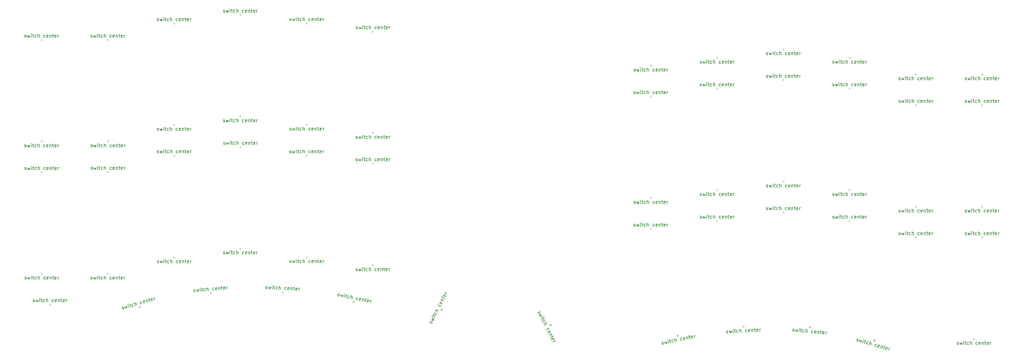
<source format=gbr>
%TF.GenerationSoftware,KiCad,Pcbnew,7.0.8*%
%TF.CreationDate,2024-10-02T10:44:02+02:00*%
%TF.ProjectId,chastity,63686173-7469-4747-992e-6b696361645f,rev?*%
%TF.SameCoordinates,Original*%
%TF.FileFunction,Other,Comment*%
%FSLAX46Y46*%
G04 Gerber Fmt 4.6, Leading zero omitted, Abs format (unit mm)*
G04 Created by KiCad (PCBNEW 7.0.8) date 2024-10-02 10:44:02*
%MOMM*%
%LPD*%
G01*
G04 APERTURE LIST*
%ADD10C,0.150000*%
%ADD11C,0.120000*%
G04 APERTURE END LIST*
D10*
X39364620Y100377800D02*
X39459858Y100330181D01*
X39459858Y100330181D02*
X39650334Y100330181D01*
X39650334Y100330181D02*
X39745572Y100377800D01*
X39745572Y100377800D02*
X39793191Y100473039D01*
X39793191Y100473039D02*
X39793191Y100520658D01*
X39793191Y100520658D02*
X39745572Y100615896D01*
X39745572Y100615896D02*
X39650334Y100663515D01*
X39650334Y100663515D02*
X39507477Y100663515D01*
X39507477Y100663515D02*
X39412239Y100711134D01*
X39412239Y100711134D02*
X39364620Y100806372D01*
X39364620Y100806372D02*
X39364620Y100853991D01*
X39364620Y100853991D02*
X39412239Y100949229D01*
X39412239Y100949229D02*
X39507477Y100996848D01*
X39507477Y100996848D02*
X39650334Y100996848D01*
X39650334Y100996848D02*
X39745572Y100949229D01*
X40126525Y100996848D02*
X40317001Y100330181D01*
X40317001Y100330181D02*
X40507477Y100806372D01*
X40507477Y100806372D02*
X40697953Y100330181D01*
X40697953Y100330181D02*
X40888429Y100996848D01*
X41269382Y100330181D02*
X41269382Y100996848D01*
X41269382Y101330181D02*
X41221763Y101282562D01*
X41221763Y101282562D02*
X41269382Y101234943D01*
X41269382Y101234943D02*
X41317001Y101282562D01*
X41317001Y101282562D02*
X41269382Y101330181D01*
X41269382Y101330181D02*
X41269382Y101234943D01*
X41602715Y100996848D02*
X41983667Y100996848D01*
X41745572Y101330181D02*
X41745572Y100473039D01*
X41745572Y100473039D02*
X41793191Y100377800D01*
X41793191Y100377800D02*
X41888429Y100330181D01*
X41888429Y100330181D02*
X41983667Y100330181D01*
X42745572Y100377800D02*
X42650334Y100330181D01*
X42650334Y100330181D02*
X42459858Y100330181D01*
X42459858Y100330181D02*
X42364620Y100377800D01*
X42364620Y100377800D02*
X42317001Y100425420D01*
X42317001Y100425420D02*
X42269382Y100520658D01*
X42269382Y100520658D02*
X42269382Y100806372D01*
X42269382Y100806372D02*
X42317001Y100901610D01*
X42317001Y100901610D02*
X42364620Y100949229D01*
X42364620Y100949229D02*
X42459858Y100996848D01*
X42459858Y100996848D02*
X42650334Y100996848D01*
X42650334Y100996848D02*
X42745572Y100949229D01*
X43174144Y100330181D02*
X43174144Y101330181D01*
X43602715Y100330181D02*
X43602715Y100853991D01*
X43602715Y100853991D02*
X43555096Y100949229D01*
X43555096Y100949229D02*
X43459858Y100996848D01*
X43459858Y100996848D02*
X43317001Y100996848D01*
X43317001Y100996848D02*
X43221763Y100949229D01*
X43221763Y100949229D02*
X43174144Y100901610D01*
X45269382Y100377800D02*
X45174144Y100330181D01*
X45174144Y100330181D02*
X44983668Y100330181D01*
X44983668Y100330181D02*
X44888430Y100377800D01*
X44888430Y100377800D02*
X44840811Y100425420D01*
X44840811Y100425420D02*
X44793192Y100520658D01*
X44793192Y100520658D02*
X44793192Y100806372D01*
X44793192Y100806372D02*
X44840811Y100901610D01*
X44840811Y100901610D02*
X44888430Y100949229D01*
X44888430Y100949229D02*
X44983668Y100996848D01*
X44983668Y100996848D02*
X45174144Y100996848D01*
X45174144Y100996848D02*
X45269382Y100949229D01*
X46078906Y100377800D02*
X45983668Y100330181D01*
X45983668Y100330181D02*
X45793192Y100330181D01*
X45793192Y100330181D02*
X45697954Y100377800D01*
X45697954Y100377800D02*
X45650335Y100473039D01*
X45650335Y100473039D02*
X45650335Y100853991D01*
X45650335Y100853991D02*
X45697954Y100949229D01*
X45697954Y100949229D02*
X45793192Y100996848D01*
X45793192Y100996848D02*
X45983668Y100996848D01*
X45983668Y100996848D02*
X46078906Y100949229D01*
X46078906Y100949229D02*
X46126525Y100853991D01*
X46126525Y100853991D02*
X46126525Y100758753D01*
X46126525Y100758753D02*
X45650335Y100663515D01*
X46555097Y100996848D02*
X46555097Y100330181D01*
X46555097Y100901610D02*
X46602716Y100949229D01*
X46602716Y100949229D02*
X46697954Y100996848D01*
X46697954Y100996848D02*
X46840811Y100996848D01*
X46840811Y100996848D02*
X46936049Y100949229D01*
X46936049Y100949229D02*
X46983668Y100853991D01*
X46983668Y100853991D02*
X46983668Y100330181D01*
X47317002Y100996848D02*
X47697954Y100996848D01*
X47459859Y101330181D02*
X47459859Y100473039D01*
X47459859Y100473039D02*
X47507478Y100377800D01*
X47507478Y100377800D02*
X47602716Y100330181D01*
X47602716Y100330181D02*
X47697954Y100330181D01*
X48412240Y100377800D02*
X48317002Y100330181D01*
X48317002Y100330181D02*
X48126526Y100330181D01*
X48126526Y100330181D02*
X48031288Y100377800D01*
X48031288Y100377800D02*
X47983669Y100473039D01*
X47983669Y100473039D02*
X47983669Y100853991D01*
X47983669Y100853991D02*
X48031288Y100949229D01*
X48031288Y100949229D02*
X48126526Y100996848D01*
X48126526Y100996848D02*
X48317002Y100996848D01*
X48317002Y100996848D02*
X48412240Y100949229D01*
X48412240Y100949229D02*
X48459859Y100853991D01*
X48459859Y100853991D02*
X48459859Y100758753D01*
X48459859Y100758753D02*
X47983669Y100663515D01*
X48888431Y100330181D02*
X48888431Y100996848D01*
X48888431Y100806372D02*
X48936050Y100901610D01*
X48936050Y100901610D02*
X48983669Y100949229D01*
X48983669Y100949229D02*
X49078907Y100996848D01*
X49078907Y100996848D02*
X49174145Y100996848D01*
X-36665380Y57607800D02*
X-36570142Y57560181D01*
X-36570142Y57560181D02*
X-36379666Y57560181D01*
X-36379666Y57560181D02*
X-36284428Y57607800D01*
X-36284428Y57607800D02*
X-36236809Y57703039D01*
X-36236809Y57703039D02*
X-36236809Y57750658D01*
X-36236809Y57750658D02*
X-36284428Y57845896D01*
X-36284428Y57845896D02*
X-36379666Y57893515D01*
X-36379666Y57893515D02*
X-36522523Y57893515D01*
X-36522523Y57893515D02*
X-36617761Y57941134D01*
X-36617761Y57941134D02*
X-36665380Y58036372D01*
X-36665380Y58036372D02*
X-36665380Y58083991D01*
X-36665380Y58083991D02*
X-36617761Y58179229D01*
X-36617761Y58179229D02*
X-36522523Y58226848D01*
X-36522523Y58226848D02*
X-36379666Y58226848D01*
X-36379666Y58226848D02*
X-36284428Y58179229D01*
X-35903475Y58226848D02*
X-35712999Y57560181D01*
X-35712999Y57560181D02*
X-35522523Y58036372D01*
X-35522523Y58036372D02*
X-35332047Y57560181D01*
X-35332047Y57560181D02*
X-35141571Y58226848D01*
X-34760618Y57560181D02*
X-34760618Y58226848D01*
X-34760618Y58560181D02*
X-34808237Y58512562D01*
X-34808237Y58512562D02*
X-34760618Y58464943D01*
X-34760618Y58464943D02*
X-34712999Y58512562D01*
X-34712999Y58512562D02*
X-34760618Y58560181D01*
X-34760618Y58560181D02*
X-34760618Y58464943D01*
X-34427285Y58226848D02*
X-34046333Y58226848D01*
X-34284428Y58560181D02*
X-34284428Y57703039D01*
X-34284428Y57703039D02*
X-34236809Y57607800D01*
X-34236809Y57607800D02*
X-34141571Y57560181D01*
X-34141571Y57560181D02*
X-34046333Y57560181D01*
X-33284428Y57607800D02*
X-33379666Y57560181D01*
X-33379666Y57560181D02*
X-33570142Y57560181D01*
X-33570142Y57560181D02*
X-33665380Y57607800D01*
X-33665380Y57607800D02*
X-33712999Y57655420D01*
X-33712999Y57655420D02*
X-33760618Y57750658D01*
X-33760618Y57750658D02*
X-33760618Y58036372D01*
X-33760618Y58036372D02*
X-33712999Y58131610D01*
X-33712999Y58131610D02*
X-33665380Y58179229D01*
X-33665380Y58179229D02*
X-33570142Y58226848D01*
X-33570142Y58226848D02*
X-33379666Y58226848D01*
X-33379666Y58226848D02*
X-33284428Y58179229D01*
X-32855856Y57560181D02*
X-32855856Y58560181D01*
X-32427285Y57560181D02*
X-32427285Y58083991D01*
X-32427285Y58083991D02*
X-32474904Y58179229D01*
X-32474904Y58179229D02*
X-32570142Y58226848D01*
X-32570142Y58226848D02*
X-32712999Y58226848D01*
X-32712999Y58226848D02*
X-32808237Y58179229D01*
X-32808237Y58179229D02*
X-32855856Y58131610D01*
X-30760618Y57607800D02*
X-30855856Y57560181D01*
X-30855856Y57560181D02*
X-31046332Y57560181D01*
X-31046332Y57560181D02*
X-31141570Y57607800D01*
X-31141570Y57607800D02*
X-31189189Y57655420D01*
X-31189189Y57655420D02*
X-31236808Y57750658D01*
X-31236808Y57750658D02*
X-31236808Y58036372D01*
X-31236808Y58036372D02*
X-31189189Y58131610D01*
X-31189189Y58131610D02*
X-31141570Y58179229D01*
X-31141570Y58179229D02*
X-31046332Y58226848D01*
X-31046332Y58226848D02*
X-30855856Y58226848D01*
X-30855856Y58226848D02*
X-30760618Y58179229D01*
X-29951094Y57607800D02*
X-30046332Y57560181D01*
X-30046332Y57560181D02*
X-30236808Y57560181D01*
X-30236808Y57560181D02*
X-30332046Y57607800D01*
X-30332046Y57607800D02*
X-30379665Y57703039D01*
X-30379665Y57703039D02*
X-30379665Y58083991D01*
X-30379665Y58083991D02*
X-30332046Y58179229D01*
X-30332046Y58179229D02*
X-30236808Y58226848D01*
X-30236808Y58226848D02*
X-30046332Y58226848D01*
X-30046332Y58226848D02*
X-29951094Y58179229D01*
X-29951094Y58179229D02*
X-29903475Y58083991D01*
X-29903475Y58083991D02*
X-29903475Y57988753D01*
X-29903475Y57988753D02*
X-30379665Y57893515D01*
X-29474903Y58226848D02*
X-29474903Y57560181D01*
X-29474903Y58131610D02*
X-29427284Y58179229D01*
X-29427284Y58179229D02*
X-29332046Y58226848D01*
X-29332046Y58226848D02*
X-29189189Y58226848D01*
X-29189189Y58226848D02*
X-29093951Y58179229D01*
X-29093951Y58179229D02*
X-29046332Y58083991D01*
X-29046332Y58083991D02*
X-29046332Y57560181D01*
X-28712998Y58226848D02*
X-28332046Y58226848D01*
X-28570141Y58560181D02*
X-28570141Y57703039D01*
X-28570141Y57703039D02*
X-28522522Y57607800D01*
X-28522522Y57607800D02*
X-28427284Y57560181D01*
X-28427284Y57560181D02*
X-28332046Y57560181D01*
X-27617760Y57607800D02*
X-27712998Y57560181D01*
X-27712998Y57560181D02*
X-27903474Y57560181D01*
X-27903474Y57560181D02*
X-27998712Y57607800D01*
X-27998712Y57607800D02*
X-28046331Y57703039D01*
X-28046331Y57703039D02*
X-28046331Y58083991D01*
X-28046331Y58083991D02*
X-27998712Y58179229D01*
X-27998712Y58179229D02*
X-27903474Y58226848D01*
X-27903474Y58226848D02*
X-27712998Y58226848D01*
X-27712998Y58226848D02*
X-27617760Y58179229D01*
X-27617760Y58179229D02*
X-27570141Y58083991D01*
X-27570141Y58083991D02*
X-27570141Y57988753D01*
X-27570141Y57988753D02*
X-28046331Y57893515D01*
X-27141569Y57560181D02*
X-27141569Y58226848D01*
X-27141569Y58036372D02*
X-27093950Y58131610D01*
X-27093950Y58131610D02*
X-27046331Y58179229D01*
X-27046331Y58179229D02*
X-26951093Y58226848D01*
X-26951093Y58226848D02*
X-26855855Y58226848D01*
X164605554Y42177487D02*
X164703154Y42134918D01*
X164703154Y42134918D02*
X164893369Y42144887D01*
X164893369Y42144887D02*
X164985985Y42197425D01*
X164985985Y42197425D02*
X165028554Y42295025D01*
X165028554Y42295025D02*
X165026062Y42342578D01*
X165026062Y42342578D02*
X164973524Y42435194D01*
X164973524Y42435194D02*
X164875924Y42477763D01*
X164875924Y42477763D02*
X164733263Y42470287D01*
X164733263Y42470287D02*
X164635663Y42512856D01*
X164635663Y42512856D02*
X164583125Y42605471D01*
X164583125Y42605471D02*
X164580633Y42653025D01*
X164580633Y42653025D02*
X164623202Y42750625D01*
X164623202Y42750625D02*
X164715817Y42803163D01*
X164715817Y42803163D02*
X164858479Y42810640D01*
X164858479Y42810640D02*
X164956078Y42768070D01*
X165334017Y42835562D02*
X165559123Y42179777D01*
X165559123Y42179777D02*
X165724416Y42665284D01*
X165724416Y42665284D02*
X165939553Y42199715D01*
X165939553Y42199715D02*
X166094877Y42875437D01*
X166510198Y42229621D02*
X166475308Y42895374D01*
X166457862Y43228251D02*
X166412801Y43178205D01*
X166412801Y43178205D02*
X166462847Y43133143D01*
X166462847Y43133143D02*
X166507908Y43183189D01*
X166507908Y43183189D02*
X166457862Y43228251D01*
X166457862Y43228251D02*
X166462847Y43133143D01*
X166808184Y42912819D02*
X167188614Y42932757D01*
X166933400Y43253172D02*
X166978259Y42397204D01*
X166978259Y42397204D02*
X167030797Y42304589D01*
X167030797Y42304589D02*
X167128397Y42262019D01*
X167128397Y42262019D02*
X167223505Y42267004D01*
X167981873Y42354433D02*
X167889258Y42301895D01*
X167889258Y42301895D02*
X167699043Y42291926D01*
X167699043Y42291926D02*
X167601443Y42334495D01*
X167601443Y42334495D02*
X167551397Y42379557D01*
X167551397Y42379557D02*
X167498859Y42472172D01*
X167498859Y42472172D02*
X167483906Y42757495D01*
X167483906Y42757495D02*
X167526475Y42855095D01*
X167526475Y42855095D02*
X167571537Y42905141D01*
X167571537Y42905141D02*
X167664152Y42957679D01*
X167664152Y42957679D02*
X167854367Y42967648D01*
X167854367Y42967648D02*
X167951967Y42925078D01*
X168412350Y42329309D02*
X168360014Y43327938D01*
X168840334Y42351738D02*
X168812920Y42874830D01*
X168812920Y42874830D02*
X168760382Y42967445D01*
X168760382Y42967445D02*
X168662782Y43010015D01*
X168662782Y43010015D02*
X168520121Y43002538D01*
X168520121Y43002538D02*
X168427505Y42950000D01*
X168427505Y42950000D02*
X168382444Y42899954D01*
X170502225Y42486519D02*
X170409609Y42433981D01*
X170409609Y42433981D02*
X170219394Y42424012D01*
X170219394Y42424012D02*
X170121794Y42466581D01*
X170121794Y42466581D02*
X170071748Y42511643D01*
X170071748Y42511643D02*
X170019210Y42604258D01*
X170019210Y42604258D02*
X170004257Y42889581D01*
X170004257Y42889581D02*
X170046826Y42987181D01*
X170046826Y42987181D02*
X170091888Y43037227D01*
X170091888Y43037227D02*
X170184503Y43089765D01*
X170184503Y43089765D02*
X170374719Y43099734D01*
X170374719Y43099734D02*
X170472318Y43057164D01*
X171310639Y42528886D02*
X171218024Y42476348D01*
X171218024Y42476348D02*
X171027809Y42466379D01*
X171027809Y42466379D02*
X170930209Y42508948D01*
X170930209Y42508948D02*
X170877671Y42601564D01*
X170877671Y42601564D02*
X170857733Y42981994D01*
X170857733Y42981994D02*
X170900303Y43079594D01*
X170900303Y43079594D02*
X170992918Y43132132D01*
X170992918Y43132132D02*
X171183133Y43142101D01*
X171183133Y43142101D02*
X171280733Y43099531D01*
X171280733Y43099531D02*
X171333271Y43006916D01*
X171333271Y43006916D02*
X171338255Y42911808D01*
X171338255Y42911808D02*
X170867702Y42791779D01*
X171753779Y43172007D02*
X171788669Y42506254D01*
X171758763Y43076899D02*
X171803825Y43126945D01*
X171803825Y43126945D02*
X171896440Y43179484D01*
X171896440Y43179484D02*
X172039101Y43186960D01*
X172039101Y43186960D02*
X172136701Y43144391D01*
X172136701Y43144391D02*
X172189239Y43051775D01*
X172189239Y43051775D02*
X172216653Y42528684D01*
X172514639Y43211882D02*
X172895070Y43231820D01*
X172639855Y43552235D02*
X172684715Y42696267D01*
X172684715Y42696267D02*
X172737253Y42603652D01*
X172737253Y42603652D02*
X172834853Y42561082D01*
X172834853Y42561082D02*
X172929960Y42566067D01*
X173640775Y42651003D02*
X173548160Y42598465D01*
X173548160Y42598465D02*
X173357945Y42588496D01*
X173357945Y42588496D02*
X173260345Y42631066D01*
X173260345Y42631066D02*
X173207807Y42723681D01*
X173207807Y42723681D02*
X173187869Y43104111D01*
X173187869Y43104111D02*
X173230439Y43201711D01*
X173230439Y43201711D02*
X173323054Y43254249D01*
X173323054Y43254249D02*
X173513269Y43264218D01*
X173513269Y43264218D02*
X173610869Y43221649D01*
X173610869Y43221649D02*
X173663407Y43129033D01*
X173663407Y43129033D02*
X173668392Y43033926D01*
X173668392Y43033926D02*
X173197838Y42913896D01*
X174118806Y42628371D02*
X174083915Y43294124D01*
X174093884Y43103909D02*
X174136453Y43201509D01*
X174136453Y43201509D02*
X174181515Y43251555D01*
X174181515Y43251555D02*
X174274130Y43304093D01*
X174274130Y43304093D02*
X174369238Y43309077D01*
X58334620Y129517800D02*
X58429858Y129470181D01*
X58429858Y129470181D02*
X58620334Y129470181D01*
X58620334Y129470181D02*
X58715572Y129517800D01*
X58715572Y129517800D02*
X58763191Y129613039D01*
X58763191Y129613039D02*
X58763191Y129660658D01*
X58763191Y129660658D02*
X58715572Y129755896D01*
X58715572Y129755896D02*
X58620334Y129803515D01*
X58620334Y129803515D02*
X58477477Y129803515D01*
X58477477Y129803515D02*
X58382239Y129851134D01*
X58382239Y129851134D02*
X58334620Y129946372D01*
X58334620Y129946372D02*
X58334620Y129993991D01*
X58334620Y129993991D02*
X58382239Y130089229D01*
X58382239Y130089229D02*
X58477477Y130136848D01*
X58477477Y130136848D02*
X58620334Y130136848D01*
X58620334Y130136848D02*
X58715572Y130089229D01*
X59096525Y130136848D02*
X59287001Y129470181D01*
X59287001Y129470181D02*
X59477477Y129946372D01*
X59477477Y129946372D02*
X59667953Y129470181D01*
X59667953Y129470181D02*
X59858429Y130136848D01*
X60239382Y129470181D02*
X60239382Y130136848D01*
X60239382Y130470181D02*
X60191763Y130422562D01*
X60191763Y130422562D02*
X60239382Y130374943D01*
X60239382Y130374943D02*
X60287001Y130422562D01*
X60287001Y130422562D02*
X60239382Y130470181D01*
X60239382Y130470181D02*
X60239382Y130374943D01*
X60572715Y130136848D02*
X60953667Y130136848D01*
X60715572Y130470181D02*
X60715572Y129613039D01*
X60715572Y129613039D02*
X60763191Y129517800D01*
X60763191Y129517800D02*
X60858429Y129470181D01*
X60858429Y129470181D02*
X60953667Y129470181D01*
X61715572Y129517800D02*
X61620334Y129470181D01*
X61620334Y129470181D02*
X61429858Y129470181D01*
X61429858Y129470181D02*
X61334620Y129517800D01*
X61334620Y129517800D02*
X61287001Y129565420D01*
X61287001Y129565420D02*
X61239382Y129660658D01*
X61239382Y129660658D02*
X61239382Y129946372D01*
X61239382Y129946372D02*
X61287001Y130041610D01*
X61287001Y130041610D02*
X61334620Y130089229D01*
X61334620Y130089229D02*
X61429858Y130136848D01*
X61429858Y130136848D02*
X61620334Y130136848D01*
X61620334Y130136848D02*
X61715572Y130089229D01*
X62144144Y129470181D02*
X62144144Y130470181D01*
X62572715Y129470181D02*
X62572715Y129993991D01*
X62572715Y129993991D02*
X62525096Y130089229D01*
X62525096Y130089229D02*
X62429858Y130136848D01*
X62429858Y130136848D02*
X62287001Y130136848D01*
X62287001Y130136848D02*
X62191763Y130089229D01*
X62191763Y130089229D02*
X62144144Y130041610D01*
X64239382Y129517800D02*
X64144144Y129470181D01*
X64144144Y129470181D02*
X63953668Y129470181D01*
X63953668Y129470181D02*
X63858430Y129517800D01*
X63858430Y129517800D02*
X63810811Y129565420D01*
X63810811Y129565420D02*
X63763192Y129660658D01*
X63763192Y129660658D02*
X63763192Y129946372D01*
X63763192Y129946372D02*
X63810811Y130041610D01*
X63810811Y130041610D02*
X63858430Y130089229D01*
X63858430Y130089229D02*
X63953668Y130136848D01*
X63953668Y130136848D02*
X64144144Y130136848D01*
X64144144Y130136848D02*
X64239382Y130089229D01*
X65048906Y129517800D02*
X64953668Y129470181D01*
X64953668Y129470181D02*
X64763192Y129470181D01*
X64763192Y129470181D02*
X64667954Y129517800D01*
X64667954Y129517800D02*
X64620335Y129613039D01*
X64620335Y129613039D02*
X64620335Y129993991D01*
X64620335Y129993991D02*
X64667954Y130089229D01*
X64667954Y130089229D02*
X64763192Y130136848D01*
X64763192Y130136848D02*
X64953668Y130136848D01*
X64953668Y130136848D02*
X65048906Y130089229D01*
X65048906Y130089229D02*
X65096525Y129993991D01*
X65096525Y129993991D02*
X65096525Y129898753D01*
X65096525Y129898753D02*
X64620335Y129803515D01*
X65525097Y130136848D02*
X65525097Y129470181D01*
X65525097Y130041610D02*
X65572716Y130089229D01*
X65572716Y130089229D02*
X65667954Y130136848D01*
X65667954Y130136848D02*
X65810811Y130136848D01*
X65810811Y130136848D02*
X65906049Y130089229D01*
X65906049Y130089229D02*
X65953668Y129993991D01*
X65953668Y129993991D02*
X65953668Y129470181D01*
X66287002Y130136848D02*
X66667954Y130136848D01*
X66429859Y130470181D02*
X66429859Y129613039D01*
X66429859Y129613039D02*
X66477478Y129517800D01*
X66477478Y129517800D02*
X66572716Y129470181D01*
X66572716Y129470181D02*
X66667954Y129470181D01*
X67382240Y129517800D02*
X67287002Y129470181D01*
X67287002Y129470181D02*
X67096526Y129470181D01*
X67096526Y129470181D02*
X67001288Y129517800D01*
X67001288Y129517800D02*
X66953669Y129613039D01*
X66953669Y129613039D02*
X66953669Y129993991D01*
X66953669Y129993991D02*
X67001288Y130089229D01*
X67001288Y130089229D02*
X67096526Y130136848D01*
X67096526Y130136848D02*
X67287002Y130136848D01*
X67287002Y130136848D02*
X67382240Y130089229D01*
X67382240Y130089229D02*
X67429859Y129993991D01*
X67429859Y129993991D02*
X67429859Y129898753D01*
X67429859Y129898753D02*
X66953669Y129803515D01*
X67858431Y129470181D02*
X67858431Y130136848D01*
X67858431Y129946372D02*
X67906050Y130041610D01*
X67906050Y130041610D02*
X67953669Y130089229D01*
X67953669Y130089229D02*
X68048907Y130136848D01*
X68048907Y130136848D02*
X68144145Y130136848D01*
X-17685380Y89117800D02*
X-17590142Y89070181D01*
X-17590142Y89070181D02*
X-17399666Y89070181D01*
X-17399666Y89070181D02*
X-17304428Y89117800D01*
X-17304428Y89117800D02*
X-17256809Y89213039D01*
X-17256809Y89213039D02*
X-17256809Y89260658D01*
X-17256809Y89260658D02*
X-17304428Y89355896D01*
X-17304428Y89355896D02*
X-17399666Y89403515D01*
X-17399666Y89403515D02*
X-17542523Y89403515D01*
X-17542523Y89403515D02*
X-17637761Y89451134D01*
X-17637761Y89451134D02*
X-17685380Y89546372D01*
X-17685380Y89546372D02*
X-17685380Y89593991D01*
X-17685380Y89593991D02*
X-17637761Y89689229D01*
X-17637761Y89689229D02*
X-17542523Y89736848D01*
X-17542523Y89736848D02*
X-17399666Y89736848D01*
X-17399666Y89736848D02*
X-17304428Y89689229D01*
X-16923475Y89736848D02*
X-16732999Y89070181D01*
X-16732999Y89070181D02*
X-16542523Y89546372D01*
X-16542523Y89546372D02*
X-16352047Y89070181D01*
X-16352047Y89070181D02*
X-16161571Y89736848D01*
X-15780618Y89070181D02*
X-15780618Y89736848D01*
X-15780618Y90070181D02*
X-15828237Y90022562D01*
X-15828237Y90022562D02*
X-15780618Y89974943D01*
X-15780618Y89974943D02*
X-15732999Y90022562D01*
X-15732999Y90022562D02*
X-15780618Y90070181D01*
X-15780618Y90070181D02*
X-15780618Y89974943D01*
X-15447285Y89736848D02*
X-15066333Y89736848D01*
X-15304428Y90070181D02*
X-15304428Y89213039D01*
X-15304428Y89213039D02*
X-15256809Y89117800D01*
X-15256809Y89117800D02*
X-15161571Y89070181D01*
X-15161571Y89070181D02*
X-15066333Y89070181D01*
X-14304428Y89117800D02*
X-14399666Y89070181D01*
X-14399666Y89070181D02*
X-14590142Y89070181D01*
X-14590142Y89070181D02*
X-14685380Y89117800D01*
X-14685380Y89117800D02*
X-14732999Y89165420D01*
X-14732999Y89165420D02*
X-14780618Y89260658D01*
X-14780618Y89260658D02*
X-14780618Y89546372D01*
X-14780618Y89546372D02*
X-14732999Y89641610D01*
X-14732999Y89641610D02*
X-14685380Y89689229D01*
X-14685380Y89689229D02*
X-14590142Y89736848D01*
X-14590142Y89736848D02*
X-14399666Y89736848D01*
X-14399666Y89736848D02*
X-14304428Y89689229D01*
X-13875856Y89070181D02*
X-13875856Y90070181D01*
X-13447285Y89070181D02*
X-13447285Y89593991D01*
X-13447285Y89593991D02*
X-13494904Y89689229D01*
X-13494904Y89689229D02*
X-13590142Y89736848D01*
X-13590142Y89736848D02*
X-13732999Y89736848D01*
X-13732999Y89736848D02*
X-13828237Y89689229D01*
X-13828237Y89689229D02*
X-13875856Y89641610D01*
X-11780618Y89117800D02*
X-11875856Y89070181D01*
X-11875856Y89070181D02*
X-12066332Y89070181D01*
X-12066332Y89070181D02*
X-12161570Y89117800D01*
X-12161570Y89117800D02*
X-12209189Y89165420D01*
X-12209189Y89165420D02*
X-12256808Y89260658D01*
X-12256808Y89260658D02*
X-12256808Y89546372D01*
X-12256808Y89546372D02*
X-12209189Y89641610D01*
X-12209189Y89641610D02*
X-12161570Y89689229D01*
X-12161570Y89689229D02*
X-12066332Y89736848D01*
X-12066332Y89736848D02*
X-11875856Y89736848D01*
X-11875856Y89736848D02*
X-11780618Y89689229D01*
X-10971094Y89117800D02*
X-11066332Y89070181D01*
X-11066332Y89070181D02*
X-11256808Y89070181D01*
X-11256808Y89070181D02*
X-11352046Y89117800D01*
X-11352046Y89117800D02*
X-11399665Y89213039D01*
X-11399665Y89213039D02*
X-11399665Y89593991D01*
X-11399665Y89593991D02*
X-11352046Y89689229D01*
X-11352046Y89689229D02*
X-11256808Y89736848D01*
X-11256808Y89736848D02*
X-11066332Y89736848D01*
X-11066332Y89736848D02*
X-10971094Y89689229D01*
X-10971094Y89689229D02*
X-10923475Y89593991D01*
X-10923475Y89593991D02*
X-10923475Y89498753D01*
X-10923475Y89498753D02*
X-11399665Y89403515D01*
X-10494903Y89736848D02*
X-10494903Y89070181D01*
X-10494903Y89641610D02*
X-10447284Y89689229D01*
X-10447284Y89689229D02*
X-10352046Y89736848D01*
X-10352046Y89736848D02*
X-10209189Y89736848D01*
X-10209189Y89736848D02*
X-10113951Y89689229D01*
X-10113951Y89689229D02*
X-10066332Y89593991D01*
X-10066332Y89593991D02*
X-10066332Y89070181D01*
X-9732998Y89736848D02*
X-9352046Y89736848D01*
X-9590141Y90070181D02*
X-9590141Y89213039D01*
X-9590141Y89213039D02*
X-9542522Y89117800D01*
X-9542522Y89117800D02*
X-9447284Y89070181D01*
X-9447284Y89070181D02*
X-9352046Y89070181D01*
X-8637760Y89117800D02*
X-8732998Y89070181D01*
X-8732998Y89070181D02*
X-8923474Y89070181D01*
X-8923474Y89070181D02*
X-9018712Y89117800D01*
X-9018712Y89117800D02*
X-9066331Y89213039D01*
X-9066331Y89213039D02*
X-9066331Y89593991D01*
X-9066331Y89593991D02*
X-9018712Y89689229D01*
X-9018712Y89689229D02*
X-8923474Y89736848D01*
X-8923474Y89736848D02*
X-8732998Y89736848D01*
X-8732998Y89736848D02*
X-8637760Y89689229D01*
X-8637760Y89689229D02*
X-8590141Y89593991D01*
X-8590141Y89593991D02*
X-8590141Y89498753D01*
X-8590141Y89498753D02*
X-9066331Y89403515D01*
X-8161569Y89070181D02*
X-8161569Y89736848D01*
X-8161569Y89546372D02*
X-8113950Y89641610D01*
X-8113950Y89641610D02*
X-8066331Y89689229D01*
X-8066331Y89689229D02*
X-7971093Y89736848D01*
X-7971093Y89736848D02*
X-7875855Y89736848D01*
X214034620Y114865605D02*
X214129858Y114817986D01*
X214129858Y114817986D02*
X214320334Y114817986D01*
X214320334Y114817986D02*
X214415572Y114865605D01*
X214415572Y114865605D02*
X214463191Y114960844D01*
X214463191Y114960844D02*
X214463191Y115008463D01*
X214463191Y115008463D02*
X214415572Y115103701D01*
X214415572Y115103701D02*
X214320334Y115151320D01*
X214320334Y115151320D02*
X214177477Y115151320D01*
X214177477Y115151320D02*
X214082239Y115198939D01*
X214082239Y115198939D02*
X214034620Y115294177D01*
X214034620Y115294177D02*
X214034620Y115341796D01*
X214034620Y115341796D02*
X214082239Y115437034D01*
X214082239Y115437034D02*
X214177477Y115484653D01*
X214177477Y115484653D02*
X214320334Y115484653D01*
X214320334Y115484653D02*
X214415572Y115437034D01*
X214796525Y115484653D02*
X214987001Y114817986D01*
X214987001Y114817986D02*
X215177477Y115294177D01*
X215177477Y115294177D02*
X215367953Y114817986D01*
X215367953Y114817986D02*
X215558429Y115484653D01*
X215939382Y114817986D02*
X215939382Y115484653D01*
X215939382Y115817986D02*
X215891763Y115770367D01*
X215891763Y115770367D02*
X215939382Y115722748D01*
X215939382Y115722748D02*
X215987001Y115770367D01*
X215987001Y115770367D02*
X215939382Y115817986D01*
X215939382Y115817986D02*
X215939382Y115722748D01*
X216272715Y115484653D02*
X216653667Y115484653D01*
X216415572Y115817986D02*
X216415572Y114960844D01*
X216415572Y114960844D02*
X216463191Y114865605D01*
X216463191Y114865605D02*
X216558429Y114817986D01*
X216558429Y114817986D02*
X216653667Y114817986D01*
X217415572Y114865605D02*
X217320334Y114817986D01*
X217320334Y114817986D02*
X217129858Y114817986D01*
X217129858Y114817986D02*
X217034620Y114865605D01*
X217034620Y114865605D02*
X216987001Y114913225D01*
X216987001Y114913225D02*
X216939382Y115008463D01*
X216939382Y115008463D02*
X216939382Y115294177D01*
X216939382Y115294177D02*
X216987001Y115389415D01*
X216987001Y115389415D02*
X217034620Y115437034D01*
X217034620Y115437034D02*
X217129858Y115484653D01*
X217129858Y115484653D02*
X217320334Y115484653D01*
X217320334Y115484653D02*
X217415572Y115437034D01*
X217844144Y114817986D02*
X217844144Y115817986D01*
X218272715Y114817986D02*
X218272715Y115341796D01*
X218272715Y115341796D02*
X218225096Y115437034D01*
X218225096Y115437034D02*
X218129858Y115484653D01*
X218129858Y115484653D02*
X217987001Y115484653D01*
X217987001Y115484653D02*
X217891763Y115437034D01*
X217891763Y115437034D02*
X217844144Y115389415D01*
X219939382Y114865605D02*
X219844144Y114817986D01*
X219844144Y114817986D02*
X219653668Y114817986D01*
X219653668Y114817986D02*
X219558430Y114865605D01*
X219558430Y114865605D02*
X219510811Y114913225D01*
X219510811Y114913225D02*
X219463192Y115008463D01*
X219463192Y115008463D02*
X219463192Y115294177D01*
X219463192Y115294177D02*
X219510811Y115389415D01*
X219510811Y115389415D02*
X219558430Y115437034D01*
X219558430Y115437034D02*
X219653668Y115484653D01*
X219653668Y115484653D02*
X219844144Y115484653D01*
X219844144Y115484653D02*
X219939382Y115437034D01*
X220748906Y114865605D02*
X220653668Y114817986D01*
X220653668Y114817986D02*
X220463192Y114817986D01*
X220463192Y114817986D02*
X220367954Y114865605D01*
X220367954Y114865605D02*
X220320335Y114960844D01*
X220320335Y114960844D02*
X220320335Y115341796D01*
X220320335Y115341796D02*
X220367954Y115437034D01*
X220367954Y115437034D02*
X220463192Y115484653D01*
X220463192Y115484653D02*
X220653668Y115484653D01*
X220653668Y115484653D02*
X220748906Y115437034D01*
X220748906Y115437034D02*
X220796525Y115341796D01*
X220796525Y115341796D02*
X220796525Y115246558D01*
X220796525Y115246558D02*
X220320335Y115151320D01*
X221225097Y115484653D02*
X221225097Y114817986D01*
X221225097Y115389415D02*
X221272716Y115437034D01*
X221272716Y115437034D02*
X221367954Y115484653D01*
X221367954Y115484653D02*
X221510811Y115484653D01*
X221510811Y115484653D02*
X221606049Y115437034D01*
X221606049Y115437034D02*
X221653668Y115341796D01*
X221653668Y115341796D02*
X221653668Y114817986D01*
X221987002Y115484653D02*
X222367954Y115484653D01*
X222129859Y115817986D02*
X222129859Y114960844D01*
X222129859Y114960844D02*
X222177478Y114865605D01*
X222177478Y114865605D02*
X222272716Y114817986D01*
X222272716Y114817986D02*
X222367954Y114817986D01*
X223082240Y114865605D02*
X222987002Y114817986D01*
X222987002Y114817986D02*
X222796526Y114817986D01*
X222796526Y114817986D02*
X222701288Y114865605D01*
X222701288Y114865605D02*
X222653669Y114960844D01*
X222653669Y114960844D02*
X222653669Y115341796D01*
X222653669Y115341796D02*
X222701288Y115437034D01*
X222701288Y115437034D02*
X222796526Y115484653D01*
X222796526Y115484653D02*
X222987002Y115484653D01*
X222987002Y115484653D02*
X223082240Y115437034D01*
X223082240Y115437034D02*
X223129859Y115341796D01*
X223129859Y115341796D02*
X223129859Y115246558D01*
X223129859Y115246558D02*
X222653669Y115151320D01*
X223558431Y114817986D02*
X223558431Y115484653D01*
X223558431Y115294177D02*
X223606050Y115389415D01*
X223606050Y115389415D02*
X223653669Y115437034D01*
X223653669Y115437034D02*
X223748907Y115484653D01*
X223748907Y115484653D02*
X223844145Y115484653D01*
X214034620Y76865605D02*
X214129858Y76817986D01*
X214129858Y76817986D02*
X214320334Y76817986D01*
X214320334Y76817986D02*
X214415572Y76865605D01*
X214415572Y76865605D02*
X214463191Y76960844D01*
X214463191Y76960844D02*
X214463191Y77008463D01*
X214463191Y77008463D02*
X214415572Y77103701D01*
X214415572Y77103701D02*
X214320334Y77151320D01*
X214320334Y77151320D02*
X214177477Y77151320D01*
X214177477Y77151320D02*
X214082239Y77198939D01*
X214082239Y77198939D02*
X214034620Y77294177D01*
X214034620Y77294177D02*
X214034620Y77341796D01*
X214034620Y77341796D02*
X214082239Y77437034D01*
X214082239Y77437034D02*
X214177477Y77484653D01*
X214177477Y77484653D02*
X214320334Y77484653D01*
X214320334Y77484653D02*
X214415572Y77437034D01*
X214796525Y77484653D02*
X214987001Y76817986D01*
X214987001Y76817986D02*
X215177477Y77294177D01*
X215177477Y77294177D02*
X215367953Y76817986D01*
X215367953Y76817986D02*
X215558429Y77484653D01*
X215939382Y76817986D02*
X215939382Y77484653D01*
X215939382Y77817986D02*
X215891763Y77770367D01*
X215891763Y77770367D02*
X215939382Y77722748D01*
X215939382Y77722748D02*
X215987001Y77770367D01*
X215987001Y77770367D02*
X215939382Y77817986D01*
X215939382Y77817986D02*
X215939382Y77722748D01*
X216272715Y77484653D02*
X216653667Y77484653D01*
X216415572Y77817986D02*
X216415572Y76960844D01*
X216415572Y76960844D02*
X216463191Y76865605D01*
X216463191Y76865605D02*
X216558429Y76817986D01*
X216558429Y76817986D02*
X216653667Y76817986D01*
X217415572Y76865605D02*
X217320334Y76817986D01*
X217320334Y76817986D02*
X217129858Y76817986D01*
X217129858Y76817986D02*
X217034620Y76865605D01*
X217034620Y76865605D02*
X216987001Y76913225D01*
X216987001Y76913225D02*
X216939382Y77008463D01*
X216939382Y77008463D02*
X216939382Y77294177D01*
X216939382Y77294177D02*
X216987001Y77389415D01*
X216987001Y77389415D02*
X217034620Y77437034D01*
X217034620Y77437034D02*
X217129858Y77484653D01*
X217129858Y77484653D02*
X217320334Y77484653D01*
X217320334Y77484653D02*
X217415572Y77437034D01*
X217844144Y76817986D02*
X217844144Y77817986D01*
X218272715Y76817986D02*
X218272715Y77341796D01*
X218272715Y77341796D02*
X218225096Y77437034D01*
X218225096Y77437034D02*
X218129858Y77484653D01*
X218129858Y77484653D02*
X217987001Y77484653D01*
X217987001Y77484653D02*
X217891763Y77437034D01*
X217891763Y77437034D02*
X217844144Y77389415D01*
X219939382Y76865605D02*
X219844144Y76817986D01*
X219844144Y76817986D02*
X219653668Y76817986D01*
X219653668Y76817986D02*
X219558430Y76865605D01*
X219558430Y76865605D02*
X219510811Y76913225D01*
X219510811Y76913225D02*
X219463192Y77008463D01*
X219463192Y77008463D02*
X219463192Y77294177D01*
X219463192Y77294177D02*
X219510811Y77389415D01*
X219510811Y77389415D02*
X219558430Y77437034D01*
X219558430Y77437034D02*
X219653668Y77484653D01*
X219653668Y77484653D02*
X219844144Y77484653D01*
X219844144Y77484653D02*
X219939382Y77437034D01*
X220748906Y76865605D02*
X220653668Y76817986D01*
X220653668Y76817986D02*
X220463192Y76817986D01*
X220463192Y76817986D02*
X220367954Y76865605D01*
X220367954Y76865605D02*
X220320335Y76960844D01*
X220320335Y76960844D02*
X220320335Y77341796D01*
X220320335Y77341796D02*
X220367954Y77437034D01*
X220367954Y77437034D02*
X220463192Y77484653D01*
X220463192Y77484653D02*
X220653668Y77484653D01*
X220653668Y77484653D02*
X220748906Y77437034D01*
X220748906Y77437034D02*
X220796525Y77341796D01*
X220796525Y77341796D02*
X220796525Y77246558D01*
X220796525Y77246558D02*
X220320335Y77151320D01*
X221225097Y77484653D02*
X221225097Y76817986D01*
X221225097Y77389415D02*
X221272716Y77437034D01*
X221272716Y77437034D02*
X221367954Y77484653D01*
X221367954Y77484653D02*
X221510811Y77484653D01*
X221510811Y77484653D02*
X221606049Y77437034D01*
X221606049Y77437034D02*
X221653668Y77341796D01*
X221653668Y77341796D02*
X221653668Y76817986D01*
X221987002Y77484653D02*
X222367954Y77484653D01*
X222129859Y77817986D02*
X222129859Y76960844D01*
X222129859Y76960844D02*
X222177478Y76865605D01*
X222177478Y76865605D02*
X222272716Y76817986D01*
X222272716Y76817986D02*
X222367954Y76817986D01*
X223082240Y76865605D02*
X222987002Y76817986D01*
X222987002Y76817986D02*
X222796526Y76817986D01*
X222796526Y76817986D02*
X222701288Y76865605D01*
X222701288Y76865605D02*
X222653669Y76960844D01*
X222653669Y76960844D02*
X222653669Y77341796D01*
X222653669Y77341796D02*
X222701288Y77437034D01*
X222701288Y77437034D02*
X222796526Y77484653D01*
X222796526Y77484653D02*
X222987002Y77484653D01*
X222987002Y77484653D02*
X223082240Y77437034D01*
X223082240Y77437034D02*
X223129859Y77341796D01*
X223129859Y77341796D02*
X223129859Y77246558D01*
X223129859Y77246558D02*
X222653669Y77151320D01*
X223558431Y76817986D02*
X223558431Y77484653D01*
X223558431Y77294177D02*
X223606050Y77389415D01*
X223606050Y77389415D02*
X223653669Y77437034D01*
X223653669Y77437034D02*
X223748907Y77484653D01*
X223748907Y77484653D02*
X223844145Y77484653D01*
X39334620Y62357800D02*
X39429858Y62310181D01*
X39429858Y62310181D02*
X39620334Y62310181D01*
X39620334Y62310181D02*
X39715572Y62357800D01*
X39715572Y62357800D02*
X39763191Y62453039D01*
X39763191Y62453039D02*
X39763191Y62500658D01*
X39763191Y62500658D02*
X39715572Y62595896D01*
X39715572Y62595896D02*
X39620334Y62643515D01*
X39620334Y62643515D02*
X39477477Y62643515D01*
X39477477Y62643515D02*
X39382239Y62691134D01*
X39382239Y62691134D02*
X39334620Y62786372D01*
X39334620Y62786372D02*
X39334620Y62833991D01*
X39334620Y62833991D02*
X39382239Y62929229D01*
X39382239Y62929229D02*
X39477477Y62976848D01*
X39477477Y62976848D02*
X39620334Y62976848D01*
X39620334Y62976848D02*
X39715572Y62929229D01*
X40096525Y62976848D02*
X40287001Y62310181D01*
X40287001Y62310181D02*
X40477477Y62786372D01*
X40477477Y62786372D02*
X40667953Y62310181D01*
X40667953Y62310181D02*
X40858429Y62976848D01*
X41239382Y62310181D02*
X41239382Y62976848D01*
X41239382Y63310181D02*
X41191763Y63262562D01*
X41191763Y63262562D02*
X41239382Y63214943D01*
X41239382Y63214943D02*
X41287001Y63262562D01*
X41287001Y63262562D02*
X41239382Y63310181D01*
X41239382Y63310181D02*
X41239382Y63214943D01*
X41572715Y62976848D02*
X41953667Y62976848D01*
X41715572Y63310181D02*
X41715572Y62453039D01*
X41715572Y62453039D02*
X41763191Y62357800D01*
X41763191Y62357800D02*
X41858429Y62310181D01*
X41858429Y62310181D02*
X41953667Y62310181D01*
X42715572Y62357800D02*
X42620334Y62310181D01*
X42620334Y62310181D02*
X42429858Y62310181D01*
X42429858Y62310181D02*
X42334620Y62357800D01*
X42334620Y62357800D02*
X42287001Y62405420D01*
X42287001Y62405420D02*
X42239382Y62500658D01*
X42239382Y62500658D02*
X42239382Y62786372D01*
X42239382Y62786372D02*
X42287001Y62881610D01*
X42287001Y62881610D02*
X42334620Y62929229D01*
X42334620Y62929229D02*
X42429858Y62976848D01*
X42429858Y62976848D02*
X42620334Y62976848D01*
X42620334Y62976848D02*
X42715572Y62929229D01*
X43144144Y62310181D02*
X43144144Y63310181D01*
X43572715Y62310181D02*
X43572715Y62833991D01*
X43572715Y62833991D02*
X43525096Y62929229D01*
X43525096Y62929229D02*
X43429858Y62976848D01*
X43429858Y62976848D02*
X43287001Y62976848D01*
X43287001Y62976848D02*
X43191763Y62929229D01*
X43191763Y62929229D02*
X43144144Y62881610D01*
X45239382Y62357800D02*
X45144144Y62310181D01*
X45144144Y62310181D02*
X44953668Y62310181D01*
X44953668Y62310181D02*
X44858430Y62357800D01*
X44858430Y62357800D02*
X44810811Y62405420D01*
X44810811Y62405420D02*
X44763192Y62500658D01*
X44763192Y62500658D02*
X44763192Y62786372D01*
X44763192Y62786372D02*
X44810811Y62881610D01*
X44810811Y62881610D02*
X44858430Y62929229D01*
X44858430Y62929229D02*
X44953668Y62976848D01*
X44953668Y62976848D02*
X45144144Y62976848D01*
X45144144Y62976848D02*
X45239382Y62929229D01*
X46048906Y62357800D02*
X45953668Y62310181D01*
X45953668Y62310181D02*
X45763192Y62310181D01*
X45763192Y62310181D02*
X45667954Y62357800D01*
X45667954Y62357800D02*
X45620335Y62453039D01*
X45620335Y62453039D02*
X45620335Y62833991D01*
X45620335Y62833991D02*
X45667954Y62929229D01*
X45667954Y62929229D02*
X45763192Y62976848D01*
X45763192Y62976848D02*
X45953668Y62976848D01*
X45953668Y62976848D02*
X46048906Y62929229D01*
X46048906Y62929229D02*
X46096525Y62833991D01*
X46096525Y62833991D02*
X46096525Y62738753D01*
X46096525Y62738753D02*
X45620335Y62643515D01*
X46525097Y62976848D02*
X46525097Y62310181D01*
X46525097Y62881610D02*
X46572716Y62929229D01*
X46572716Y62929229D02*
X46667954Y62976848D01*
X46667954Y62976848D02*
X46810811Y62976848D01*
X46810811Y62976848D02*
X46906049Y62929229D01*
X46906049Y62929229D02*
X46953668Y62833991D01*
X46953668Y62833991D02*
X46953668Y62310181D01*
X47287002Y62976848D02*
X47667954Y62976848D01*
X47429859Y63310181D02*
X47429859Y62453039D01*
X47429859Y62453039D02*
X47477478Y62357800D01*
X47477478Y62357800D02*
X47572716Y62310181D01*
X47572716Y62310181D02*
X47667954Y62310181D01*
X48382240Y62357800D02*
X48287002Y62310181D01*
X48287002Y62310181D02*
X48096526Y62310181D01*
X48096526Y62310181D02*
X48001288Y62357800D01*
X48001288Y62357800D02*
X47953669Y62453039D01*
X47953669Y62453039D02*
X47953669Y62833991D01*
X47953669Y62833991D02*
X48001288Y62929229D01*
X48001288Y62929229D02*
X48096526Y62976848D01*
X48096526Y62976848D02*
X48287002Y62976848D01*
X48287002Y62976848D02*
X48382240Y62929229D01*
X48382240Y62929229D02*
X48429859Y62833991D01*
X48429859Y62833991D02*
X48429859Y62738753D01*
X48429859Y62738753D02*
X47953669Y62643515D01*
X48858431Y62310181D02*
X48858431Y62976848D01*
X48858431Y62786372D02*
X48906050Y62881610D01*
X48906050Y62881610D02*
X48953669Y62929229D01*
X48953669Y62929229D02*
X49048907Y62976848D01*
X49048907Y62976848D02*
X49144145Y62976848D01*
X233034620Y70365605D02*
X233129858Y70317986D01*
X233129858Y70317986D02*
X233320334Y70317986D01*
X233320334Y70317986D02*
X233415572Y70365605D01*
X233415572Y70365605D02*
X233463191Y70460844D01*
X233463191Y70460844D02*
X233463191Y70508463D01*
X233463191Y70508463D02*
X233415572Y70603701D01*
X233415572Y70603701D02*
X233320334Y70651320D01*
X233320334Y70651320D02*
X233177477Y70651320D01*
X233177477Y70651320D02*
X233082239Y70698939D01*
X233082239Y70698939D02*
X233034620Y70794177D01*
X233034620Y70794177D02*
X233034620Y70841796D01*
X233034620Y70841796D02*
X233082239Y70937034D01*
X233082239Y70937034D02*
X233177477Y70984653D01*
X233177477Y70984653D02*
X233320334Y70984653D01*
X233320334Y70984653D02*
X233415572Y70937034D01*
X233796525Y70984653D02*
X233987001Y70317986D01*
X233987001Y70317986D02*
X234177477Y70794177D01*
X234177477Y70794177D02*
X234367953Y70317986D01*
X234367953Y70317986D02*
X234558429Y70984653D01*
X234939382Y70317986D02*
X234939382Y70984653D01*
X234939382Y71317986D02*
X234891763Y71270367D01*
X234891763Y71270367D02*
X234939382Y71222748D01*
X234939382Y71222748D02*
X234987001Y71270367D01*
X234987001Y71270367D02*
X234939382Y71317986D01*
X234939382Y71317986D02*
X234939382Y71222748D01*
X235272715Y70984653D02*
X235653667Y70984653D01*
X235415572Y71317986D02*
X235415572Y70460844D01*
X235415572Y70460844D02*
X235463191Y70365605D01*
X235463191Y70365605D02*
X235558429Y70317986D01*
X235558429Y70317986D02*
X235653667Y70317986D01*
X236415572Y70365605D02*
X236320334Y70317986D01*
X236320334Y70317986D02*
X236129858Y70317986D01*
X236129858Y70317986D02*
X236034620Y70365605D01*
X236034620Y70365605D02*
X235987001Y70413225D01*
X235987001Y70413225D02*
X235939382Y70508463D01*
X235939382Y70508463D02*
X235939382Y70794177D01*
X235939382Y70794177D02*
X235987001Y70889415D01*
X235987001Y70889415D02*
X236034620Y70937034D01*
X236034620Y70937034D02*
X236129858Y70984653D01*
X236129858Y70984653D02*
X236320334Y70984653D01*
X236320334Y70984653D02*
X236415572Y70937034D01*
X236844144Y70317986D02*
X236844144Y71317986D01*
X237272715Y70317986D02*
X237272715Y70841796D01*
X237272715Y70841796D02*
X237225096Y70937034D01*
X237225096Y70937034D02*
X237129858Y70984653D01*
X237129858Y70984653D02*
X236987001Y70984653D01*
X236987001Y70984653D02*
X236891763Y70937034D01*
X236891763Y70937034D02*
X236844144Y70889415D01*
X238939382Y70365605D02*
X238844144Y70317986D01*
X238844144Y70317986D02*
X238653668Y70317986D01*
X238653668Y70317986D02*
X238558430Y70365605D01*
X238558430Y70365605D02*
X238510811Y70413225D01*
X238510811Y70413225D02*
X238463192Y70508463D01*
X238463192Y70508463D02*
X238463192Y70794177D01*
X238463192Y70794177D02*
X238510811Y70889415D01*
X238510811Y70889415D02*
X238558430Y70937034D01*
X238558430Y70937034D02*
X238653668Y70984653D01*
X238653668Y70984653D02*
X238844144Y70984653D01*
X238844144Y70984653D02*
X238939382Y70937034D01*
X239748906Y70365605D02*
X239653668Y70317986D01*
X239653668Y70317986D02*
X239463192Y70317986D01*
X239463192Y70317986D02*
X239367954Y70365605D01*
X239367954Y70365605D02*
X239320335Y70460844D01*
X239320335Y70460844D02*
X239320335Y70841796D01*
X239320335Y70841796D02*
X239367954Y70937034D01*
X239367954Y70937034D02*
X239463192Y70984653D01*
X239463192Y70984653D02*
X239653668Y70984653D01*
X239653668Y70984653D02*
X239748906Y70937034D01*
X239748906Y70937034D02*
X239796525Y70841796D01*
X239796525Y70841796D02*
X239796525Y70746558D01*
X239796525Y70746558D02*
X239320335Y70651320D01*
X240225097Y70984653D02*
X240225097Y70317986D01*
X240225097Y70889415D02*
X240272716Y70937034D01*
X240272716Y70937034D02*
X240367954Y70984653D01*
X240367954Y70984653D02*
X240510811Y70984653D01*
X240510811Y70984653D02*
X240606049Y70937034D01*
X240606049Y70937034D02*
X240653668Y70841796D01*
X240653668Y70841796D02*
X240653668Y70317986D01*
X240987002Y70984653D02*
X241367954Y70984653D01*
X241129859Y71317986D02*
X241129859Y70460844D01*
X241129859Y70460844D02*
X241177478Y70365605D01*
X241177478Y70365605D02*
X241272716Y70317986D01*
X241272716Y70317986D02*
X241367954Y70317986D01*
X242082240Y70365605D02*
X241987002Y70317986D01*
X241987002Y70317986D02*
X241796526Y70317986D01*
X241796526Y70317986D02*
X241701288Y70365605D01*
X241701288Y70365605D02*
X241653669Y70460844D01*
X241653669Y70460844D02*
X241653669Y70841796D01*
X241653669Y70841796D02*
X241701288Y70937034D01*
X241701288Y70937034D02*
X241796526Y70984653D01*
X241796526Y70984653D02*
X241987002Y70984653D01*
X241987002Y70984653D02*
X242082240Y70937034D01*
X242082240Y70937034D02*
X242129859Y70841796D01*
X242129859Y70841796D02*
X242129859Y70746558D01*
X242129859Y70746558D02*
X241653669Y70651320D01*
X242558431Y70317986D02*
X242558431Y70984653D01*
X242558431Y70794177D02*
X242606050Y70889415D01*
X242606050Y70889415D02*
X242653669Y70937034D01*
X242653669Y70937034D02*
X242748907Y70984653D01*
X242748907Y70984653D02*
X242844145Y70984653D01*
X1284620Y100337800D02*
X1379858Y100290181D01*
X1379858Y100290181D02*
X1570334Y100290181D01*
X1570334Y100290181D02*
X1665572Y100337800D01*
X1665572Y100337800D02*
X1713191Y100433039D01*
X1713191Y100433039D02*
X1713191Y100480658D01*
X1713191Y100480658D02*
X1665572Y100575896D01*
X1665572Y100575896D02*
X1570334Y100623515D01*
X1570334Y100623515D02*
X1427477Y100623515D01*
X1427477Y100623515D02*
X1332239Y100671134D01*
X1332239Y100671134D02*
X1284620Y100766372D01*
X1284620Y100766372D02*
X1284620Y100813991D01*
X1284620Y100813991D02*
X1332239Y100909229D01*
X1332239Y100909229D02*
X1427477Y100956848D01*
X1427477Y100956848D02*
X1570334Y100956848D01*
X1570334Y100956848D02*
X1665572Y100909229D01*
X2046525Y100956848D02*
X2237001Y100290181D01*
X2237001Y100290181D02*
X2427477Y100766372D01*
X2427477Y100766372D02*
X2617953Y100290181D01*
X2617953Y100290181D02*
X2808429Y100956848D01*
X3189382Y100290181D02*
X3189382Y100956848D01*
X3189382Y101290181D02*
X3141763Y101242562D01*
X3141763Y101242562D02*
X3189382Y101194943D01*
X3189382Y101194943D02*
X3237001Y101242562D01*
X3237001Y101242562D02*
X3189382Y101290181D01*
X3189382Y101290181D02*
X3189382Y101194943D01*
X3522715Y100956848D02*
X3903667Y100956848D01*
X3665572Y101290181D02*
X3665572Y100433039D01*
X3665572Y100433039D02*
X3713191Y100337800D01*
X3713191Y100337800D02*
X3808429Y100290181D01*
X3808429Y100290181D02*
X3903667Y100290181D01*
X4665572Y100337800D02*
X4570334Y100290181D01*
X4570334Y100290181D02*
X4379858Y100290181D01*
X4379858Y100290181D02*
X4284620Y100337800D01*
X4284620Y100337800D02*
X4237001Y100385420D01*
X4237001Y100385420D02*
X4189382Y100480658D01*
X4189382Y100480658D02*
X4189382Y100766372D01*
X4189382Y100766372D02*
X4237001Y100861610D01*
X4237001Y100861610D02*
X4284620Y100909229D01*
X4284620Y100909229D02*
X4379858Y100956848D01*
X4379858Y100956848D02*
X4570334Y100956848D01*
X4570334Y100956848D02*
X4665572Y100909229D01*
X5094144Y100290181D02*
X5094144Y101290181D01*
X5522715Y100290181D02*
X5522715Y100813991D01*
X5522715Y100813991D02*
X5475096Y100909229D01*
X5475096Y100909229D02*
X5379858Y100956848D01*
X5379858Y100956848D02*
X5237001Y100956848D01*
X5237001Y100956848D02*
X5141763Y100909229D01*
X5141763Y100909229D02*
X5094144Y100861610D01*
X7189382Y100337800D02*
X7094144Y100290181D01*
X7094144Y100290181D02*
X6903668Y100290181D01*
X6903668Y100290181D02*
X6808430Y100337800D01*
X6808430Y100337800D02*
X6760811Y100385420D01*
X6760811Y100385420D02*
X6713192Y100480658D01*
X6713192Y100480658D02*
X6713192Y100766372D01*
X6713192Y100766372D02*
X6760811Y100861610D01*
X6760811Y100861610D02*
X6808430Y100909229D01*
X6808430Y100909229D02*
X6903668Y100956848D01*
X6903668Y100956848D02*
X7094144Y100956848D01*
X7094144Y100956848D02*
X7189382Y100909229D01*
X7998906Y100337800D02*
X7903668Y100290181D01*
X7903668Y100290181D02*
X7713192Y100290181D01*
X7713192Y100290181D02*
X7617954Y100337800D01*
X7617954Y100337800D02*
X7570335Y100433039D01*
X7570335Y100433039D02*
X7570335Y100813991D01*
X7570335Y100813991D02*
X7617954Y100909229D01*
X7617954Y100909229D02*
X7713192Y100956848D01*
X7713192Y100956848D02*
X7903668Y100956848D01*
X7903668Y100956848D02*
X7998906Y100909229D01*
X7998906Y100909229D02*
X8046525Y100813991D01*
X8046525Y100813991D02*
X8046525Y100718753D01*
X8046525Y100718753D02*
X7570335Y100623515D01*
X8475097Y100956848D02*
X8475097Y100290181D01*
X8475097Y100861610D02*
X8522716Y100909229D01*
X8522716Y100909229D02*
X8617954Y100956848D01*
X8617954Y100956848D02*
X8760811Y100956848D01*
X8760811Y100956848D02*
X8856049Y100909229D01*
X8856049Y100909229D02*
X8903668Y100813991D01*
X8903668Y100813991D02*
X8903668Y100290181D01*
X9237002Y100956848D02*
X9617954Y100956848D01*
X9379859Y101290181D02*
X9379859Y100433039D01*
X9379859Y100433039D02*
X9427478Y100337800D01*
X9427478Y100337800D02*
X9522716Y100290181D01*
X9522716Y100290181D02*
X9617954Y100290181D01*
X10332240Y100337800D02*
X10237002Y100290181D01*
X10237002Y100290181D02*
X10046526Y100290181D01*
X10046526Y100290181D02*
X9951288Y100337800D01*
X9951288Y100337800D02*
X9903669Y100433039D01*
X9903669Y100433039D02*
X9903669Y100813991D01*
X9903669Y100813991D02*
X9951288Y100909229D01*
X9951288Y100909229D02*
X10046526Y100956848D01*
X10046526Y100956848D02*
X10237002Y100956848D01*
X10237002Y100956848D02*
X10332240Y100909229D01*
X10332240Y100909229D02*
X10379859Y100813991D01*
X10379859Y100813991D02*
X10379859Y100718753D01*
X10379859Y100718753D02*
X9903669Y100623515D01*
X10808431Y100290181D02*
X10808431Y100956848D01*
X10808431Y100766372D02*
X10856050Y100861610D01*
X10856050Y100861610D02*
X10903669Y100909229D01*
X10903669Y100909229D02*
X10998907Y100956848D01*
X10998907Y100956848D02*
X11094145Y100956848D01*
X-17715380Y127107800D02*
X-17620142Y127060181D01*
X-17620142Y127060181D02*
X-17429666Y127060181D01*
X-17429666Y127060181D02*
X-17334428Y127107800D01*
X-17334428Y127107800D02*
X-17286809Y127203039D01*
X-17286809Y127203039D02*
X-17286809Y127250658D01*
X-17286809Y127250658D02*
X-17334428Y127345896D01*
X-17334428Y127345896D02*
X-17429666Y127393515D01*
X-17429666Y127393515D02*
X-17572523Y127393515D01*
X-17572523Y127393515D02*
X-17667761Y127441134D01*
X-17667761Y127441134D02*
X-17715380Y127536372D01*
X-17715380Y127536372D02*
X-17715380Y127583991D01*
X-17715380Y127583991D02*
X-17667761Y127679229D01*
X-17667761Y127679229D02*
X-17572523Y127726848D01*
X-17572523Y127726848D02*
X-17429666Y127726848D01*
X-17429666Y127726848D02*
X-17334428Y127679229D01*
X-16953475Y127726848D02*
X-16762999Y127060181D01*
X-16762999Y127060181D02*
X-16572523Y127536372D01*
X-16572523Y127536372D02*
X-16382047Y127060181D01*
X-16382047Y127060181D02*
X-16191571Y127726848D01*
X-15810618Y127060181D02*
X-15810618Y127726848D01*
X-15810618Y128060181D02*
X-15858237Y128012562D01*
X-15858237Y128012562D02*
X-15810618Y127964943D01*
X-15810618Y127964943D02*
X-15762999Y128012562D01*
X-15762999Y128012562D02*
X-15810618Y128060181D01*
X-15810618Y128060181D02*
X-15810618Y127964943D01*
X-15477285Y127726848D02*
X-15096333Y127726848D01*
X-15334428Y128060181D02*
X-15334428Y127203039D01*
X-15334428Y127203039D02*
X-15286809Y127107800D01*
X-15286809Y127107800D02*
X-15191571Y127060181D01*
X-15191571Y127060181D02*
X-15096333Y127060181D01*
X-14334428Y127107800D02*
X-14429666Y127060181D01*
X-14429666Y127060181D02*
X-14620142Y127060181D01*
X-14620142Y127060181D02*
X-14715380Y127107800D01*
X-14715380Y127107800D02*
X-14762999Y127155420D01*
X-14762999Y127155420D02*
X-14810618Y127250658D01*
X-14810618Y127250658D02*
X-14810618Y127536372D01*
X-14810618Y127536372D02*
X-14762999Y127631610D01*
X-14762999Y127631610D02*
X-14715380Y127679229D01*
X-14715380Y127679229D02*
X-14620142Y127726848D01*
X-14620142Y127726848D02*
X-14429666Y127726848D01*
X-14429666Y127726848D02*
X-14334428Y127679229D01*
X-13905856Y127060181D02*
X-13905856Y128060181D01*
X-13477285Y127060181D02*
X-13477285Y127583991D01*
X-13477285Y127583991D02*
X-13524904Y127679229D01*
X-13524904Y127679229D02*
X-13620142Y127726848D01*
X-13620142Y127726848D02*
X-13762999Y127726848D01*
X-13762999Y127726848D02*
X-13858237Y127679229D01*
X-13858237Y127679229D02*
X-13905856Y127631610D01*
X-11810618Y127107800D02*
X-11905856Y127060181D01*
X-11905856Y127060181D02*
X-12096332Y127060181D01*
X-12096332Y127060181D02*
X-12191570Y127107800D01*
X-12191570Y127107800D02*
X-12239189Y127155420D01*
X-12239189Y127155420D02*
X-12286808Y127250658D01*
X-12286808Y127250658D02*
X-12286808Y127536372D01*
X-12286808Y127536372D02*
X-12239189Y127631610D01*
X-12239189Y127631610D02*
X-12191570Y127679229D01*
X-12191570Y127679229D02*
X-12096332Y127726848D01*
X-12096332Y127726848D02*
X-11905856Y127726848D01*
X-11905856Y127726848D02*
X-11810618Y127679229D01*
X-11001094Y127107800D02*
X-11096332Y127060181D01*
X-11096332Y127060181D02*
X-11286808Y127060181D01*
X-11286808Y127060181D02*
X-11382046Y127107800D01*
X-11382046Y127107800D02*
X-11429665Y127203039D01*
X-11429665Y127203039D02*
X-11429665Y127583991D01*
X-11429665Y127583991D02*
X-11382046Y127679229D01*
X-11382046Y127679229D02*
X-11286808Y127726848D01*
X-11286808Y127726848D02*
X-11096332Y127726848D01*
X-11096332Y127726848D02*
X-11001094Y127679229D01*
X-11001094Y127679229D02*
X-10953475Y127583991D01*
X-10953475Y127583991D02*
X-10953475Y127488753D01*
X-10953475Y127488753D02*
X-11429665Y127393515D01*
X-10524903Y127726848D02*
X-10524903Y127060181D01*
X-10524903Y127631610D02*
X-10477284Y127679229D01*
X-10477284Y127679229D02*
X-10382046Y127726848D01*
X-10382046Y127726848D02*
X-10239189Y127726848D01*
X-10239189Y127726848D02*
X-10143951Y127679229D01*
X-10143951Y127679229D02*
X-10096332Y127583991D01*
X-10096332Y127583991D02*
X-10096332Y127060181D01*
X-9762998Y127726848D02*
X-9382046Y127726848D01*
X-9620141Y128060181D02*
X-9620141Y127203039D01*
X-9620141Y127203039D02*
X-9572522Y127107800D01*
X-9572522Y127107800D02*
X-9477284Y127060181D01*
X-9477284Y127060181D02*
X-9382046Y127060181D01*
X-8667760Y127107800D02*
X-8762998Y127060181D01*
X-8762998Y127060181D02*
X-8953474Y127060181D01*
X-8953474Y127060181D02*
X-9048712Y127107800D01*
X-9048712Y127107800D02*
X-9096331Y127203039D01*
X-9096331Y127203039D02*
X-9096331Y127583991D01*
X-9096331Y127583991D02*
X-9048712Y127679229D01*
X-9048712Y127679229D02*
X-8953474Y127726848D01*
X-8953474Y127726848D02*
X-8762998Y127726848D01*
X-8762998Y127726848D02*
X-8667760Y127679229D01*
X-8667760Y127679229D02*
X-8620141Y127583991D01*
X-8620141Y127583991D02*
X-8620141Y127488753D01*
X-8620141Y127488753D02*
X-9096331Y127393515D01*
X-8191569Y127060181D02*
X-8191569Y127726848D01*
X-8191569Y127536372D02*
X-8143950Y127631610D01*
X-8143950Y127631610D02*
X-8096331Y127679229D01*
X-8096331Y127679229D02*
X-8001093Y127726848D01*
X-8001093Y127726848D02*
X-7905855Y127726848D01*
X176034620Y77565605D02*
X176129858Y77517986D01*
X176129858Y77517986D02*
X176320334Y77517986D01*
X176320334Y77517986D02*
X176415572Y77565605D01*
X176415572Y77565605D02*
X176463191Y77660844D01*
X176463191Y77660844D02*
X176463191Y77708463D01*
X176463191Y77708463D02*
X176415572Y77803701D01*
X176415572Y77803701D02*
X176320334Y77851320D01*
X176320334Y77851320D02*
X176177477Y77851320D01*
X176177477Y77851320D02*
X176082239Y77898939D01*
X176082239Y77898939D02*
X176034620Y77994177D01*
X176034620Y77994177D02*
X176034620Y78041796D01*
X176034620Y78041796D02*
X176082239Y78137034D01*
X176082239Y78137034D02*
X176177477Y78184653D01*
X176177477Y78184653D02*
X176320334Y78184653D01*
X176320334Y78184653D02*
X176415572Y78137034D01*
X176796525Y78184653D02*
X176987001Y77517986D01*
X176987001Y77517986D02*
X177177477Y77994177D01*
X177177477Y77994177D02*
X177367953Y77517986D01*
X177367953Y77517986D02*
X177558429Y78184653D01*
X177939382Y77517986D02*
X177939382Y78184653D01*
X177939382Y78517986D02*
X177891763Y78470367D01*
X177891763Y78470367D02*
X177939382Y78422748D01*
X177939382Y78422748D02*
X177987001Y78470367D01*
X177987001Y78470367D02*
X177939382Y78517986D01*
X177939382Y78517986D02*
X177939382Y78422748D01*
X178272715Y78184653D02*
X178653667Y78184653D01*
X178415572Y78517986D02*
X178415572Y77660844D01*
X178415572Y77660844D02*
X178463191Y77565605D01*
X178463191Y77565605D02*
X178558429Y77517986D01*
X178558429Y77517986D02*
X178653667Y77517986D01*
X179415572Y77565605D02*
X179320334Y77517986D01*
X179320334Y77517986D02*
X179129858Y77517986D01*
X179129858Y77517986D02*
X179034620Y77565605D01*
X179034620Y77565605D02*
X178987001Y77613225D01*
X178987001Y77613225D02*
X178939382Y77708463D01*
X178939382Y77708463D02*
X178939382Y77994177D01*
X178939382Y77994177D02*
X178987001Y78089415D01*
X178987001Y78089415D02*
X179034620Y78137034D01*
X179034620Y78137034D02*
X179129858Y78184653D01*
X179129858Y78184653D02*
X179320334Y78184653D01*
X179320334Y78184653D02*
X179415572Y78137034D01*
X179844144Y77517986D02*
X179844144Y78517986D01*
X180272715Y77517986D02*
X180272715Y78041796D01*
X180272715Y78041796D02*
X180225096Y78137034D01*
X180225096Y78137034D02*
X180129858Y78184653D01*
X180129858Y78184653D02*
X179987001Y78184653D01*
X179987001Y78184653D02*
X179891763Y78137034D01*
X179891763Y78137034D02*
X179844144Y78089415D01*
X181939382Y77565605D02*
X181844144Y77517986D01*
X181844144Y77517986D02*
X181653668Y77517986D01*
X181653668Y77517986D02*
X181558430Y77565605D01*
X181558430Y77565605D02*
X181510811Y77613225D01*
X181510811Y77613225D02*
X181463192Y77708463D01*
X181463192Y77708463D02*
X181463192Y77994177D01*
X181463192Y77994177D02*
X181510811Y78089415D01*
X181510811Y78089415D02*
X181558430Y78137034D01*
X181558430Y78137034D02*
X181653668Y78184653D01*
X181653668Y78184653D02*
X181844144Y78184653D01*
X181844144Y78184653D02*
X181939382Y78137034D01*
X182748906Y77565605D02*
X182653668Y77517986D01*
X182653668Y77517986D02*
X182463192Y77517986D01*
X182463192Y77517986D02*
X182367954Y77565605D01*
X182367954Y77565605D02*
X182320335Y77660844D01*
X182320335Y77660844D02*
X182320335Y78041796D01*
X182320335Y78041796D02*
X182367954Y78137034D01*
X182367954Y78137034D02*
X182463192Y78184653D01*
X182463192Y78184653D02*
X182653668Y78184653D01*
X182653668Y78184653D02*
X182748906Y78137034D01*
X182748906Y78137034D02*
X182796525Y78041796D01*
X182796525Y78041796D02*
X182796525Y77946558D01*
X182796525Y77946558D02*
X182320335Y77851320D01*
X183225097Y78184653D02*
X183225097Y77517986D01*
X183225097Y78089415D02*
X183272716Y78137034D01*
X183272716Y78137034D02*
X183367954Y78184653D01*
X183367954Y78184653D02*
X183510811Y78184653D01*
X183510811Y78184653D02*
X183606049Y78137034D01*
X183606049Y78137034D02*
X183653668Y78041796D01*
X183653668Y78041796D02*
X183653668Y77517986D01*
X183987002Y78184653D02*
X184367954Y78184653D01*
X184129859Y78517986D02*
X184129859Y77660844D01*
X184129859Y77660844D02*
X184177478Y77565605D01*
X184177478Y77565605D02*
X184272716Y77517986D01*
X184272716Y77517986D02*
X184367954Y77517986D01*
X185082240Y77565605D02*
X184987002Y77517986D01*
X184987002Y77517986D02*
X184796526Y77517986D01*
X184796526Y77517986D02*
X184701288Y77565605D01*
X184701288Y77565605D02*
X184653669Y77660844D01*
X184653669Y77660844D02*
X184653669Y78041796D01*
X184653669Y78041796D02*
X184701288Y78137034D01*
X184701288Y78137034D02*
X184796526Y78184653D01*
X184796526Y78184653D02*
X184987002Y78184653D01*
X184987002Y78184653D02*
X185082240Y78137034D01*
X185082240Y78137034D02*
X185129859Y78041796D01*
X185129859Y78041796D02*
X185129859Y77946558D01*
X185129859Y77946558D02*
X184653669Y77851320D01*
X185558431Y77517986D02*
X185558431Y78184653D01*
X185558431Y77994177D02*
X185606050Y78089415D01*
X185606050Y78089415D02*
X185653669Y78137034D01*
X185653669Y78137034D02*
X185748907Y78184653D01*
X185748907Y78184653D02*
X185844145Y78184653D01*
X53049355Y52850989D02*
X53132612Y52784609D01*
X53132612Y52784609D02*
X53318925Y52745007D01*
X53318925Y52745007D02*
X53421983Y52771784D01*
X53421983Y52771784D02*
X53488363Y52855041D01*
X53488363Y52855041D02*
X53498263Y52901619D01*
X53498263Y52901619D02*
X53471486Y53004677D01*
X53471486Y53004677D02*
X53388229Y53071056D01*
X53388229Y53071056D02*
X53248494Y53100758D01*
X53248494Y53100758D02*
X53165238Y53167137D01*
X53165238Y53167137D02*
X53138460Y53270195D01*
X53138460Y53270195D02*
X53148361Y53316773D01*
X53148361Y53316773D02*
X53214740Y53400030D01*
X53214740Y53400030D02*
X53317798Y53426807D01*
X53317798Y53426807D02*
X53457533Y53397105D01*
X53457533Y53397105D02*
X53540790Y53330726D01*
X53923318Y53298100D02*
X53971024Y52606399D01*
X53971024Y52606399D02*
X54256343Y53032581D01*
X54256343Y53032581D02*
X54343652Y52527195D01*
X54343652Y52527195D02*
X54668573Y53139691D01*
X54902593Y52408388D02*
X55041201Y53060486D01*
X55110505Y53386536D02*
X55054026Y53349858D01*
X55054026Y53349858D02*
X55090704Y53293379D01*
X55090704Y53293379D02*
X55147183Y53330057D01*
X55147183Y53330057D02*
X55110505Y53386536D01*
X55110505Y53386536D02*
X55090704Y53293379D01*
X55367250Y52991183D02*
X55739877Y52911978D01*
X55576289Y53287530D02*
X55398079Y52449118D01*
X55398079Y52449118D02*
X55424856Y52346060D01*
X55424856Y52346060D02*
X55508113Y52279681D01*
X55508113Y52279681D02*
X55601270Y52259880D01*
X56356426Y52148049D02*
X56253368Y52121272D01*
X56253368Y52121272D02*
X56067055Y52160874D01*
X56067055Y52160874D02*
X55983798Y52227254D01*
X55983798Y52227254D02*
X55947120Y52283733D01*
X55947120Y52283733D02*
X55920343Y52386790D01*
X55920343Y52386790D02*
X55979746Y52666261D01*
X55979746Y52666261D02*
X56046126Y52749517D01*
X56046126Y52749517D02*
X56102605Y52786195D01*
X56102605Y52786195D02*
X56205662Y52812973D01*
X56205662Y52812973D02*
X56391976Y52773370D01*
X56391976Y52773370D02*
X56475233Y52706991D01*
X56765732Y52012366D02*
X56973643Y52990513D01*
X57184938Y51923261D02*
X57293844Y52435624D01*
X57293844Y52435624D02*
X57267066Y52538681D01*
X57267066Y52538681D02*
X57183810Y52605061D01*
X57183810Y52605061D02*
X57044075Y52634762D01*
X57044075Y52634762D02*
X56941017Y52607985D01*
X56941017Y52607985D02*
X56884538Y52571307D01*
X58825085Y51623320D02*
X58722027Y51596542D01*
X58722027Y51596542D02*
X58535713Y51636145D01*
X58535713Y51636145D02*
X58452457Y51702524D01*
X58452457Y51702524D02*
X58415779Y51759003D01*
X58415779Y51759003D02*
X58389002Y51862061D01*
X58389002Y51862061D02*
X58448405Y52141531D01*
X58448405Y52141531D02*
X58514785Y52224788D01*
X58514785Y52224788D02*
X58571264Y52261466D01*
X58571264Y52261466D02*
X58674321Y52288243D01*
X58674321Y52288243D02*
X58860635Y52248641D01*
X58860635Y52248641D02*
X58943891Y52182261D01*
X59616918Y51455010D02*
X59513861Y51428233D01*
X59513861Y51428233D02*
X59327547Y51467835D01*
X59327547Y51467835D02*
X59244291Y51534215D01*
X59244291Y51534215D02*
X59217513Y51637272D01*
X59217513Y51637272D02*
X59296718Y52009900D01*
X59296718Y52009900D02*
X59363097Y52093156D01*
X59363097Y52093156D02*
X59466155Y52119933D01*
X59466155Y52119933D02*
X59652469Y52080331D01*
X59652469Y52080331D02*
X59735725Y52013952D01*
X59735725Y52013952D02*
X59762502Y51910894D01*
X59762502Y51910894D02*
X59742701Y51817737D01*
X59742701Y51817737D02*
X59257116Y51823586D01*
X60211410Y51961524D02*
X60072803Y51309426D01*
X60191609Y51868368D02*
X60248088Y51905045D01*
X60248088Y51905045D02*
X60351146Y51931823D01*
X60351146Y51931823D02*
X60490881Y51902121D01*
X60490881Y51902121D02*
X60574138Y51835742D01*
X60574138Y51835742D02*
X60600915Y51732684D01*
X60600915Y51732684D02*
X60492009Y51220321D01*
X60956666Y51803116D02*
X61329293Y51723911D01*
X61165705Y52099463D02*
X60987495Y51261051D01*
X60987495Y51261051D02*
X61014272Y51157993D01*
X61014272Y51157993D02*
X61097529Y51091614D01*
X61097529Y51091614D02*
X61190686Y51071813D01*
X61899264Y50969883D02*
X61796206Y50943105D01*
X61796206Y50943105D02*
X61609892Y50982708D01*
X61609892Y50982708D02*
X61526636Y51049087D01*
X61526636Y51049087D02*
X61499859Y51152145D01*
X61499859Y51152145D02*
X61579063Y51524772D01*
X61579063Y51524772D02*
X61645443Y51608029D01*
X61645443Y51608029D02*
X61748500Y51634806D01*
X61748500Y51634806D02*
X61934814Y51595204D01*
X61934814Y51595204D02*
X62018070Y51528824D01*
X62018070Y51528824D02*
X62044848Y51425767D01*
X62044848Y51425767D02*
X62025046Y51332610D01*
X62025046Y51332610D02*
X61539461Y51338458D01*
X62355148Y50824299D02*
X62493755Y51476397D01*
X62454153Y51290083D02*
X62520533Y51373340D01*
X62520533Y51373340D02*
X62577012Y51410017D01*
X62577012Y51410017D02*
X62680069Y51436795D01*
X62680069Y51436795D02*
X62773226Y51416994D01*
X-34315380Y51107800D02*
X-34220142Y51060181D01*
X-34220142Y51060181D02*
X-34029666Y51060181D01*
X-34029666Y51060181D02*
X-33934428Y51107800D01*
X-33934428Y51107800D02*
X-33886809Y51203039D01*
X-33886809Y51203039D02*
X-33886809Y51250658D01*
X-33886809Y51250658D02*
X-33934428Y51345896D01*
X-33934428Y51345896D02*
X-34029666Y51393515D01*
X-34029666Y51393515D02*
X-34172523Y51393515D01*
X-34172523Y51393515D02*
X-34267761Y51441134D01*
X-34267761Y51441134D02*
X-34315380Y51536372D01*
X-34315380Y51536372D02*
X-34315380Y51583991D01*
X-34315380Y51583991D02*
X-34267761Y51679229D01*
X-34267761Y51679229D02*
X-34172523Y51726848D01*
X-34172523Y51726848D02*
X-34029666Y51726848D01*
X-34029666Y51726848D02*
X-33934428Y51679229D01*
X-33553475Y51726848D02*
X-33362999Y51060181D01*
X-33362999Y51060181D02*
X-33172523Y51536372D01*
X-33172523Y51536372D02*
X-32982047Y51060181D01*
X-32982047Y51060181D02*
X-32791571Y51726848D01*
X-32410618Y51060181D02*
X-32410618Y51726848D01*
X-32410618Y52060181D02*
X-32458237Y52012562D01*
X-32458237Y52012562D02*
X-32410618Y51964943D01*
X-32410618Y51964943D02*
X-32362999Y52012562D01*
X-32362999Y52012562D02*
X-32410618Y52060181D01*
X-32410618Y52060181D02*
X-32410618Y51964943D01*
X-32077285Y51726848D02*
X-31696333Y51726848D01*
X-31934428Y52060181D02*
X-31934428Y51203039D01*
X-31934428Y51203039D02*
X-31886809Y51107800D01*
X-31886809Y51107800D02*
X-31791571Y51060181D01*
X-31791571Y51060181D02*
X-31696333Y51060181D01*
X-30934428Y51107800D02*
X-31029666Y51060181D01*
X-31029666Y51060181D02*
X-31220142Y51060181D01*
X-31220142Y51060181D02*
X-31315380Y51107800D01*
X-31315380Y51107800D02*
X-31362999Y51155420D01*
X-31362999Y51155420D02*
X-31410618Y51250658D01*
X-31410618Y51250658D02*
X-31410618Y51536372D01*
X-31410618Y51536372D02*
X-31362999Y51631610D01*
X-31362999Y51631610D02*
X-31315380Y51679229D01*
X-31315380Y51679229D02*
X-31220142Y51726848D01*
X-31220142Y51726848D02*
X-31029666Y51726848D01*
X-31029666Y51726848D02*
X-30934428Y51679229D01*
X-30505856Y51060181D02*
X-30505856Y52060181D01*
X-30077285Y51060181D02*
X-30077285Y51583991D01*
X-30077285Y51583991D02*
X-30124904Y51679229D01*
X-30124904Y51679229D02*
X-30220142Y51726848D01*
X-30220142Y51726848D02*
X-30362999Y51726848D01*
X-30362999Y51726848D02*
X-30458237Y51679229D01*
X-30458237Y51679229D02*
X-30505856Y51631610D01*
X-28410618Y51107800D02*
X-28505856Y51060181D01*
X-28505856Y51060181D02*
X-28696332Y51060181D01*
X-28696332Y51060181D02*
X-28791570Y51107800D01*
X-28791570Y51107800D02*
X-28839189Y51155420D01*
X-28839189Y51155420D02*
X-28886808Y51250658D01*
X-28886808Y51250658D02*
X-28886808Y51536372D01*
X-28886808Y51536372D02*
X-28839189Y51631610D01*
X-28839189Y51631610D02*
X-28791570Y51679229D01*
X-28791570Y51679229D02*
X-28696332Y51726848D01*
X-28696332Y51726848D02*
X-28505856Y51726848D01*
X-28505856Y51726848D02*
X-28410618Y51679229D01*
X-27601094Y51107800D02*
X-27696332Y51060181D01*
X-27696332Y51060181D02*
X-27886808Y51060181D01*
X-27886808Y51060181D02*
X-27982046Y51107800D01*
X-27982046Y51107800D02*
X-28029665Y51203039D01*
X-28029665Y51203039D02*
X-28029665Y51583991D01*
X-28029665Y51583991D02*
X-27982046Y51679229D01*
X-27982046Y51679229D02*
X-27886808Y51726848D01*
X-27886808Y51726848D02*
X-27696332Y51726848D01*
X-27696332Y51726848D02*
X-27601094Y51679229D01*
X-27601094Y51679229D02*
X-27553475Y51583991D01*
X-27553475Y51583991D02*
X-27553475Y51488753D01*
X-27553475Y51488753D02*
X-28029665Y51393515D01*
X-27124903Y51726848D02*
X-27124903Y51060181D01*
X-27124903Y51631610D02*
X-27077284Y51679229D01*
X-27077284Y51679229D02*
X-26982046Y51726848D01*
X-26982046Y51726848D02*
X-26839189Y51726848D01*
X-26839189Y51726848D02*
X-26743951Y51679229D01*
X-26743951Y51679229D02*
X-26696332Y51583991D01*
X-26696332Y51583991D02*
X-26696332Y51060181D01*
X-26362998Y51726848D02*
X-25982046Y51726848D01*
X-26220141Y52060181D02*
X-26220141Y51203039D01*
X-26220141Y51203039D02*
X-26172522Y51107800D01*
X-26172522Y51107800D02*
X-26077284Y51060181D01*
X-26077284Y51060181D02*
X-25982046Y51060181D01*
X-25267760Y51107800D02*
X-25362998Y51060181D01*
X-25362998Y51060181D02*
X-25553474Y51060181D01*
X-25553474Y51060181D02*
X-25648712Y51107800D01*
X-25648712Y51107800D02*
X-25696331Y51203039D01*
X-25696331Y51203039D02*
X-25696331Y51583991D01*
X-25696331Y51583991D02*
X-25648712Y51679229D01*
X-25648712Y51679229D02*
X-25553474Y51726848D01*
X-25553474Y51726848D02*
X-25362998Y51726848D01*
X-25362998Y51726848D02*
X-25267760Y51679229D01*
X-25267760Y51679229D02*
X-25220141Y51583991D01*
X-25220141Y51583991D02*
X-25220141Y51488753D01*
X-25220141Y51488753D02*
X-25696331Y51393515D01*
X-24791569Y51060181D02*
X-24791569Y51726848D01*
X-24791569Y51536372D02*
X-24743950Y51631610D01*
X-24743950Y51631610D02*
X-24696331Y51679229D01*
X-24696331Y51679229D02*
X-24601093Y51726848D01*
X-24601093Y51726848D02*
X-24505855Y51726848D01*
X110478744Y48101974D02*
X110479553Y47995498D01*
X110479553Y47995498D02*
X110566027Y47825783D01*
X110566027Y47825783D02*
X110651693Y47762543D01*
X110651693Y47762543D02*
X110758170Y47763352D01*
X110758170Y47763352D02*
X110800599Y47784970D01*
X110800599Y47784970D02*
X110863838Y47870636D01*
X110863838Y47870636D02*
X110863029Y47977113D01*
X110863029Y47977113D02*
X110798174Y48104399D01*
X110798174Y48104399D02*
X110797365Y48210876D01*
X110797365Y48210876D02*
X110860604Y48296542D01*
X110860604Y48296542D02*
X110903033Y48318160D01*
X110903033Y48318160D02*
X111009510Y48318969D01*
X111009510Y48318969D02*
X111095176Y48255729D01*
X111095176Y48255729D02*
X111160032Y48128443D01*
X111160032Y48128443D02*
X111160840Y48021966D01*
X111376218Y47704154D02*
X110868688Y47231778D01*
X110868688Y47231778D02*
X111379451Y47278248D01*
X111379451Y47278248D02*
X111041636Y46892347D01*
X111041636Y46892347D02*
X111722115Y47025292D01*
X111301059Y46383200D02*
X111895064Y46685861D01*
X112192066Y46837191D02*
X112128019Y46858001D01*
X112128019Y46858001D02*
X112107208Y46793954D01*
X112107208Y46793954D02*
X112171256Y46773143D01*
X112171256Y46773143D02*
X112192066Y46837191D01*
X112192066Y46837191D02*
X112107208Y46793954D01*
X112046394Y46388859D02*
X112219343Y46049428D01*
X112408252Y46412902D02*
X111644532Y46023768D01*
X111644532Y46023768D02*
X111581293Y45938102D01*
X111581293Y45938102D02*
X111582101Y45831625D01*
X111582101Y45831625D02*
X111625338Y45746768D01*
X112013665Y45089524D02*
X111927999Y45152763D01*
X111927999Y45152763D02*
X111841524Y45322478D01*
X111841524Y45322478D02*
X111840716Y45428955D01*
X111840716Y45428955D02*
X111861526Y45493002D01*
X111861526Y45493002D02*
X111924765Y45578668D01*
X111924765Y45578668D02*
X112179339Y45708380D01*
X112179339Y45708380D02*
X112285815Y45709188D01*
X112285815Y45709188D02*
X112349863Y45688378D01*
X112349863Y45688378D02*
X112435529Y45625139D01*
X112435529Y45625139D02*
X112522003Y45455423D01*
X112522003Y45455423D02*
X112522811Y45348947D01*
X112165803Y44686045D02*
X113056810Y45140036D01*
X112360371Y44304185D02*
X112827088Y44541990D01*
X112827088Y44541990D02*
X112890328Y44627656D01*
X112890328Y44627656D02*
X112889519Y44734132D01*
X112889519Y44734132D02*
X112824663Y44861419D01*
X112824663Y44861419D02*
X112738997Y44924658D01*
X112738997Y44924658D02*
X112674950Y44945468D01*
X113159451Y42840793D02*
X113073784Y42904032D01*
X113073784Y42904032D02*
X112987310Y43073747D01*
X112987310Y43073747D02*
X112986502Y43180224D01*
X112986502Y43180224D02*
X113007312Y43244271D01*
X113007312Y43244271D02*
X113070551Y43329937D01*
X113070551Y43329937D02*
X113325125Y43459649D01*
X113325125Y43459649D02*
X113431601Y43460457D01*
X113431601Y43460457D02*
X113495648Y43439647D01*
X113495648Y43439647D02*
X113581314Y43376408D01*
X113581314Y43376408D02*
X113667789Y43206692D01*
X113667789Y43206692D02*
X113668597Y43100216D01*
X113526967Y42119501D02*
X113441301Y42182741D01*
X113441301Y42182741D02*
X113354826Y42352456D01*
X113354826Y42352456D02*
X113354018Y42458932D01*
X113354018Y42458932D02*
X113417257Y42544599D01*
X113417257Y42544599D02*
X113756688Y42717547D01*
X113756688Y42717547D02*
X113863165Y42718356D01*
X113863165Y42718356D02*
X113948831Y42655116D01*
X113948831Y42655116D02*
X114035305Y42485401D01*
X114035305Y42485401D02*
X114036113Y42378925D01*
X114036113Y42378925D02*
X113972874Y42293258D01*
X113972874Y42293258D02*
X113888016Y42250021D01*
X113888016Y42250021D02*
X113586973Y42631073D01*
X114294728Y41976254D02*
X113700724Y41673594D01*
X114209870Y41933017D02*
X114273918Y41912207D01*
X114273918Y41912207D02*
X114359584Y41848968D01*
X114359584Y41848968D02*
X114424440Y41721681D01*
X114424440Y41721681D02*
X114425248Y41615205D01*
X114425248Y41615205D02*
X114362009Y41529538D01*
X114362009Y41529538D02*
X113895291Y41291734D01*
X114640626Y41297392D02*
X114813575Y40957961D01*
X115002484Y41321435D02*
X114238764Y40932301D01*
X114238764Y40932301D02*
X114175525Y40846635D01*
X114175525Y40846635D02*
X114176333Y40740158D01*
X114176333Y40740158D02*
X114219570Y40655301D01*
X114586278Y40040486D02*
X114500612Y40103725D01*
X114500612Y40103725D02*
X114414138Y40273440D01*
X114414138Y40273440D02*
X114413329Y40379917D01*
X114413329Y40379917D02*
X114476569Y40465583D01*
X114476569Y40465583D02*
X114816000Y40638531D01*
X114816000Y40638531D02*
X114922476Y40639340D01*
X114922476Y40639340D02*
X115008142Y40576101D01*
X115008142Y40576101D02*
X115094616Y40406385D01*
X115094616Y40406385D02*
X115095425Y40299909D01*
X115095425Y40299909D02*
X115032186Y40214243D01*
X115032186Y40214243D02*
X114947328Y40171005D01*
X114947328Y40171005D02*
X114646284Y40552057D01*
X114760035Y39594578D02*
X115354040Y39897238D01*
X115184324Y39810764D02*
X115290801Y39811572D01*
X115290801Y39811572D02*
X115354848Y39790762D01*
X115354848Y39790762D02*
X115440514Y39727523D01*
X115440514Y39727523D02*
X115483751Y39642665D01*
X-17715380Y57607800D02*
X-17620142Y57560181D01*
X-17620142Y57560181D02*
X-17429666Y57560181D01*
X-17429666Y57560181D02*
X-17334428Y57607800D01*
X-17334428Y57607800D02*
X-17286809Y57703039D01*
X-17286809Y57703039D02*
X-17286809Y57750658D01*
X-17286809Y57750658D02*
X-17334428Y57845896D01*
X-17334428Y57845896D02*
X-17429666Y57893515D01*
X-17429666Y57893515D02*
X-17572523Y57893515D01*
X-17572523Y57893515D02*
X-17667761Y57941134D01*
X-17667761Y57941134D02*
X-17715380Y58036372D01*
X-17715380Y58036372D02*
X-17715380Y58083991D01*
X-17715380Y58083991D02*
X-17667761Y58179229D01*
X-17667761Y58179229D02*
X-17572523Y58226848D01*
X-17572523Y58226848D02*
X-17429666Y58226848D01*
X-17429666Y58226848D02*
X-17334428Y58179229D01*
X-16953475Y58226848D02*
X-16762999Y57560181D01*
X-16762999Y57560181D02*
X-16572523Y58036372D01*
X-16572523Y58036372D02*
X-16382047Y57560181D01*
X-16382047Y57560181D02*
X-16191571Y58226848D01*
X-15810618Y57560181D02*
X-15810618Y58226848D01*
X-15810618Y58560181D02*
X-15858237Y58512562D01*
X-15858237Y58512562D02*
X-15810618Y58464943D01*
X-15810618Y58464943D02*
X-15762999Y58512562D01*
X-15762999Y58512562D02*
X-15810618Y58560181D01*
X-15810618Y58560181D02*
X-15810618Y58464943D01*
X-15477285Y58226848D02*
X-15096333Y58226848D01*
X-15334428Y58560181D02*
X-15334428Y57703039D01*
X-15334428Y57703039D02*
X-15286809Y57607800D01*
X-15286809Y57607800D02*
X-15191571Y57560181D01*
X-15191571Y57560181D02*
X-15096333Y57560181D01*
X-14334428Y57607800D02*
X-14429666Y57560181D01*
X-14429666Y57560181D02*
X-14620142Y57560181D01*
X-14620142Y57560181D02*
X-14715380Y57607800D01*
X-14715380Y57607800D02*
X-14762999Y57655420D01*
X-14762999Y57655420D02*
X-14810618Y57750658D01*
X-14810618Y57750658D02*
X-14810618Y58036372D01*
X-14810618Y58036372D02*
X-14762999Y58131610D01*
X-14762999Y58131610D02*
X-14715380Y58179229D01*
X-14715380Y58179229D02*
X-14620142Y58226848D01*
X-14620142Y58226848D02*
X-14429666Y58226848D01*
X-14429666Y58226848D02*
X-14334428Y58179229D01*
X-13905856Y57560181D02*
X-13905856Y58560181D01*
X-13477285Y57560181D02*
X-13477285Y58083991D01*
X-13477285Y58083991D02*
X-13524904Y58179229D01*
X-13524904Y58179229D02*
X-13620142Y58226848D01*
X-13620142Y58226848D02*
X-13762999Y58226848D01*
X-13762999Y58226848D02*
X-13858237Y58179229D01*
X-13858237Y58179229D02*
X-13905856Y58131610D01*
X-11810618Y57607800D02*
X-11905856Y57560181D01*
X-11905856Y57560181D02*
X-12096332Y57560181D01*
X-12096332Y57560181D02*
X-12191570Y57607800D01*
X-12191570Y57607800D02*
X-12239189Y57655420D01*
X-12239189Y57655420D02*
X-12286808Y57750658D01*
X-12286808Y57750658D02*
X-12286808Y58036372D01*
X-12286808Y58036372D02*
X-12239189Y58131610D01*
X-12239189Y58131610D02*
X-12191570Y58179229D01*
X-12191570Y58179229D02*
X-12096332Y58226848D01*
X-12096332Y58226848D02*
X-11905856Y58226848D01*
X-11905856Y58226848D02*
X-11810618Y58179229D01*
X-11001094Y57607800D02*
X-11096332Y57560181D01*
X-11096332Y57560181D02*
X-11286808Y57560181D01*
X-11286808Y57560181D02*
X-11382046Y57607800D01*
X-11382046Y57607800D02*
X-11429665Y57703039D01*
X-11429665Y57703039D02*
X-11429665Y58083991D01*
X-11429665Y58083991D02*
X-11382046Y58179229D01*
X-11382046Y58179229D02*
X-11286808Y58226848D01*
X-11286808Y58226848D02*
X-11096332Y58226848D01*
X-11096332Y58226848D02*
X-11001094Y58179229D01*
X-11001094Y58179229D02*
X-10953475Y58083991D01*
X-10953475Y58083991D02*
X-10953475Y57988753D01*
X-10953475Y57988753D02*
X-11429665Y57893515D01*
X-10524903Y58226848D02*
X-10524903Y57560181D01*
X-10524903Y58131610D02*
X-10477284Y58179229D01*
X-10477284Y58179229D02*
X-10382046Y58226848D01*
X-10382046Y58226848D02*
X-10239189Y58226848D01*
X-10239189Y58226848D02*
X-10143951Y58179229D01*
X-10143951Y58179229D02*
X-10096332Y58083991D01*
X-10096332Y58083991D02*
X-10096332Y57560181D01*
X-9762998Y58226848D02*
X-9382046Y58226848D01*
X-9620141Y58560181D02*
X-9620141Y57703039D01*
X-9620141Y57703039D02*
X-9572522Y57607800D01*
X-9572522Y57607800D02*
X-9477284Y57560181D01*
X-9477284Y57560181D02*
X-9382046Y57560181D01*
X-8667760Y57607800D02*
X-8762998Y57560181D01*
X-8762998Y57560181D02*
X-8953474Y57560181D01*
X-8953474Y57560181D02*
X-9048712Y57607800D01*
X-9048712Y57607800D02*
X-9096331Y57703039D01*
X-9096331Y57703039D02*
X-9096331Y58083991D01*
X-9096331Y58083991D02*
X-9048712Y58179229D01*
X-9048712Y58179229D02*
X-8953474Y58226848D01*
X-8953474Y58226848D02*
X-8762998Y58226848D01*
X-8762998Y58226848D02*
X-8667760Y58179229D01*
X-8667760Y58179229D02*
X-8620141Y58083991D01*
X-8620141Y58083991D02*
X-8620141Y57988753D01*
X-8620141Y57988753D02*
X-9096331Y57893515D01*
X-8191569Y57560181D02*
X-8191569Y58226848D01*
X-8191569Y58036372D02*
X-8143950Y58131610D01*
X-8143950Y58131610D02*
X-8096331Y58179229D01*
X-8096331Y58179229D02*
X-8001093Y58226848D01*
X-8001093Y58226848D02*
X-7905855Y58226848D01*
X176034620Y122065605D02*
X176129858Y122017986D01*
X176129858Y122017986D02*
X176320334Y122017986D01*
X176320334Y122017986D02*
X176415572Y122065605D01*
X176415572Y122065605D02*
X176463191Y122160844D01*
X176463191Y122160844D02*
X176463191Y122208463D01*
X176463191Y122208463D02*
X176415572Y122303701D01*
X176415572Y122303701D02*
X176320334Y122351320D01*
X176320334Y122351320D02*
X176177477Y122351320D01*
X176177477Y122351320D02*
X176082239Y122398939D01*
X176082239Y122398939D02*
X176034620Y122494177D01*
X176034620Y122494177D02*
X176034620Y122541796D01*
X176034620Y122541796D02*
X176082239Y122637034D01*
X176082239Y122637034D02*
X176177477Y122684653D01*
X176177477Y122684653D02*
X176320334Y122684653D01*
X176320334Y122684653D02*
X176415572Y122637034D01*
X176796525Y122684653D02*
X176987001Y122017986D01*
X176987001Y122017986D02*
X177177477Y122494177D01*
X177177477Y122494177D02*
X177367953Y122017986D01*
X177367953Y122017986D02*
X177558429Y122684653D01*
X177939382Y122017986D02*
X177939382Y122684653D01*
X177939382Y123017986D02*
X177891763Y122970367D01*
X177891763Y122970367D02*
X177939382Y122922748D01*
X177939382Y122922748D02*
X177987001Y122970367D01*
X177987001Y122970367D02*
X177939382Y123017986D01*
X177939382Y123017986D02*
X177939382Y122922748D01*
X178272715Y122684653D02*
X178653667Y122684653D01*
X178415572Y123017986D02*
X178415572Y122160844D01*
X178415572Y122160844D02*
X178463191Y122065605D01*
X178463191Y122065605D02*
X178558429Y122017986D01*
X178558429Y122017986D02*
X178653667Y122017986D01*
X179415572Y122065605D02*
X179320334Y122017986D01*
X179320334Y122017986D02*
X179129858Y122017986D01*
X179129858Y122017986D02*
X179034620Y122065605D01*
X179034620Y122065605D02*
X178987001Y122113225D01*
X178987001Y122113225D02*
X178939382Y122208463D01*
X178939382Y122208463D02*
X178939382Y122494177D01*
X178939382Y122494177D02*
X178987001Y122589415D01*
X178987001Y122589415D02*
X179034620Y122637034D01*
X179034620Y122637034D02*
X179129858Y122684653D01*
X179129858Y122684653D02*
X179320334Y122684653D01*
X179320334Y122684653D02*
X179415572Y122637034D01*
X179844144Y122017986D02*
X179844144Y123017986D01*
X180272715Y122017986D02*
X180272715Y122541796D01*
X180272715Y122541796D02*
X180225096Y122637034D01*
X180225096Y122637034D02*
X180129858Y122684653D01*
X180129858Y122684653D02*
X179987001Y122684653D01*
X179987001Y122684653D02*
X179891763Y122637034D01*
X179891763Y122637034D02*
X179844144Y122589415D01*
X181939382Y122065605D02*
X181844144Y122017986D01*
X181844144Y122017986D02*
X181653668Y122017986D01*
X181653668Y122017986D02*
X181558430Y122065605D01*
X181558430Y122065605D02*
X181510811Y122113225D01*
X181510811Y122113225D02*
X181463192Y122208463D01*
X181463192Y122208463D02*
X181463192Y122494177D01*
X181463192Y122494177D02*
X181510811Y122589415D01*
X181510811Y122589415D02*
X181558430Y122637034D01*
X181558430Y122637034D02*
X181653668Y122684653D01*
X181653668Y122684653D02*
X181844144Y122684653D01*
X181844144Y122684653D02*
X181939382Y122637034D01*
X182748906Y122065605D02*
X182653668Y122017986D01*
X182653668Y122017986D02*
X182463192Y122017986D01*
X182463192Y122017986D02*
X182367954Y122065605D01*
X182367954Y122065605D02*
X182320335Y122160844D01*
X182320335Y122160844D02*
X182320335Y122541796D01*
X182320335Y122541796D02*
X182367954Y122637034D01*
X182367954Y122637034D02*
X182463192Y122684653D01*
X182463192Y122684653D02*
X182653668Y122684653D01*
X182653668Y122684653D02*
X182748906Y122637034D01*
X182748906Y122637034D02*
X182796525Y122541796D01*
X182796525Y122541796D02*
X182796525Y122446558D01*
X182796525Y122446558D02*
X182320335Y122351320D01*
X183225097Y122684653D02*
X183225097Y122017986D01*
X183225097Y122589415D02*
X183272716Y122637034D01*
X183272716Y122637034D02*
X183367954Y122684653D01*
X183367954Y122684653D02*
X183510811Y122684653D01*
X183510811Y122684653D02*
X183606049Y122637034D01*
X183606049Y122637034D02*
X183653668Y122541796D01*
X183653668Y122541796D02*
X183653668Y122017986D01*
X183987002Y122684653D02*
X184367954Y122684653D01*
X184129859Y123017986D02*
X184129859Y122160844D01*
X184129859Y122160844D02*
X184177478Y122065605D01*
X184177478Y122065605D02*
X184272716Y122017986D01*
X184272716Y122017986D02*
X184367954Y122017986D01*
X185082240Y122065605D02*
X184987002Y122017986D01*
X184987002Y122017986D02*
X184796526Y122017986D01*
X184796526Y122017986D02*
X184701288Y122065605D01*
X184701288Y122065605D02*
X184653669Y122160844D01*
X184653669Y122160844D02*
X184653669Y122541796D01*
X184653669Y122541796D02*
X184701288Y122637034D01*
X184701288Y122637034D02*
X184796526Y122684653D01*
X184796526Y122684653D02*
X184987002Y122684653D01*
X184987002Y122684653D02*
X185082240Y122637034D01*
X185082240Y122637034D02*
X185129859Y122541796D01*
X185129859Y122541796D02*
X185129859Y122446558D01*
X185129859Y122446558D02*
X184653669Y122351320D01*
X185558431Y122017986D02*
X185558431Y122684653D01*
X185558431Y122494177D02*
X185606050Y122589415D01*
X185606050Y122589415D02*
X185653669Y122637034D01*
X185653669Y122637034D02*
X185748907Y122684653D01*
X185748907Y122684653D02*
X185844145Y122684653D01*
X20284620Y102807800D02*
X20379858Y102760181D01*
X20379858Y102760181D02*
X20570334Y102760181D01*
X20570334Y102760181D02*
X20665572Y102807800D01*
X20665572Y102807800D02*
X20713191Y102903039D01*
X20713191Y102903039D02*
X20713191Y102950658D01*
X20713191Y102950658D02*
X20665572Y103045896D01*
X20665572Y103045896D02*
X20570334Y103093515D01*
X20570334Y103093515D02*
X20427477Y103093515D01*
X20427477Y103093515D02*
X20332239Y103141134D01*
X20332239Y103141134D02*
X20284620Y103236372D01*
X20284620Y103236372D02*
X20284620Y103283991D01*
X20284620Y103283991D02*
X20332239Y103379229D01*
X20332239Y103379229D02*
X20427477Y103426848D01*
X20427477Y103426848D02*
X20570334Y103426848D01*
X20570334Y103426848D02*
X20665572Y103379229D01*
X21046525Y103426848D02*
X21237001Y102760181D01*
X21237001Y102760181D02*
X21427477Y103236372D01*
X21427477Y103236372D02*
X21617953Y102760181D01*
X21617953Y102760181D02*
X21808429Y103426848D01*
X22189382Y102760181D02*
X22189382Y103426848D01*
X22189382Y103760181D02*
X22141763Y103712562D01*
X22141763Y103712562D02*
X22189382Y103664943D01*
X22189382Y103664943D02*
X22237001Y103712562D01*
X22237001Y103712562D02*
X22189382Y103760181D01*
X22189382Y103760181D02*
X22189382Y103664943D01*
X22522715Y103426848D02*
X22903667Y103426848D01*
X22665572Y103760181D02*
X22665572Y102903039D01*
X22665572Y102903039D02*
X22713191Y102807800D01*
X22713191Y102807800D02*
X22808429Y102760181D01*
X22808429Y102760181D02*
X22903667Y102760181D01*
X23665572Y102807800D02*
X23570334Y102760181D01*
X23570334Y102760181D02*
X23379858Y102760181D01*
X23379858Y102760181D02*
X23284620Y102807800D01*
X23284620Y102807800D02*
X23237001Y102855420D01*
X23237001Y102855420D02*
X23189382Y102950658D01*
X23189382Y102950658D02*
X23189382Y103236372D01*
X23189382Y103236372D02*
X23237001Y103331610D01*
X23237001Y103331610D02*
X23284620Y103379229D01*
X23284620Y103379229D02*
X23379858Y103426848D01*
X23379858Y103426848D02*
X23570334Y103426848D01*
X23570334Y103426848D02*
X23665572Y103379229D01*
X24094144Y102760181D02*
X24094144Y103760181D01*
X24522715Y102760181D02*
X24522715Y103283991D01*
X24522715Y103283991D02*
X24475096Y103379229D01*
X24475096Y103379229D02*
X24379858Y103426848D01*
X24379858Y103426848D02*
X24237001Y103426848D01*
X24237001Y103426848D02*
X24141763Y103379229D01*
X24141763Y103379229D02*
X24094144Y103331610D01*
X26189382Y102807800D02*
X26094144Y102760181D01*
X26094144Y102760181D02*
X25903668Y102760181D01*
X25903668Y102760181D02*
X25808430Y102807800D01*
X25808430Y102807800D02*
X25760811Y102855420D01*
X25760811Y102855420D02*
X25713192Y102950658D01*
X25713192Y102950658D02*
X25713192Y103236372D01*
X25713192Y103236372D02*
X25760811Y103331610D01*
X25760811Y103331610D02*
X25808430Y103379229D01*
X25808430Y103379229D02*
X25903668Y103426848D01*
X25903668Y103426848D02*
X26094144Y103426848D01*
X26094144Y103426848D02*
X26189382Y103379229D01*
X26998906Y102807800D02*
X26903668Y102760181D01*
X26903668Y102760181D02*
X26713192Y102760181D01*
X26713192Y102760181D02*
X26617954Y102807800D01*
X26617954Y102807800D02*
X26570335Y102903039D01*
X26570335Y102903039D02*
X26570335Y103283991D01*
X26570335Y103283991D02*
X26617954Y103379229D01*
X26617954Y103379229D02*
X26713192Y103426848D01*
X26713192Y103426848D02*
X26903668Y103426848D01*
X26903668Y103426848D02*
X26998906Y103379229D01*
X26998906Y103379229D02*
X27046525Y103283991D01*
X27046525Y103283991D02*
X27046525Y103188753D01*
X27046525Y103188753D02*
X26570335Y103093515D01*
X27475097Y103426848D02*
X27475097Y102760181D01*
X27475097Y103331610D02*
X27522716Y103379229D01*
X27522716Y103379229D02*
X27617954Y103426848D01*
X27617954Y103426848D02*
X27760811Y103426848D01*
X27760811Y103426848D02*
X27856049Y103379229D01*
X27856049Y103379229D02*
X27903668Y103283991D01*
X27903668Y103283991D02*
X27903668Y102760181D01*
X28237002Y103426848D02*
X28617954Y103426848D01*
X28379859Y103760181D02*
X28379859Y102903039D01*
X28379859Y102903039D02*
X28427478Y102807800D01*
X28427478Y102807800D02*
X28522716Y102760181D01*
X28522716Y102760181D02*
X28617954Y102760181D01*
X29332240Y102807800D02*
X29237002Y102760181D01*
X29237002Y102760181D02*
X29046526Y102760181D01*
X29046526Y102760181D02*
X28951288Y102807800D01*
X28951288Y102807800D02*
X28903669Y102903039D01*
X28903669Y102903039D02*
X28903669Y103283991D01*
X28903669Y103283991D02*
X28951288Y103379229D01*
X28951288Y103379229D02*
X29046526Y103426848D01*
X29046526Y103426848D02*
X29237002Y103426848D01*
X29237002Y103426848D02*
X29332240Y103379229D01*
X29332240Y103379229D02*
X29379859Y103283991D01*
X29379859Y103283991D02*
X29379859Y103188753D01*
X29379859Y103188753D02*
X28903669Y103093515D01*
X29808431Y102760181D02*
X29808431Y103426848D01*
X29808431Y103236372D02*
X29856050Y103331610D01*
X29856050Y103331610D02*
X29903669Y103379229D01*
X29903669Y103379229D02*
X29998907Y103426848D01*
X29998907Y103426848D02*
X30094145Y103426848D01*
X58314620Y91587800D02*
X58409858Y91540181D01*
X58409858Y91540181D02*
X58600334Y91540181D01*
X58600334Y91540181D02*
X58695572Y91587800D01*
X58695572Y91587800D02*
X58743191Y91683039D01*
X58743191Y91683039D02*
X58743191Y91730658D01*
X58743191Y91730658D02*
X58695572Y91825896D01*
X58695572Y91825896D02*
X58600334Y91873515D01*
X58600334Y91873515D02*
X58457477Y91873515D01*
X58457477Y91873515D02*
X58362239Y91921134D01*
X58362239Y91921134D02*
X58314620Y92016372D01*
X58314620Y92016372D02*
X58314620Y92063991D01*
X58314620Y92063991D02*
X58362239Y92159229D01*
X58362239Y92159229D02*
X58457477Y92206848D01*
X58457477Y92206848D02*
X58600334Y92206848D01*
X58600334Y92206848D02*
X58695572Y92159229D01*
X59076525Y92206848D02*
X59267001Y91540181D01*
X59267001Y91540181D02*
X59457477Y92016372D01*
X59457477Y92016372D02*
X59647953Y91540181D01*
X59647953Y91540181D02*
X59838429Y92206848D01*
X60219382Y91540181D02*
X60219382Y92206848D01*
X60219382Y92540181D02*
X60171763Y92492562D01*
X60171763Y92492562D02*
X60219382Y92444943D01*
X60219382Y92444943D02*
X60267001Y92492562D01*
X60267001Y92492562D02*
X60219382Y92540181D01*
X60219382Y92540181D02*
X60219382Y92444943D01*
X60552715Y92206848D02*
X60933667Y92206848D01*
X60695572Y92540181D02*
X60695572Y91683039D01*
X60695572Y91683039D02*
X60743191Y91587800D01*
X60743191Y91587800D02*
X60838429Y91540181D01*
X60838429Y91540181D02*
X60933667Y91540181D01*
X61695572Y91587800D02*
X61600334Y91540181D01*
X61600334Y91540181D02*
X61409858Y91540181D01*
X61409858Y91540181D02*
X61314620Y91587800D01*
X61314620Y91587800D02*
X61267001Y91635420D01*
X61267001Y91635420D02*
X61219382Y91730658D01*
X61219382Y91730658D02*
X61219382Y92016372D01*
X61219382Y92016372D02*
X61267001Y92111610D01*
X61267001Y92111610D02*
X61314620Y92159229D01*
X61314620Y92159229D02*
X61409858Y92206848D01*
X61409858Y92206848D02*
X61600334Y92206848D01*
X61600334Y92206848D02*
X61695572Y92159229D01*
X62124144Y91540181D02*
X62124144Y92540181D01*
X62552715Y91540181D02*
X62552715Y92063991D01*
X62552715Y92063991D02*
X62505096Y92159229D01*
X62505096Y92159229D02*
X62409858Y92206848D01*
X62409858Y92206848D02*
X62267001Y92206848D01*
X62267001Y92206848D02*
X62171763Y92159229D01*
X62171763Y92159229D02*
X62124144Y92111610D01*
X64219382Y91587800D02*
X64124144Y91540181D01*
X64124144Y91540181D02*
X63933668Y91540181D01*
X63933668Y91540181D02*
X63838430Y91587800D01*
X63838430Y91587800D02*
X63790811Y91635420D01*
X63790811Y91635420D02*
X63743192Y91730658D01*
X63743192Y91730658D02*
X63743192Y92016372D01*
X63743192Y92016372D02*
X63790811Y92111610D01*
X63790811Y92111610D02*
X63838430Y92159229D01*
X63838430Y92159229D02*
X63933668Y92206848D01*
X63933668Y92206848D02*
X64124144Y92206848D01*
X64124144Y92206848D02*
X64219382Y92159229D01*
X65028906Y91587800D02*
X64933668Y91540181D01*
X64933668Y91540181D02*
X64743192Y91540181D01*
X64743192Y91540181D02*
X64647954Y91587800D01*
X64647954Y91587800D02*
X64600335Y91683039D01*
X64600335Y91683039D02*
X64600335Y92063991D01*
X64600335Y92063991D02*
X64647954Y92159229D01*
X64647954Y92159229D02*
X64743192Y92206848D01*
X64743192Y92206848D02*
X64933668Y92206848D01*
X64933668Y92206848D02*
X65028906Y92159229D01*
X65028906Y92159229D02*
X65076525Y92063991D01*
X65076525Y92063991D02*
X65076525Y91968753D01*
X65076525Y91968753D02*
X64600335Y91873515D01*
X65505097Y92206848D02*
X65505097Y91540181D01*
X65505097Y92111610D02*
X65552716Y92159229D01*
X65552716Y92159229D02*
X65647954Y92206848D01*
X65647954Y92206848D02*
X65790811Y92206848D01*
X65790811Y92206848D02*
X65886049Y92159229D01*
X65886049Y92159229D02*
X65933668Y92063991D01*
X65933668Y92063991D02*
X65933668Y91540181D01*
X66267002Y92206848D02*
X66647954Y92206848D01*
X66409859Y92540181D02*
X66409859Y91683039D01*
X66409859Y91683039D02*
X66457478Y91587800D01*
X66457478Y91587800D02*
X66552716Y91540181D01*
X66552716Y91540181D02*
X66647954Y91540181D01*
X67362240Y91587800D02*
X67267002Y91540181D01*
X67267002Y91540181D02*
X67076526Y91540181D01*
X67076526Y91540181D02*
X66981288Y91587800D01*
X66981288Y91587800D02*
X66933669Y91683039D01*
X66933669Y91683039D02*
X66933669Y92063991D01*
X66933669Y92063991D02*
X66981288Y92159229D01*
X66981288Y92159229D02*
X67076526Y92206848D01*
X67076526Y92206848D02*
X67267002Y92206848D01*
X67267002Y92206848D02*
X67362240Y92159229D01*
X67362240Y92159229D02*
X67409859Y92063991D01*
X67409859Y92063991D02*
X67409859Y91968753D01*
X67409859Y91968753D02*
X66933669Y91873515D01*
X67838431Y91540181D02*
X67838431Y92206848D01*
X67838431Y92016372D02*
X67886050Y92111610D01*
X67886050Y92111610D02*
X67933669Y92159229D01*
X67933669Y92159229D02*
X68028907Y92206848D01*
X68028907Y92206848D02*
X68124145Y92206848D01*
X-36715380Y95607800D02*
X-36620142Y95560181D01*
X-36620142Y95560181D02*
X-36429666Y95560181D01*
X-36429666Y95560181D02*
X-36334428Y95607800D01*
X-36334428Y95607800D02*
X-36286809Y95703039D01*
X-36286809Y95703039D02*
X-36286809Y95750658D01*
X-36286809Y95750658D02*
X-36334428Y95845896D01*
X-36334428Y95845896D02*
X-36429666Y95893515D01*
X-36429666Y95893515D02*
X-36572523Y95893515D01*
X-36572523Y95893515D02*
X-36667761Y95941134D01*
X-36667761Y95941134D02*
X-36715380Y96036372D01*
X-36715380Y96036372D02*
X-36715380Y96083991D01*
X-36715380Y96083991D02*
X-36667761Y96179229D01*
X-36667761Y96179229D02*
X-36572523Y96226848D01*
X-36572523Y96226848D02*
X-36429666Y96226848D01*
X-36429666Y96226848D02*
X-36334428Y96179229D01*
X-35953475Y96226848D02*
X-35762999Y95560181D01*
X-35762999Y95560181D02*
X-35572523Y96036372D01*
X-35572523Y96036372D02*
X-35382047Y95560181D01*
X-35382047Y95560181D02*
X-35191571Y96226848D01*
X-34810618Y95560181D02*
X-34810618Y96226848D01*
X-34810618Y96560181D02*
X-34858237Y96512562D01*
X-34858237Y96512562D02*
X-34810618Y96464943D01*
X-34810618Y96464943D02*
X-34762999Y96512562D01*
X-34762999Y96512562D02*
X-34810618Y96560181D01*
X-34810618Y96560181D02*
X-34810618Y96464943D01*
X-34477285Y96226848D02*
X-34096333Y96226848D01*
X-34334428Y96560181D02*
X-34334428Y95703039D01*
X-34334428Y95703039D02*
X-34286809Y95607800D01*
X-34286809Y95607800D02*
X-34191571Y95560181D01*
X-34191571Y95560181D02*
X-34096333Y95560181D01*
X-33334428Y95607800D02*
X-33429666Y95560181D01*
X-33429666Y95560181D02*
X-33620142Y95560181D01*
X-33620142Y95560181D02*
X-33715380Y95607800D01*
X-33715380Y95607800D02*
X-33762999Y95655420D01*
X-33762999Y95655420D02*
X-33810618Y95750658D01*
X-33810618Y95750658D02*
X-33810618Y96036372D01*
X-33810618Y96036372D02*
X-33762999Y96131610D01*
X-33762999Y96131610D02*
X-33715380Y96179229D01*
X-33715380Y96179229D02*
X-33620142Y96226848D01*
X-33620142Y96226848D02*
X-33429666Y96226848D01*
X-33429666Y96226848D02*
X-33334428Y96179229D01*
X-32905856Y95560181D02*
X-32905856Y96560181D01*
X-32477285Y95560181D02*
X-32477285Y96083991D01*
X-32477285Y96083991D02*
X-32524904Y96179229D01*
X-32524904Y96179229D02*
X-32620142Y96226848D01*
X-32620142Y96226848D02*
X-32762999Y96226848D01*
X-32762999Y96226848D02*
X-32858237Y96179229D01*
X-32858237Y96179229D02*
X-32905856Y96131610D01*
X-30810618Y95607800D02*
X-30905856Y95560181D01*
X-30905856Y95560181D02*
X-31096332Y95560181D01*
X-31096332Y95560181D02*
X-31191570Y95607800D01*
X-31191570Y95607800D02*
X-31239189Y95655420D01*
X-31239189Y95655420D02*
X-31286808Y95750658D01*
X-31286808Y95750658D02*
X-31286808Y96036372D01*
X-31286808Y96036372D02*
X-31239189Y96131610D01*
X-31239189Y96131610D02*
X-31191570Y96179229D01*
X-31191570Y96179229D02*
X-31096332Y96226848D01*
X-31096332Y96226848D02*
X-30905856Y96226848D01*
X-30905856Y96226848D02*
X-30810618Y96179229D01*
X-30001094Y95607800D02*
X-30096332Y95560181D01*
X-30096332Y95560181D02*
X-30286808Y95560181D01*
X-30286808Y95560181D02*
X-30382046Y95607800D01*
X-30382046Y95607800D02*
X-30429665Y95703039D01*
X-30429665Y95703039D02*
X-30429665Y96083991D01*
X-30429665Y96083991D02*
X-30382046Y96179229D01*
X-30382046Y96179229D02*
X-30286808Y96226848D01*
X-30286808Y96226848D02*
X-30096332Y96226848D01*
X-30096332Y96226848D02*
X-30001094Y96179229D01*
X-30001094Y96179229D02*
X-29953475Y96083991D01*
X-29953475Y96083991D02*
X-29953475Y95988753D01*
X-29953475Y95988753D02*
X-30429665Y95893515D01*
X-29524903Y96226848D02*
X-29524903Y95560181D01*
X-29524903Y96131610D02*
X-29477284Y96179229D01*
X-29477284Y96179229D02*
X-29382046Y96226848D01*
X-29382046Y96226848D02*
X-29239189Y96226848D01*
X-29239189Y96226848D02*
X-29143951Y96179229D01*
X-29143951Y96179229D02*
X-29096332Y96083991D01*
X-29096332Y96083991D02*
X-29096332Y95560181D01*
X-28762998Y96226848D02*
X-28382046Y96226848D01*
X-28620141Y96560181D02*
X-28620141Y95703039D01*
X-28620141Y95703039D02*
X-28572522Y95607800D01*
X-28572522Y95607800D02*
X-28477284Y95560181D01*
X-28477284Y95560181D02*
X-28382046Y95560181D01*
X-27667760Y95607800D02*
X-27762998Y95560181D01*
X-27762998Y95560181D02*
X-27953474Y95560181D01*
X-27953474Y95560181D02*
X-28048712Y95607800D01*
X-28048712Y95607800D02*
X-28096331Y95703039D01*
X-28096331Y95703039D02*
X-28096331Y96083991D01*
X-28096331Y96083991D02*
X-28048712Y96179229D01*
X-28048712Y96179229D02*
X-27953474Y96226848D01*
X-27953474Y96226848D02*
X-27762998Y96226848D01*
X-27762998Y96226848D02*
X-27667760Y96179229D01*
X-27667760Y96179229D02*
X-27620141Y96083991D01*
X-27620141Y96083991D02*
X-27620141Y95988753D01*
X-27620141Y95988753D02*
X-28096331Y95893515D01*
X-27191569Y95560181D02*
X-27191569Y96226848D01*
X-27191569Y96036372D02*
X-27143950Y96131610D01*
X-27143950Y96131610D02*
X-27096331Y96179229D01*
X-27096331Y96179229D02*
X-27001093Y96226848D01*
X-27001093Y96226848D02*
X-26905855Y96226848D01*
X20314620Y96327800D02*
X20409858Y96280181D01*
X20409858Y96280181D02*
X20600334Y96280181D01*
X20600334Y96280181D02*
X20695572Y96327800D01*
X20695572Y96327800D02*
X20743191Y96423039D01*
X20743191Y96423039D02*
X20743191Y96470658D01*
X20743191Y96470658D02*
X20695572Y96565896D01*
X20695572Y96565896D02*
X20600334Y96613515D01*
X20600334Y96613515D02*
X20457477Y96613515D01*
X20457477Y96613515D02*
X20362239Y96661134D01*
X20362239Y96661134D02*
X20314620Y96756372D01*
X20314620Y96756372D02*
X20314620Y96803991D01*
X20314620Y96803991D02*
X20362239Y96899229D01*
X20362239Y96899229D02*
X20457477Y96946848D01*
X20457477Y96946848D02*
X20600334Y96946848D01*
X20600334Y96946848D02*
X20695572Y96899229D01*
X21076525Y96946848D02*
X21267001Y96280181D01*
X21267001Y96280181D02*
X21457477Y96756372D01*
X21457477Y96756372D02*
X21647953Y96280181D01*
X21647953Y96280181D02*
X21838429Y96946848D01*
X22219382Y96280181D02*
X22219382Y96946848D01*
X22219382Y97280181D02*
X22171763Y97232562D01*
X22171763Y97232562D02*
X22219382Y97184943D01*
X22219382Y97184943D02*
X22267001Y97232562D01*
X22267001Y97232562D02*
X22219382Y97280181D01*
X22219382Y97280181D02*
X22219382Y97184943D01*
X22552715Y96946848D02*
X22933667Y96946848D01*
X22695572Y97280181D02*
X22695572Y96423039D01*
X22695572Y96423039D02*
X22743191Y96327800D01*
X22743191Y96327800D02*
X22838429Y96280181D01*
X22838429Y96280181D02*
X22933667Y96280181D01*
X23695572Y96327800D02*
X23600334Y96280181D01*
X23600334Y96280181D02*
X23409858Y96280181D01*
X23409858Y96280181D02*
X23314620Y96327800D01*
X23314620Y96327800D02*
X23267001Y96375420D01*
X23267001Y96375420D02*
X23219382Y96470658D01*
X23219382Y96470658D02*
X23219382Y96756372D01*
X23219382Y96756372D02*
X23267001Y96851610D01*
X23267001Y96851610D02*
X23314620Y96899229D01*
X23314620Y96899229D02*
X23409858Y96946848D01*
X23409858Y96946848D02*
X23600334Y96946848D01*
X23600334Y96946848D02*
X23695572Y96899229D01*
X24124144Y96280181D02*
X24124144Y97280181D01*
X24552715Y96280181D02*
X24552715Y96803991D01*
X24552715Y96803991D02*
X24505096Y96899229D01*
X24505096Y96899229D02*
X24409858Y96946848D01*
X24409858Y96946848D02*
X24267001Y96946848D01*
X24267001Y96946848D02*
X24171763Y96899229D01*
X24171763Y96899229D02*
X24124144Y96851610D01*
X26219382Y96327800D02*
X26124144Y96280181D01*
X26124144Y96280181D02*
X25933668Y96280181D01*
X25933668Y96280181D02*
X25838430Y96327800D01*
X25838430Y96327800D02*
X25790811Y96375420D01*
X25790811Y96375420D02*
X25743192Y96470658D01*
X25743192Y96470658D02*
X25743192Y96756372D01*
X25743192Y96756372D02*
X25790811Y96851610D01*
X25790811Y96851610D02*
X25838430Y96899229D01*
X25838430Y96899229D02*
X25933668Y96946848D01*
X25933668Y96946848D02*
X26124144Y96946848D01*
X26124144Y96946848D02*
X26219382Y96899229D01*
X27028906Y96327800D02*
X26933668Y96280181D01*
X26933668Y96280181D02*
X26743192Y96280181D01*
X26743192Y96280181D02*
X26647954Y96327800D01*
X26647954Y96327800D02*
X26600335Y96423039D01*
X26600335Y96423039D02*
X26600335Y96803991D01*
X26600335Y96803991D02*
X26647954Y96899229D01*
X26647954Y96899229D02*
X26743192Y96946848D01*
X26743192Y96946848D02*
X26933668Y96946848D01*
X26933668Y96946848D02*
X27028906Y96899229D01*
X27028906Y96899229D02*
X27076525Y96803991D01*
X27076525Y96803991D02*
X27076525Y96708753D01*
X27076525Y96708753D02*
X26600335Y96613515D01*
X27505097Y96946848D02*
X27505097Y96280181D01*
X27505097Y96851610D02*
X27552716Y96899229D01*
X27552716Y96899229D02*
X27647954Y96946848D01*
X27647954Y96946848D02*
X27790811Y96946848D01*
X27790811Y96946848D02*
X27886049Y96899229D01*
X27886049Y96899229D02*
X27933668Y96803991D01*
X27933668Y96803991D02*
X27933668Y96280181D01*
X28267002Y96946848D02*
X28647954Y96946848D01*
X28409859Y97280181D02*
X28409859Y96423039D01*
X28409859Y96423039D02*
X28457478Y96327800D01*
X28457478Y96327800D02*
X28552716Y96280181D01*
X28552716Y96280181D02*
X28647954Y96280181D01*
X29362240Y96327800D02*
X29267002Y96280181D01*
X29267002Y96280181D02*
X29076526Y96280181D01*
X29076526Y96280181D02*
X28981288Y96327800D01*
X28981288Y96327800D02*
X28933669Y96423039D01*
X28933669Y96423039D02*
X28933669Y96803991D01*
X28933669Y96803991D02*
X28981288Y96899229D01*
X28981288Y96899229D02*
X29076526Y96946848D01*
X29076526Y96946848D02*
X29267002Y96946848D01*
X29267002Y96946848D02*
X29362240Y96899229D01*
X29362240Y96899229D02*
X29409859Y96803991D01*
X29409859Y96803991D02*
X29409859Y96708753D01*
X29409859Y96708753D02*
X28933669Y96613515D01*
X29838431Y96280181D02*
X29838431Y96946848D01*
X29838431Y96756372D02*
X29886050Y96851610D01*
X29886050Y96851610D02*
X29933669Y96899229D01*
X29933669Y96899229D02*
X30028907Y96946848D01*
X30028907Y96946848D02*
X30124145Y96946848D01*
X230684620Y38865605D02*
X230779858Y38817986D01*
X230779858Y38817986D02*
X230970334Y38817986D01*
X230970334Y38817986D02*
X231065572Y38865605D01*
X231065572Y38865605D02*
X231113191Y38960844D01*
X231113191Y38960844D02*
X231113191Y39008463D01*
X231113191Y39008463D02*
X231065572Y39103701D01*
X231065572Y39103701D02*
X230970334Y39151320D01*
X230970334Y39151320D02*
X230827477Y39151320D01*
X230827477Y39151320D02*
X230732239Y39198939D01*
X230732239Y39198939D02*
X230684620Y39294177D01*
X230684620Y39294177D02*
X230684620Y39341796D01*
X230684620Y39341796D02*
X230732239Y39437034D01*
X230732239Y39437034D02*
X230827477Y39484653D01*
X230827477Y39484653D02*
X230970334Y39484653D01*
X230970334Y39484653D02*
X231065572Y39437034D01*
X231446525Y39484653D02*
X231637001Y38817986D01*
X231637001Y38817986D02*
X231827477Y39294177D01*
X231827477Y39294177D02*
X232017953Y38817986D01*
X232017953Y38817986D02*
X232208429Y39484653D01*
X232589382Y38817986D02*
X232589382Y39484653D01*
X232589382Y39817986D02*
X232541763Y39770367D01*
X232541763Y39770367D02*
X232589382Y39722748D01*
X232589382Y39722748D02*
X232637001Y39770367D01*
X232637001Y39770367D02*
X232589382Y39817986D01*
X232589382Y39817986D02*
X232589382Y39722748D01*
X232922715Y39484653D02*
X233303667Y39484653D01*
X233065572Y39817986D02*
X233065572Y38960844D01*
X233065572Y38960844D02*
X233113191Y38865605D01*
X233113191Y38865605D02*
X233208429Y38817986D01*
X233208429Y38817986D02*
X233303667Y38817986D01*
X234065572Y38865605D02*
X233970334Y38817986D01*
X233970334Y38817986D02*
X233779858Y38817986D01*
X233779858Y38817986D02*
X233684620Y38865605D01*
X233684620Y38865605D02*
X233637001Y38913225D01*
X233637001Y38913225D02*
X233589382Y39008463D01*
X233589382Y39008463D02*
X233589382Y39294177D01*
X233589382Y39294177D02*
X233637001Y39389415D01*
X233637001Y39389415D02*
X233684620Y39437034D01*
X233684620Y39437034D02*
X233779858Y39484653D01*
X233779858Y39484653D02*
X233970334Y39484653D01*
X233970334Y39484653D02*
X234065572Y39437034D01*
X234494144Y38817986D02*
X234494144Y39817986D01*
X234922715Y38817986D02*
X234922715Y39341796D01*
X234922715Y39341796D02*
X234875096Y39437034D01*
X234875096Y39437034D02*
X234779858Y39484653D01*
X234779858Y39484653D02*
X234637001Y39484653D01*
X234637001Y39484653D02*
X234541763Y39437034D01*
X234541763Y39437034D02*
X234494144Y39389415D01*
X236589382Y38865605D02*
X236494144Y38817986D01*
X236494144Y38817986D02*
X236303668Y38817986D01*
X236303668Y38817986D02*
X236208430Y38865605D01*
X236208430Y38865605D02*
X236160811Y38913225D01*
X236160811Y38913225D02*
X236113192Y39008463D01*
X236113192Y39008463D02*
X236113192Y39294177D01*
X236113192Y39294177D02*
X236160811Y39389415D01*
X236160811Y39389415D02*
X236208430Y39437034D01*
X236208430Y39437034D02*
X236303668Y39484653D01*
X236303668Y39484653D02*
X236494144Y39484653D01*
X236494144Y39484653D02*
X236589382Y39437034D01*
X237398906Y38865605D02*
X237303668Y38817986D01*
X237303668Y38817986D02*
X237113192Y38817986D01*
X237113192Y38817986D02*
X237017954Y38865605D01*
X237017954Y38865605D02*
X236970335Y38960844D01*
X236970335Y38960844D02*
X236970335Y39341796D01*
X236970335Y39341796D02*
X237017954Y39437034D01*
X237017954Y39437034D02*
X237113192Y39484653D01*
X237113192Y39484653D02*
X237303668Y39484653D01*
X237303668Y39484653D02*
X237398906Y39437034D01*
X237398906Y39437034D02*
X237446525Y39341796D01*
X237446525Y39341796D02*
X237446525Y39246558D01*
X237446525Y39246558D02*
X236970335Y39151320D01*
X237875097Y39484653D02*
X237875097Y38817986D01*
X237875097Y39389415D02*
X237922716Y39437034D01*
X237922716Y39437034D02*
X238017954Y39484653D01*
X238017954Y39484653D02*
X238160811Y39484653D01*
X238160811Y39484653D02*
X238256049Y39437034D01*
X238256049Y39437034D02*
X238303668Y39341796D01*
X238303668Y39341796D02*
X238303668Y38817986D01*
X238637002Y39484653D02*
X239017954Y39484653D01*
X238779859Y39817986D02*
X238779859Y38960844D01*
X238779859Y38960844D02*
X238827478Y38865605D01*
X238827478Y38865605D02*
X238922716Y38817986D01*
X238922716Y38817986D02*
X239017954Y38817986D01*
X239732240Y38865605D02*
X239637002Y38817986D01*
X239637002Y38817986D02*
X239446526Y38817986D01*
X239446526Y38817986D02*
X239351288Y38865605D01*
X239351288Y38865605D02*
X239303669Y38960844D01*
X239303669Y38960844D02*
X239303669Y39341796D01*
X239303669Y39341796D02*
X239351288Y39437034D01*
X239351288Y39437034D02*
X239446526Y39484653D01*
X239446526Y39484653D02*
X239637002Y39484653D01*
X239637002Y39484653D02*
X239732240Y39437034D01*
X239732240Y39437034D02*
X239779859Y39341796D01*
X239779859Y39341796D02*
X239779859Y39246558D01*
X239779859Y39246558D02*
X239303669Y39151320D01*
X240208431Y38817986D02*
X240208431Y39484653D01*
X240208431Y39294177D02*
X240256050Y39389415D01*
X240256050Y39389415D02*
X240303669Y39437034D01*
X240303669Y39437034D02*
X240398907Y39484653D01*
X240398907Y39484653D02*
X240494145Y39484653D01*
X-36715380Y127107800D02*
X-36620142Y127060181D01*
X-36620142Y127060181D02*
X-36429666Y127060181D01*
X-36429666Y127060181D02*
X-36334428Y127107800D01*
X-36334428Y127107800D02*
X-36286809Y127203039D01*
X-36286809Y127203039D02*
X-36286809Y127250658D01*
X-36286809Y127250658D02*
X-36334428Y127345896D01*
X-36334428Y127345896D02*
X-36429666Y127393515D01*
X-36429666Y127393515D02*
X-36572523Y127393515D01*
X-36572523Y127393515D02*
X-36667761Y127441134D01*
X-36667761Y127441134D02*
X-36715380Y127536372D01*
X-36715380Y127536372D02*
X-36715380Y127583991D01*
X-36715380Y127583991D02*
X-36667761Y127679229D01*
X-36667761Y127679229D02*
X-36572523Y127726848D01*
X-36572523Y127726848D02*
X-36429666Y127726848D01*
X-36429666Y127726848D02*
X-36334428Y127679229D01*
X-35953475Y127726848D02*
X-35762999Y127060181D01*
X-35762999Y127060181D02*
X-35572523Y127536372D01*
X-35572523Y127536372D02*
X-35382047Y127060181D01*
X-35382047Y127060181D02*
X-35191571Y127726848D01*
X-34810618Y127060181D02*
X-34810618Y127726848D01*
X-34810618Y128060181D02*
X-34858237Y128012562D01*
X-34858237Y128012562D02*
X-34810618Y127964943D01*
X-34810618Y127964943D02*
X-34762999Y128012562D01*
X-34762999Y128012562D02*
X-34810618Y128060181D01*
X-34810618Y128060181D02*
X-34810618Y127964943D01*
X-34477285Y127726848D02*
X-34096333Y127726848D01*
X-34334428Y128060181D02*
X-34334428Y127203039D01*
X-34334428Y127203039D02*
X-34286809Y127107800D01*
X-34286809Y127107800D02*
X-34191571Y127060181D01*
X-34191571Y127060181D02*
X-34096333Y127060181D01*
X-33334428Y127107800D02*
X-33429666Y127060181D01*
X-33429666Y127060181D02*
X-33620142Y127060181D01*
X-33620142Y127060181D02*
X-33715380Y127107800D01*
X-33715380Y127107800D02*
X-33762999Y127155420D01*
X-33762999Y127155420D02*
X-33810618Y127250658D01*
X-33810618Y127250658D02*
X-33810618Y127536372D01*
X-33810618Y127536372D02*
X-33762999Y127631610D01*
X-33762999Y127631610D02*
X-33715380Y127679229D01*
X-33715380Y127679229D02*
X-33620142Y127726848D01*
X-33620142Y127726848D02*
X-33429666Y127726848D01*
X-33429666Y127726848D02*
X-33334428Y127679229D01*
X-32905856Y127060181D02*
X-32905856Y128060181D01*
X-32477285Y127060181D02*
X-32477285Y127583991D01*
X-32477285Y127583991D02*
X-32524904Y127679229D01*
X-32524904Y127679229D02*
X-32620142Y127726848D01*
X-32620142Y127726848D02*
X-32762999Y127726848D01*
X-32762999Y127726848D02*
X-32858237Y127679229D01*
X-32858237Y127679229D02*
X-32905856Y127631610D01*
X-30810618Y127107800D02*
X-30905856Y127060181D01*
X-30905856Y127060181D02*
X-31096332Y127060181D01*
X-31096332Y127060181D02*
X-31191570Y127107800D01*
X-31191570Y127107800D02*
X-31239189Y127155420D01*
X-31239189Y127155420D02*
X-31286808Y127250658D01*
X-31286808Y127250658D02*
X-31286808Y127536372D01*
X-31286808Y127536372D02*
X-31239189Y127631610D01*
X-31239189Y127631610D02*
X-31191570Y127679229D01*
X-31191570Y127679229D02*
X-31096332Y127726848D01*
X-31096332Y127726848D02*
X-30905856Y127726848D01*
X-30905856Y127726848D02*
X-30810618Y127679229D01*
X-30001094Y127107800D02*
X-30096332Y127060181D01*
X-30096332Y127060181D02*
X-30286808Y127060181D01*
X-30286808Y127060181D02*
X-30382046Y127107800D01*
X-30382046Y127107800D02*
X-30429665Y127203039D01*
X-30429665Y127203039D02*
X-30429665Y127583991D01*
X-30429665Y127583991D02*
X-30382046Y127679229D01*
X-30382046Y127679229D02*
X-30286808Y127726848D01*
X-30286808Y127726848D02*
X-30096332Y127726848D01*
X-30096332Y127726848D02*
X-30001094Y127679229D01*
X-30001094Y127679229D02*
X-29953475Y127583991D01*
X-29953475Y127583991D02*
X-29953475Y127488753D01*
X-29953475Y127488753D02*
X-30429665Y127393515D01*
X-29524903Y127726848D02*
X-29524903Y127060181D01*
X-29524903Y127631610D02*
X-29477284Y127679229D01*
X-29477284Y127679229D02*
X-29382046Y127726848D01*
X-29382046Y127726848D02*
X-29239189Y127726848D01*
X-29239189Y127726848D02*
X-29143951Y127679229D01*
X-29143951Y127679229D02*
X-29096332Y127583991D01*
X-29096332Y127583991D02*
X-29096332Y127060181D01*
X-28762998Y127726848D02*
X-28382046Y127726848D01*
X-28620141Y128060181D02*
X-28620141Y127203039D01*
X-28620141Y127203039D02*
X-28572522Y127107800D01*
X-28572522Y127107800D02*
X-28477284Y127060181D01*
X-28477284Y127060181D02*
X-28382046Y127060181D01*
X-27667760Y127107800D02*
X-27762998Y127060181D01*
X-27762998Y127060181D02*
X-27953474Y127060181D01*
X-27953474Y127060181D02*
X-28048712Y127107800D01*
X-28048712Y127107800D02*
X-28096331Y127203039D01*
X-28096331Y127203039D02*
X-28096331Y127583991D01*
X-28096331Y127583991D02*
X-28048712Y127679229D01*
X-28048712Y127679229D02*
X-27953474Y127726848D01*
X-27953474Y127726848D02*
X-27762998Y127726848D01*
X-27762998Y127726848D02*
X-27667760Y127679229D01*
X-27667760Y127679229D02*
X-27620141Y127583991D01*
X-27620141Y127583991D02*
X-27620141Y127488753D01*
X-27620141Y127488753D02*
X-28096331Y127393515D01*
X-27191569Y127060181D02*
X-27191569Y127726848D01*
X-27191569Y127536372D02*
X-27143950Y127631610D01*
X-27143950Y127631610D02*
X-27096331Y127679229D01*
X-27096331Y127679229D02*
X-27001093Y127726848D01*
X-27001093Y127726848D02*
X-26905855Y127726848D01*
X146131062Y38862234D02*
X146234119Y38835456D01*
X146234119Y38835456D02*
X146420433Y38875059D01*
X146420433Y38875059D02*
X146503689Y38941438D01*
X146503689Y38941438D02*
X146530467Y39044496D01*
X146530467Y39044496D02*
X146520566Y39091074D01*
X146520566Y39091074D02*
X146454186Y39174331D01*
X146454186Y39174331D02*
X146351129Y39201108D01*
X146351129Y39201108D02*
X146211394Y39171406D01*
X146211394Y39171406D02*
X146108336Y39198184D01*
X146108336Y39198184D02*
X146041957Y39281440D01*
X146041957Y39281440D02*
X146032056Y39328018D01*
X146032056Y39328018D02*
X146058833Y39431076D01*
X146058833Y39431076D02*
X146142090Y39497455D01*
X146142090Y39497455D02*
X146281825Y39527157D01*
X146281825Y39527157D02*
X146384883Y39500380D01*
X146747610Y39626163D02*
X147072531Y39013667D01*
X147072531Y39013667D02*
X147159840Y39519053D01*
X147159840Y39519053D02*
X147445159Y39092871D01*
X147445159Y39092871D02*
X147492865Y39784572D01*
X148004101Y39211678D02*
X147865493Y39863776D01*
X147796189Y40189825D02*
X147759511Y40133346D01*
X147759511Y40133346D02*
X147815990Y40096668D01*
X147815990Y40096668D02*
X147852668Y40153147D01*
X147852668Y40153147D02*
X147796189Y40189825D01*
X147796189Y40189825D02*
X147815990Y40096668D01*
X148191542Y39933080D02*
X148564169Y40012284D01*
X148261973Y40288831D02*
X148440183Y39450418D01*
X148440183Y39450418D02*
X148506563Y39367162D01*
X148506563Y39367162D02*
X148609620Y39340385D01*
X148609620Y39340385D02*
X148702777Y39360186D01*
X149438132Y39565173D02*
X149354876Y39498794D01*
X149354876Y39498794D02*
X149168562Y39459192D01*
X149168562Y39459192D02*
X149065504Y39485969D01*
X149065504Y39485969D02*
X149009025Y39522647D01*
X149009025Y39522647D02*
X148942646Y39605903D01*
X148942646Y39605903D02*
X148883243Y39885374D01*
X148883243Y39885374D02*
X148910020Y39988431D01*
X148910020Y39988431D02*
X148946698Y40044910D01*
X148946698Y40044910D02*
X149029954Y40111290D01*
X149029954Y40111290D02*
X149216268Y40150892D01*
X149216268Y40150892D02*
X149319325Y40124115D01*
X149867239Y39607700D02*
X149659327Y40585848D01*
X150286445Y39696805D02*
X150177539Y40209168D01*
X150177539Y40209168D02*
X150111159Y40292424D01*
X150111159Y40292424D02*
X150008102Y40319202D01*
X150008102Y40319202D02*
X149868367Y40289500D01*
X149868367Y40289500D02*
X149785110Y40223120D01*
X149785110Y40223120D02*
X149748432Y40166641D01*
X151906791Y40089903D02*
X151823534Y40023523D01*
X151823534Y40023523D02*
X151637221Y39983921D01*
X151637221Y39983921D02*
X151534163Y40010699D01*
X151534163Y40010699D02*
X151477684Y40047376D01*
X151477684Y40047376D02*
X151411305Y40130633D01*
X151411305Y40130633D02*
X151351901Y40410104D01*
X151351901Y40410104D02*
X151378679Y40513161D01*
X151378679Y40513161D02*
X151415356Y40569640D01*
X151415356Y40569640D02*
X151498613Y40636020D01*
X151498613Y40636020D02*
X151684927Y40675622D01*
X151684927Y40675622D02*
X151787984Y40648844D01*
X152698625Y40258212D02*
X152615368Y40191833D01*
X152615368Y40191833D02*
X152429055Y40152231D01*
X152429055Y40152231D02*
X152325997Y40179008D01*
X152325997Y40179008D02*
X152259618Y40262264D01*
X152259618Y40262264D02*
X152180413Y40634892D01*
X152180413Y40634892D02*
X152207190Y40737949D01*
X152207190Y40737949D02*
X152290447Y40804329D01*
X152290447Y40804329D02*
X152476761Y40843931D01*
X152476761Y40843931D02*
X152579818Y40817154D01*
X152579818Y40817154D02*
X152646198Y40733898D01*
X152646198Y40733898D02*
X152665999Y40640741D01*
X152665999Y40640741D02*
X152220015Y40448578D01*
X153035702Y40962738D02*
X153174310Y40310640D01*
X153055503Y40869581D02*
X153092181Y40926060D01*
X153092181Y40926060D02*
X153175438Y40992440D01*
X153175438Y40992440D02*
X153315173Y41022141D01*
X153315173Y41022141D02*
X153418230Y40995364D01*
X153418230Y40995364D02*
X153484610Y40912108D01*
X153484610Y40912108D02*
X153593516Y40399745D01*
X153780958Y41121147D02*
X154153585Y41200351D01*
X153851389Y41476898D02*
X154029599Y40638486D01*
X154029599Y40638486D02*
X154095979Y40555229D01*
X154095979Y40555229D02*
X154199036Y40528452D01*
X154199036Y40528452D02*
X154292193Y40548253D01*
X154980970Y40743340D02*
X154897713Y40676960D01*
X154897713Y40676960D02*
X154711400Y40637358D01*
X154711400Y40637358D02*
X154608342Y40664135D01*
X154608342Y40664135D02*
X154541963Y40747392D01*
X154541963Y40747392D02*
X154462758Y41120019D01*
X154462758Y41120019D02*
X154489535Y41223077D01*
X154489535Y41223077D02*
X154572792Y41289456D01*
X154572792Y41289456D02*
X154759106Y41329059D01*
X154759106Y41329059D02*
X154862163Y41302281D01*
X154862163Y41302281D02*
X154928543Y41219025D01*
X154928543Y41219025D02*
X154948344Y41125868D01*
X154948344Y41125868D02*
X154502360Y40933706D01*
X155456655Y40795767D02*
X155318047Y41447865D01*
X155357649Y41261552D02*
X155384427Y41364609D01*
X155384427Y41364609D02*
X155421105Y41421088D01*
X155421105Y41421088D02*
X155504361Y41487468D01*
X155504361Y41487468D02*
X155597518Y41507269D01*
X195034620Y113115605D02*
X195129858Y113067986D01*
X195129858Y113067986D02*
X195320334Y113067986D01*
X195320334Y113067986D02*
X195415572Y113115605D01*
X195415572Y113115605D02*
X195463191Y113210844D01*
X195463191Y113210844D02*
X195463191Y113258463D01*
X195463191Y113258463D02*
X195415572Y113353701D01*
X195415572Y113353701D02*
X195320334Y113401320D01*
X195320334Y113401320D02*
X195177477Y113401320D01*
X195177477Y113401320D02*
X195082239Y113448939D01*
X195082239Y113448939D02*
X195034620Y113544177D01*
X195034620Y113544177D02*
X195034620Y113591796D01*
X195034620Y113591796D02*
X195082239Y113687034D01*
X195082239Y113687034D02*
X195177477Y113734653D01*
X195177477Y113734653D02*
X195320334Y113734653D01*
X195320334Y113734653D02*
X195415572Y113687034D01*
X195796525Y113734653D02*
X195987001Y113067986D01*
X195987001Y113067986D02*
X196177477Y113544177D01*
X196177477Y113544177D02*
X196367953Y113067986D01*
X196367953Y113067986D02*
X196558429Y113734653D01*
X196939382Y113067986D02*
X196939382Y113734653D01*
X196939382Y114067986D02*
X196891763Y114020367D01*
X196891763Y114020367D02*
X196939382Y113972748D01*
X196939382Y113972748D02*
X196987001Y114020367D01*
X196987001Y114020367D02*
X196939382Y114067986D01*
X196939382Y114067986D02*
X196939382Y113972748D01*
X197272715Y113734653D02*
X197653667Y113734653D01*
X197415572Y114067986D02*
X197415572Y113210844D01*
X197415572Y113210844D02*
X197463191Y113115605D01*
X197463191Y113115605D02*
X197558429Y113067986D01*
X197558429Y113067986D02*
X197653667Y113067986D01*
X198415572Y113115605D02*
X198320334Y113067986D01*
X198320334Y113067986D02*
X198129858Y113067986D01*
X198129858Y113067986D02*
X198034620Y113115605D01*
X198034620Y113115605D02*
X197987001Y113163225D01*
X197987001Y113163225D02*
X197939382Y113258463D01*
X197939382Y113258463D02*
X197939382Y113544177D01*
X197939382Y113544177D02*
X197987001Y113639415D01*
X197987001Y113639415D02*
X198034620Y113687034D01*
X198034620Y113687034D02*
X198129858Y113734653D01*
X198129858Y113734653D02*
X198320334Y113734653D01*
X198320334Y113734653D02*
X198415572Y113687034D01*
X198844144Y113067986D02*
X198844144Y114067986D01*
X199272715Y113067986D02*
X199272715Y113591796D01*
X199272715Y113591796D02*
X199225096Y113687034D01*
X199225096Y113687034D02*
X199129858Y113734653D01*
X199129858Y113734653D02*
X198987001Y113734653D01*
X198987001Y113734653D02*
X198891763Y113687034D01*
X198891763Y113687034D02*
X198844144Y113639415D01*
X200939382Y113115605D02*
X200844144Y113067986D01*
X200844144Y113067986D02*
X200653668Y113067986D01*
X200653668Y113067986D02*
X200558430Y113115605D01*
X200558430Y113115605D02*
X200510811Y113163225D01*
X200510811Y113163225D02*
X200463192Y113258463D01*
X200463192Y113258463D02*
X200463192Y113544177D01*
X200463192Y113544177D02*
X200510811Y113639415D01*
X200510811Y113639415D02*
X200558430Y113687034D01*
X200558430Y113687034D02*
X200653668Y113734653D01*
X200653668Y113734653D02*
X200844144Y113734653D01*
X200844144Y113734653D02*
X200939382Y113687034D01*
X201748906Y113115605D02*
X201653668Y113067986D01*
X201653668Y113067986D02*
X201463192Y113067986D01*
X201463192Y113067986D02*
X201367954Y113115605D01*
X201367954Y113115605D02*
X201320335Y113210844D01*
X201320335Y113210844D02*
X201320335Y113591796D01*
X201320335Y113591796D02*
X201367954Y113687034D01*
X201367954Y113687034D02*
X201463192Y113734653D01*
X201463192Y113734653D02*
X201653668Y113734653D01*
X201653668Y113734653D02*
X201748906Y113687034D01*
X201748906Y113687034D02*
X201796525Y113591796D01*
X201796525Y113591796D02*
X201796525Y113496558D01*
X201796525Y113496558D02*
X201320335Y113401320D01*
X202225097Y113734653D02*
X202225097Y113067986D01*
X202225097Y113639415D02*
X202272716Y113687034D01*
X202272716Y113687034D02*
X202367954Y113734653D01*
X202367954Y113734653D02*
X202510811Y113734653D01*
X202510811Y113734653D02*
X202606049Y113687034D01*
X202606049Y113687034D02*
X202653668Y113591796D01*
X202653668Y113591796D02*
X202653668Y113067986D01*
X202987002Y113734653D02*
X203367954Y113734653D01*
X203129859Y114067986D02*
X203129859Y113210844D01*
X203129859Y113210844D02*
X203177478Y113115605D01*
X203177478Y113115605D02*
X203272716Y113067986D01*
X203272716Y113067986D02*
X203367954Y113067986D01*
X204082240Y113115605D02*
X203987002Y113067986D01*
X203987002Y113067986D02*
X203796526Y113067986D01*
X203796526Y113067986D02*
X203701288Y113115605D01*
X203701288Y113115605D02*
X203653669Y113210844D01*
X203653669Y113210844D02*
X203653669Y113591796D01*
X203653669Y113591796D02*
X203701288Y113687034D01*
X203701288Y113687034D02*
X203796526Y113734653D01*
X203796526Y113734653D02*
X203987002Y113734653D01*
X203987002Y113734653D02*
X204082240Y113687034D01*
X204082240Y113687034D02*
X204129859Y113591796D01*
X204129859Y113591796D02*
X204129859Y113496558D01*
X204129859Y113496558D02*
X203653669Y113401320D01*
X204558431Y113067986D02*
X204558431Y113734653D01*
X204558431Y113544177D02*
X204606050Y113639415D01*
X204606050Y113639415D02*
X204653669Y113687034D01*
X204653669Y113687034D02*
X204748907Y113734653D01*
X204748907Y113734653D02*
X204844145Y113734653D01*
X195034620Y75115605D02*
X195129858Y75067986D01*
X195129858Y75067986D02*
X195320334Y75067986D01*
X195320334Y75067986D02*
X195415572Y75115605D01*
X195415572Y75115605D02*
X195463191Y75210844D01*
X195463191Y75210844D02*
X195463191Y75258463D01*
X195463191Y75258463D02*
X195415572Y75353701D01*
X195415572Y75353701D02*
X195320334Y75401320D01*
X195320334Y75401320D02*
X195177477Y75401320D01*
X195177477Y75401320D02*
X195082239Y75448939D01*
X195082239Y75448939D02*
X195034620Y75544177D01*
X195034620Y75544177D02*
X195034620Y75591796D01*
X195034620Y75591796D02*
X195082239Y75687034D01*
X195082239Y75687034D02*
X195177477Y75734653D01*
X195177477Y75734653D02*
X195320334Y75734653D01*
X195320334Y75734653D02*
X195415572Y75687034D01*
X195796525Y75734653D02*
X195987001Y75067986D01*
X195987001Y75067986D02*
X196177477Y75544177D01*
X196177477Y75544177D02*
X196367953Y75067986D01*
X196367953Y75067986D02*
X196558429Y75734653D01*
X196939382Y75067986D02*
X196939382Y75734653D01*
X196939382Y76067986D02*
X196891763Y76020367D01*
X196891763Y76020367D02*
X196939382Y75972748D01*
X196939382Y75972748D02*
X196987001Y76020367D01*
X196987001Y76020367D02*
X196939382Y76067986D01*
X196939382Y76067986D02*
X196939382Y75972748D01*
X197272715Y75734653D02*
X197653667Y75734653D01*
X197415572Y76067986D02*
X197415572Y75210844D01*
X197415572Y75210844D02*
X197463191Y75115605D01*
X197463191Y75115605D02*
X197558429Y75067986D01*
X197558429Y75067986D02*
X197653667Y75067986D01*
X198415572Y75115605D02*
X198320334Y75067986D01*
X198320334Y75067986D02*
X198129858Y75067986D01*
X198129858Y75067986D02*
X198034620Y75115605D01*
X198034620Y75115605D02*
X197987001Y75163225D01*
X197987001Y75163225D02*
X197939382Y75258463D01*
X197939382Y75258463D02*
X197939382Y75544177D01*
X197939382Y75544177D02*
X197987001Y75639415D01*
X197987001Y75639415D02*
X198034620Y75687034D01*
X198034620Y75687034D02*
X198129858Y75734653D01*
X198129858Y75734653D02*
X198320334Y75734653D01*
X198320334Y75734653D02*
X198415572Y75687034D01*
X198844144Y75067986D02*
X198844144Y76067986D01*
X199272715Y75067986D02*
X199272715Y75591796D01*
X199272715Y75591796D02*
X199225096Y75687034D01*
X199225096Y75687034D02*
X199129858Y75734653D01*
X199129858Y75734653D02*
X198987001Y75734653D01*
X198987001Y75734653D02*
X198891763Y75687034D01*
X198891763Y75687034D02*
X198844144Y75639415D01*
X200939382Y75115605D02*
X200844144Y75067986D01*
X200844144Y75067986D02*
X200653668Y75067986D01*
X200653668Y75067986D02*
X200558430Y75115605D01*
X200558430Y75115605D02*
X200510811Y75163225D01*
X200510811Y75163225D02*
X200463192Y75258463D01*
X200463192Y75258463D02*
X200463192Y75544177D01*
X200463192Y75544177D02*
X200510811Y75639415D01*
X200510811Y75639415D02*
X200558430Y75687034D01*
X200558430Y75687034D02*
X200653668Y75734653D01*
X200653668Y75734653D02*
X200844144Y75734653D01*
X200844144Y75734653D02*
X200939382Y75687034D01*
X201748906Y75115605D02*
X201653668Y75067986D01*
X201653668Y75067986D02*
X201463192Y75067986D01*
X201463192Y75067986D02*
X201367954Y75115605D01*
X201367954Y75115605D02*
X201320335Y75210844D01*
X201320335Y75210844D02*
X201320335Y75591796D01*
X201320335Y75591796D02*
X201367954Y75687034D01*
X201367954Y75687034D02*
X201463192Y75734653D01*
X201463192Y75734653D02*
X201653668Y75734653D01*
X201653668Y75734653D02*
X201748906Y75687034D01*
X201748906Y75687034D02*
X201796525Y75591796D01*
X201796525Y75591796D02*
X201796525Y75496558D01*
X201796525Y75496558D02*
X201320335Y75401320D01*
X202225097Y75734653D02*
X202225097Y75067986D01*
X202225097Y75639415D02*
X202272716Y75687034D01*
X202272716Y75687034D02*
X202367954Y75734653D01*
X202367954Y75734653D02*
X202510811Y75734653D01*
X202510811Y75734653D02*
X202606049Y75687034D01*
X202606049Y75687034D02*
X202653668Y75591796D01*
X202653668Y75591796D02*
X202653668Y75067986D01*
X202987002Y75734653D02*
X203367954Y75734653D01*
X203129859Y76067986D02*
X203129859Y75210844D01*
X203129859Y75210844D02*
X203177478Y75115605D01*
X203177478Y75115605D02*
X203272716Y75067986D01*
X203272716Y75067986D02*
X203367954Y75067986D01*
X204082240Y75115605D02*
X203987002Y75067986D01*
X203987002Y75067986D02*
X203796526Y75067986D01*
X203796526Y75067986D02*
X203701288Y75115605D01*
X203701288Y75115605D02*
X203653669Y75210844D01*
X203653669Y75210844D02*
X203653669Y75591796D01*
X203653669Y75591796D02*
X203701288Y75687034D01*
X203701288Y75687034D02*
X203796526Y75734653D01*
X203796526Y75734653D02*
X203987002Y75734653D01*
X203987002Y75734653D02*
X204082240Y75687034D01*
X204082240Y75687034D02*
X204129859Y75591796D01*
X204129859Y75591796D02*
X204129859Y75496558D01*
X204129859Y75496558D02*
X203653669Y75401320D01*
X204558431Y75067986D02*
X204558431Y75734653D01*
X204558431Y75544177D02*
X204606050Y75639415D01*
X204606050Y75639415D02*
X204653669Y75687034D01*
X204653669Y75687034D02*
X204748907Y75734653D01*
X204748907Y75734653D02*
X204844145Y75734653D01*
X-17665380Y95607800D02*
X-17570142Y95560181D01*
X-17570142Y95560181D02*
X-17379666Y95560181D01*
X-17379666Y95560181D02*
X-17284428Y95607800D01*
X-17284428Y95607800D02*
X-17236809Y95703039D01*
X-17236809Y95703039D02*
X-17236809Y95750658D01*
X-17236809Y95750658D02*
X-17284428Y95845896D01*
X-17284428Y95845896D02*
X-17379666Y95893515D01*
X-17379666Y95893515D02*
X-17522523Y95893515D01*
X-17522523Y95893515D02*
X-17617761Y95941134D01*
X-17617761Y95941134D02*
X-17665380Y96036372D01*
X-17665380Y96036372D02*
X-17665380Y96083991D01*
X-17665380Y96083991D02*
X-17617761Y96179229D01*
X-17617761Y96179229D02*
X-17522523Y96226848D01*
X-17522523Y96226848D02*
X-17379666Y96226848D01*
X-17379666Y96226848D02*
X-17284428Y96179229D01*
X-16903475Y96226848D02*
X-16712999Y95560181D01*
X-16712999Y95560181D02*
X-16522523Y96036372D01*
X-16522523Y96036372D02*
X-16332047Y95560181D01*
X-16332047Y95560181D02*
X-16141571Y96226848D01*
X-15760618Y95560181D02*
X-15760618Y96226848D01*
X-15760618Y96560181D02*
X-15808237Y96512562D01*
X-15808237Y96512562D02*
X-15760618Y96464943D01*
X-15760618Y96464943D02*
X-15712999Y96512562D01*
X-15712999Y96512562D02*
X-15760618Y96560181D01*
X-15760618Y96560181D02*
X-15760618Y96464943D01*
X-15427285Y96226848D02*
X-15046333Y96226848D01*
X-15284428Y96560181D02*
X-15284428Y95703039D01*
X-15284428Y95703039D02*
X-15236809Y95607800D01*
X-15236809Y95607800D02*
X-15141571Y95560181D01*
X-15141571Y95560181D02*
X-15046333Y95560181D01*
X-14284428Y95607800D02*
X-14379666Y95560181D01*
X-14379666Y95560181D02*
X-14570142Y95560181D01*
X-14570142Y95560181D02*
X-14665380Y95607800D01*
X-14665380Y95607800D02*
X-14712999Y95655420D01*
X-14712999Y95655420D02*
X-14760618Y95750658D01*
X-14760618Y95750658D02*
X-14760618Y96036372D01*
X-14760618Y96036372D02*
X-14712999Y96131610D01*
X-14712999Y96131610D02*
X-14665380Y96179229D01*
X-14665380Y96179229D02*
X-14570142Y96226848D01*
X-14570142Y96226848D02*
X-14379666Y96226848D01*
X-14379666Y96226848D02*
X-14284428Y96179229D01*
X-13855856Y95560181D02*
X-13855856Y96560181D01*
X-13427285Y95560181D02*
X-13427285Y96083991D01*
X-13427285Y96083991D02*
X-13474904Y96179229D01*
X-13474904Y96179229D02*
X-13570142Y96226848D01*
X-13570142Y96226848D02*
X-13712999Y96226848D01*
X-13712999Y96226848D02*
X-13808237Y96179229D01*
X-13808237Y96179229D02*
X-13855856Y96131610D01*
X-11760618Y95607800D02*
X-11855856Y95560181D01*
X-11855856Y95560181D02*
X-12046332Y95560181D01*
X-12046332Y95560181D02*
X-12141570Y95607800D01*
X-12141570Y95607800D02*
X-12189189Y95655420D01*
X-12189189Y95655420D02*
X-12236808Y95750658D01*
X-12236808Y95750658D02*
X-12236808Y96036372D01*
X-12236808Y96036372D02*
X-12189189Y96131610D01*
X-12189189Y96131610D02*
X-12141570Y96179229D01*
X-12141570Y96179229D02*
X-12046332Y96226848D01*
X-12046332Y96226848D02*
X-11855856Y96226848D01*
X-11855856Y96226848D02*
X-11760618Y96179229D01*
X-10951094Y95607800D02*
X-11046332Y95560181D01*
X-11046332Y95560181D02*
X-11236808Y95560181D01*
X-11236808Y95560181D02*
X-11332046Y95607800D01*
X-11332046Y95607800D02*
X-11379665Y95703039D01*
X-11379665Y95703039D02*
X-11379665Y96083991D01*
X-11379665Y96083991D02*
X-11332046Y96179229D01*
X-11332046Y96179229D02*
X-11236808Y96226848D01*
X-11236808Y96226848D02*
X-11046332Y96226848D01*
X-11046332Y96226848D02*
X-10951094Y96179229D01*
X-10951094Y96179229D02*
X-10903475Y96083991D01*
X-10903475Y96083991D02*
X-10903475Y95988753D01*
X-10903475Y95988753D02*
X-11379665Y95893515D01*
X-10474903Y96226848D02*
X-10474903Y95560181D01*
X-10474903Y96131610D02*
X-10427284Y96179229D01*
X-10427284Y96179229D02*
X-10332046Y96226848D01*
X-10332046Y96226848D02*
X-10189189Y96226848D01*
X-10189189Y96226848D02*
X-10093951Y96179229D01*
X-10093951Y96179229D02*
X-10046332Y96083991D01*
X-10046332Y96083991D02*
X-10046332Y95560181D01*
X-9712998Y96226848D02*
X-9332046Y96226848D01*
X-9570141Y96560181D02*
X-9570141Y95703039D01*
X-9570141Y95703039D02*
X-9522522Y95607800D01*
X-9522522Y95607800D02*
X-9427284Y95560181D01*
X-9427284Y95560181D02*
X-9332046Y95560181D01*
X-8617760Y95607800D02*
X-8712998Y95560181D01*
X-8712998Y95560181D02*
X-8903474Y95560181D01*
X-8903474Y95560181D02*
X-8998712Y95607800D01*
X-8998712Y95607800D02*
X-9046331Y95703039D01*
X-9046331Y95703039D02*
X-9046331Y96083991D01*
X-9046331Y96083991D02*
X-8998712Y96179229D01*
X-8998712Y96179229D02*
X-8903474Y96226848D01*
X-8903474Y96226848D02*
X-8712998Y96226848D01*
X-8712998Y96226848D02*
X-8617760Y96179229D01*
X-8617760Y96179229D02*
X-8570141Y96083991D01*
X-8570141Y96083991D02*
X-8570141Y95988753D01*
X-8570141Y95988753D02*
X-9046331Y95893515D01*
X-8141569Y95560181D02*
X-8141569Y96226848D01*
X-8141569Y96036372D02*
X-8093950Y96131610D01*
X-8093950Y96131610D02*
X-8046331Y96179229D01*
X-8046331Y96179229D02*
X-7951093Y96226848D01*
X-7951093Y96226848D02*
X-7855855Y96226848D01*
X32431199Y54910959D02*
X32523814Y54858421D01*
X32523814Y54858421D02*
X32714030Y54848452D01*
X32714030Y54848452D02*
X32811629Y54891021D01*
X32811629Y54891021D02*
X32864167Y54983637D01*
X32864167Y54983637D02*
X32866660Y55031190D01*
X32866660Y55031190D02*
X32824090Y55128790D01*
X32824090Y55128790D02*
X32731475Y55181328D01*
X32731475Y55181328D02*
X32588814Y55188805D01*
X32588814Y55188805D02*
X32496198Y55241343D01*
X32496198Y55241343D02*
X32453629Y55338943D01*
X32453629Y55338943D02*
X32456121Y55386497D01*
X32456121Y55386497D02*
X32508659Y55479112D01*
X32508659Y55479112D02*
X32606259Y55521681D01*
X32606259Y55521681D02*
X32748920Y55514205D01*
X32748920Y55514205D02*
X32841536Y55461667D01*
X33224458Y55489283D02*
X33379783Y54813561D01*
X33379783Y54813561D02*
X33594920Y55279130D01*
X33594920Y55279130D02*
X33760213Y54793624D01*
X33760213Y54793624D02*
X33985319Y55449408D01*
X34330858Y54763717D02*
X34365749Y55429471D01*
X34383194Y55762347D02*
X34333148Y55717285D01*
X34333148Y55717285D02*
X34378210Y55667239D01*
X34378210Y55667239D02*
X34428256Y55712301D01*
X34428256Y55712301D02*
X34383194Y55762347D01*
X34383194Y55762347D02*
X34378210Y55667239D01*
X34698625Y55412025D02*
X35079055Y55392088D01*
X34858732Y55737425D02*
X34813872Y54881457D01*
X34813872Y54881457D02*
X34856442Y54783857D01*
X34856442Y54783857D02*
X34949057Y54731319D01*
X34949057Y54731319D02*
X35044165Y54726335D01*
X35807518Y54734013D02*
X35709918Y54691444D01*
X35709918Y54691444D02*
X35519703Y54701413D01*
X35519703Y54701413D02*
X35427088Y54753951D01*
X35427088Y54753951D02*
X35382026Y54803997D01*
X35382026Y54803997D02*
X35339457Y54901597D01*
X35339457Y54901597D02*
X35354410Y55186919D01*
X35354410Y55186919D02*
X35406948Y55279535D01*
X35406948Y55279535D02*
X35456994Y55324596D01*
X35456994Y55324596D02*
X35554594Y55367166D01*
X35554594Y55367166D02*
X35744809Y55357197D01*
X35744809Y55357197D02*
X35837424Y55304659D01*
X36233010Y54664030D02*
X36285346Y55662659D01*
X36660994Y54641600D02*
X36688408Y55164692D01*
X36688408Y55164692D02*
X36645839Y55262292D01*
X36645839Y55262292D02*
X36553223Y55314830D01*
X36553223Y55314830D02*
X36410562Y55322306D01*
X36410562Y55322306D02*
X36312962Y55279737D01*
X36312962Y55279737D02*
X36262916Y55234675D01*
X38327869Y54601927D02*
X38230269Y54559358D01*
X38230269Y54559358D02*
X38040054Y54569327D01*
X38040054Y54569327D02*
X37947439Y54621865D01*
X37947439Y54621865D02*
X37902377Y54671911D01*
X37902377Y54671911D02*
X37859808Y54769511D01*
X37859808Y54769511D02*
X37874761Y55054833D01*
X37874761Y55054833D02*
X37927299Y55147449D01*
X37927299Y55147449D02*
X37977345Y55192510D01*
X37977345Y55192510D02*
X38074945Y55235080D01*
X38074945Y55235080D02*
X38265160Y55225111D01*
X38265160Y55225111D02*
X38357776Y55172573D01*
X39136284Y54559560D02*
X39038684Y54516991D01*
X39038684Y54516991D02*
X38848469Y54526960D01*
X38848469Y54526960D02*
X38755853Y54579498D01*
X38755853Y54579498D02*
X38713284Y54677097D01*
X38713284Y54677097D02*
X38733222Y55057528D01*
X38733222Y55057528D02*
X38785760Y55150143D01*
X38785760Y55150143D02*
X38883359Y55192713D01*
X38883359Y55192713D02*
X39073575Y55182744D01*
X39073575Y55182744D02*
X39166190Y55130206D01*
X39166190Y55130206D02*
X39208759Y55032606D01*
X39208759Y55032606D02*
X39203775Y54937498D01*
X39203775Y54937498D02*
X38723253Y54867313D01*
X39644220Y55152838D02*
X39609330Y54487085D01*
X39639236Y55057730D02*
X39689282Y55102792D01*
X39689282Y55102792D02*
X39786882Y55145361D01*
X39786882Y55145361D02*
X39929543Y55137884D01*
X39929543Y55137884D02*
X40022158Y55085346D01*
X40022158Y55085346D02*
X40064728Y54987747D01*
X40064728Y54987747D02*
X40037314Y54464655D01*
X40405081Y55112963D02*
X40785511Y55093025D01*
X40565188Y55438362D02*
X40520328Y54582394D01*
X40520328Y54582394D02*
X40562898Y54484795D01*
X40562898Y54484795D02*
X40655513Y54432256D01*
X40655513Y54432256D02*
X40750621Y54427272D01*
X41466420Y54437443D02*
X41368820Y54394874D01*
X41368820Y54394874D02*
X41178605Y54404842D01*
X41178605Y54404842D02*
X41085990Y54457380D01*
X41085990Y54457380D02*
X41043420Y54554980D01*
X41043420Y54554980D02*
X41063358Y54935411D01*
X41063358Y54935411D02*
X41115896Y55028026D01*
X41115896Y55028026D02*
X41213496Y55070595D01*
X41213496Y55070595D02*
X41403711Y55060627D01*
X41403711Y55060627D02*
X41496326Y55008088D01*
X41496326Y55008088D02*
X41538896Y54910489D01*
X41538896Y54910489D02*
X41533911Y54815381D01*
X41533911Y54815381D02*
X41053389Y54745195D01*
X41939466Y54364967D02*
X41974356Y55030720D01*
X41964388Y54840505D02*
X42016926Y54933121D01*
X42016926Y54933121D02*
X42066972Y54978182D01*
X42066972Y54978182D02*
X42164572Y55020752D01*
X42164572Y55020752D02*
X42259679Y55015767D01*
X58314620Y98057800D02*
X58409858Y98010181D01*
X58409858Y98010181D02*
X58600334Y98010181D01*
X58600334Y98010181D02*
X58695572Y98057800D01*
X58695572Y98057800D02*
X58743191Y98153039D01*
X58743191Y98153039D02*
X58743191Y98200658D01*
X58743191Y98200658D02*
X58695572Y98295896D01*
X58695572Y98295896D02*
X58600334Y98343515D01*
X58600334Y98343515D02*
X58457477Y98343515D01*
X58457477Y98343515D02*
X58362239Y98391134D01*
X58362239Y98391134D02*
X58314620Y98486372D01*
X58314620Y98486372D02*
X58314620Y98533991D01*
X58314620Y98533991D02*
X58362239Y98629229D01*
X58362239Y98629229D02*
X58457477Y98676848D01*
X58457477Y98676848D02*
X58600334Y98676848D01*
X58600334Y98676848D02*
X58695572Y98629229D01*
X59076525Y98676848D02*
X59267001Y98010181D01*
X59267001Y98010181D02*
X59457477Y98486372D01*
X59457477Y98486372D02*
X59647953Y98010181D01*
X59647953Y98010181D02*
X59838429Y98676848D01*
X60219382Y98010181D02*
X60219382Y98676848D01*
X60219382Y99010181D02*
X60171763Y98962562D01*
X60171763Y98962562D02*
X60219382Y98914943D01*
X60219382Y98914943D02*
X60267001Y98962562D01*
X60267001Y98962562D02*
X60219382Y99010181D01*
X60219382Y99010181D02*
X60219382Y98914943D01*
X60552715Y98676848D02*
X60933667Y98676848D01*
X60695572Y99010181D02*
X60695572Y98153039D01*
X60695572Y98153039D02*
X60743191Y98057800D01*
X60743191Y98057800D02*
X60838429Y98010181D01*
X60838429Y98010181D02*
X60933667Y98010181D01*
X61695572Y98057800D02*
X61600334Y98010181D01*
X61600334Y98010181D02*
X61409858Y98010181D01*
X61409858Y98010181D02*
X61314620Y98057800D01*
X61314620Y98057800D02*
X61267001Y98105420D01*
X61267001Y98105420D02*
X61219382Y98200658D01*
X61219382Y98200658D02*
X61219382Y98486372D01*
X61219382Y98486372D02*
X61267001Y98581610D01*
X61267001Y98581610D02*
X61314620Y98629229D01*
X61314620Y98629229D02*
X61409858Y98676848D01*
X61409858Y98676848D02*
X61600334Y98676848D01*
X61600334Y98676848D02*
X61695572Y98629229D01*
X62124144Y98010181D02*
X62124144Y99010181D01*
X62552715Y98010181D02*
X62552715Y98533991D01*
X62552715Y98533991D02*
X62505096Y98629229D01*
X62505096Y98629229D02*
X62409858Y98676848D01*
X62409858Y98676848D02*
X62267001Y98676848D01*
X62267001Y98676848D02*
X62171763Y98629229D01*
X62171763Y98629229D02*
X62124144Y98581610D01*
X64219382Y98057800D02*
X64124144Y98010181D01*
X64124144Y98010181D02*
X63933668Y98010181D01*
X63933668Y98010181D02*
X63838430Y98057800D01*
X63838430Y98057800D02*
X63790811Y98105420D01*
X63790811Y98105420D02*
X63743192Y98200658D01*
X63743192Y98200658D02*
X63743192Y98486372D01*
X63743192Y98486372D02*
X63790811Y98581610D01*
X63790811Y98581610D02*
X63838430Y98629229D01*
X63838430Y98629229D02*
X63933668Y98676848D01*
X63933668Y98676848D02*
X64124144Y98676848D01*
X64124144Y98676848D02*
X64219382Y98629229D01*
X65028906Y98057800D02*
X64933668Y98010181D01*
X64933668Y98010181D02*
X64743192Y98010181D01*
X64743192Y98010181D02*
X64647954Y98057800D01*
X64647954Y98057800D02*
X64600335Y98153039D01*
X64600335Y98153039D02*
X64600335Y98533991D01*
X64600335Y98533991D02*
X64647954Y98629229D01*
X64647954Y98629229D02*
X64743192Y98676848D01*
X64743192Y98676848D02*
X64933668Y98676848D01*
X64933668Y98676848D02*
X65028906Y98629229D01*
X65028906Y98629229D02*
X65076525Y98533991D01*
X65076525Y98533991D02*
X65076525Y98438753D01*
X65076525Y98438753D02*
X64600335Y98343515D01*
X65505097Y98676848D02*
X65505097Y98010181D01*
X65505097Y98581610D02*
X65552716Y98629229D01*
X65552716Y98629229D02*
X65647954Y98676848D01*
X65647954Y98676848D02*
X65790811Y98676848D01*
X65790811Y98676848D02*
X65886049Y98629229D01*
X65886049Y98629229D02*
X65933668Y98533991D01*
X65933668Y98533991D02*
X65933668Y98010181D01*
X66267002Y98676848D02*
X66647954Y98676848D01*
X66409859Y99010181D02*
X66409859Y98153039D01*
X66409859Y98153039D02*
X66457478Y98057800D01*
X66457478Y98057800D02*
X66552716Y98010181D01*
X66552716Y98010181D02*
X66647954Y98010181D01*
X67362240Y98057800D02*
X67267002Y98010181D01*
X67267002Y98010181D02*
X67076526Y98010181D01*
X67076526Y98010181D02*
X66981288Y98057800D01*
X66981288Y98057800D02*
X66933669Y98153039D01*
X66933669Y98153039D02*
X66933669Y98533991D01*
X66933669Y98533991D02*
X66981288Y98629229D01*
X66981288Y98629229D02*
X67076526Y98676848D01*
X67076526Y98676848D02*
X67267002Y98676848D01*
X67267002Y98676848D02*
X67362240Y98629229D01*
X67362240Y98629229D02*
X67409859Y98533991D01*
X67409859Y98533991D02*
X67409859Y98438753D01*
X67409859Y98438753D02*
X66933669Y98343515D01*
X67838431Y98010181D02*
X67838431Y98676848D01*
X67838431Y98486372D02*
X67886050Y98581610D01*
X67886050Y98581610D02*
X67933669Y98629229D01*
X67933669Y98629229D02*
X68028907Y98676848D01*
X68028907Y98676848D02*
X68124145Y98676848D01*
X183530139Y42683597D02*
X183620864Y42627859D01*
X183620864Y42627859D02*
X183810616Y42611258D01*
X183810616Y42611258D02*
X183909642Y42650395D01*
X183909642Y42650395D02*
X183965380Y42741120D01*
X183965380Y42741120D02*
X183969530Y42788558D01*
X183969530Y42788558D02*
X183930393Y42887584D01*
X183930393Y42887584D02*
X183839667Y42943322D01*
X183839667Y42943322D02*
X183697354Y42955773D01*
X183697354Y42955773D02*
X183606629Y43011512D01*
X183606629Y43011512D02*
X183567491Y43110538D01*
X183567491Y43110538D02*
X183571642Y43157975D01*
X183571642Y43157975D02*
X183627380Y43248701D01*
X183627380Y43248701D02*
X183726406Y43287838D01*
X183726406Y43287838D02*
X183868719Y43275387D01*
X183868719Y43275387D02*
X183959445Y43219649D01*
X184343098Y43233885D02*
X184474746Y42553154D01*
X184474746Y42553154D02*
X184706000Y43010931D01*
X184706000Y43010931D02*
X184854248Y42519951D01*
X184854248Y42519951D02*
X185102103Y43167480D01*
X185423502Y42470148D02*
X185481606Y43134278D01*
X185510658Y43466343D02*
X185459070Y43423055D01*
X185459070Y43423055D02*
X185502358Y43371467D01*
X185502358Y43371467D02*
X185553946Y43414755D01*
X185553946Y43414755D02*
X185510658Y43466343D01*
X185510658Y43466343D02*
X185502358Y43371467D01*
X185813671Y43105226D02*
X186193173Y43072024D01*
X185985036Y43424840D02*
X185910331Y42570959D01*
X185910331Y42570959D02*
X185949468Y42471933D01*
X185949468Y42471933D02*
X186040194Y42416195D01*
X186040194Y42416195D02*
X186135070Y42407894D01*
X186898226Y42388928D02*
X186799200Y42349790D01*
X186799200Y42349790D02*
X186609448Y42366391D01*
X186609448Y42366391D02*
X186518723Y42422130D01*
X186518723Y42422130D02*
X186475435Y42473718D01*
X186475435Y42473718D02*
X186436298Y42572744D01*
X186436298Y42572744D02*
X186461200Y42857371D01*
X186461200Y42857371D02*
X186516938Y42948096D01*
X186516938Y42948096D02*
X186568526Y42991384D01*
X186568526Y42991384D02*
X186667552Y43030521D01*
X186667552Y43030521D02*
X186857304Y43013920D01*
X186857304Y43013920D02*
X186948029Y42958182D01*
X187321016Y42304137D02*
X187408172Y43300332D01*
X187747957Y42266785D02*
X187793610Y42788601D01*
X187793610Y42788601D02*
X187754472Y42887627D01*
X187754472Y42887627D02*
X187663747Y42943365D01*
X187663747Y42943365D02*
X187521434Y42955816D01*
X187521434Y42955816D02*
X187422408Y42916679D01*
X187422408Y42916679D02*
X187370819Y42873391D01*
X189412432Y42168963D02*
X189313406Y42129826D01*
X189313406Y42129826D02*
X189123655Y42146427D01*
X189123655Y42146427D02*
X189032929Y42202165D01*
X189032929Y42202165D02*
X188989642Y42253753D01*
X188989642Y42253753D02*
X188950504Y42352779D01*
X188950504Y42352779D02*
X188975406Y42637406D01*
X188975406Y42637406D02*
X189031144Y42728132D01*
X189031144Y42728132D02*
X189082732Y42771419D01*
X189082732Y42771419D02*
X189181758Y42810557D01*
X189181758Y42810557D02*
X189371510Y42793956D01*
X189371510Y42793956D02*
X189462235Y42738217D01*
X190218875Y42098408D02*
X190119849Y42059271D01*
X190119849Y42059271D02*
X189930098Y42075872D01*
X189930098Y42075872D02*
X189839373Y42131611D01*
X189839373Y42131611D02*
X189800235Y42230637D01*
X189800235Y42230637D02*
X189833437Y42610139D01*
X189833437Y42610139D02*
X189889176Y42700865D01*
X189889176Y42700865D02*
X189988202Y42740002D01*
X189988202Y42740002D02*
X190177953Y42723401D01*
X190177953Y42723401D02*
X190268679Y42667662D01*
X190268679Y42667662D02*
X190307816Y42568637D01*
X190307816Y42568637D02*
X190299515Y42473761D01*
X190299515Y42473761D02*
X189816836Y42420388D01*
X190747207Y42673598D02*
X190689104Y42009468D01*
X190738907Y42578722D02*
X190790495Y42622009D01*
X190790495Y42622009D02*
X190889521Y42661147D01*
X190889521Y42661147D02*
X191031834Y42648696D01*
X191031834Y42648696D02*
X191122560Y42592958D01*
X191122560Y42592958D02*
X191161697Y42493932D01*
X191161697Y42493932D02*
X191116044Y41972115D01*
X191506213Y42607193D02*
X191885716Y42573991D01*
X191677578Y42926807D02*
X191602874Y42072926D01*
X191602874Y42072926D02*
X191642011Y41973900D01*
X191642011Y41973900D02*
X191732736Y41918162D01*
X191732736Y41918162D02*
X191827612Y41909861D01*
X192543330Y41895045D02*
X192444304Y41855908D01*
X192444304Y41855908D02*
X192254553Y41872509D01*
X192254553Y41872509D02*
X192163828Y41928247D01*
X192163828Y41928247D02*
X192124690Y42027273D01*
X192124690Y42027273D02*
X192157892Y42406776D01*
X192157892Y42406776D02*
X192213631Y42497501D01*
X192213631Y42497501D02*
X192312657Y42536639D01*
X192312657Y42536639D02*
X192502408Y42520037D01*
X192502408Y42520037D02*
X192593134Y42464299D01*
X192593134Y42464299D02*
X192632271Y42365273D01*
X192632271Y42365273D02*
X192623970Y42270397D01*
X192623970Y42270397D02*
X192141291Y42217024D01*
X193013559Y41806104D02*
X193071662Y42470234D01*
X193055061Y42280483D02*
X193110800Y42371208D01*
X193110800Y42371208D02*
X193162388Y42414496D01*
X193162388Y42414496D02*
X193261414Y42453633D01*
X193261414Y42453633D02*
X193356289Y42445332D01*
X1334620Y62307800D02*
X1429858Y62260181D01*
X1429858Y62260181D02*
X1620334Y62260181D01*
X1620334Y62260181D02*
X1715572Y62307800D01*
X1715572Y62307800D02*
X1763191Y62403039D01*
X1763191Y62403039D02*
X1763191Y62450658D01*
X1763191Y62450658D02*
X1715572Y62545896D01*
X1715572Y62545896D02*
X1620334Y62593515D01*
X1620334Y62593515D02*
X1477477Y62593515D01*
X1477477Y62593515D02*
X1382239Y62641134D01*
X1382239Y62641134D02*
X1334620Y62736372D01*
X1334620Y62736372D02*
X1334620Y62783991D01*
X1334620Y62783991D02*
X1382239Y62879229D01*
X1382239Y62879229D02*
X1477477Y62926848D01*
X1477477Y62926848D02*
X1620334Y62926848D01*
X1620334Y62926848D02*
X1715572Y62879229D01*
X2096525Y62926848D02*
X2287001Y62260181D01*
X2287001Y62260181D02*
X2477477Y62736372D01*
X2477477Y62736372D02*
X2667953Y62260181D01*
X2667953Y62260181D02*
X2858429Y62926848D01*
X3239382Y62260181D02*
X3239382Y62926848D01*
X3239382Y63260181D02*
X3191763Y63212562D01*
X3191763Y63212562D02*
X3239382Y63164943D01*
X3239382Y63164943D02*
X3287001Y63212562D01*
X3287001Y63212562D02*
X3239382Y63260181D01*
X3239382Y63260181D02*
X3239382Y63164943D01*
X3572715Y62926848D02*
X3953667Y62926848D01*
X3715572Y63260181D02*
X3715572Y62403039D01*
X3715572Y62403039D02*
X3763191Y62307800D01*
X3763191Y62307800D02*
X3858429Y62260181D01*
X3858429Y62260181D02*
X3953667Y62260181D01*
X4715572Y62307800D02*
X4620334Y62260181D01*
X4620334Y62260181D02*
X4429858Y62260181D01*
X4429858Y62260181D02*
X4334620Y62307800D01*
X4334620Y62307800D02*
X4287001Y62355420D01*
X4287001Y62355420D02*
X4239382Y62450658D01*
X4239382Y62450658D02*
X4239382Y62736372D01*
X4239382Y62736372D02*
X4287001Y62831610D01*
X4287001Y62831610D02*
X4334620Y62879229D01*
X4334620Y62879229D02*
X4429858Y62926848D01*
X4429858Y62926848D02*
X4620334Y62926848D01*
X4620334Y62926848D02*
X4715572Y62879229D01*
X5144144Y62260181D02*
X5144144Y63260181D01*
X5572715Y62260181D02*
X5572715Y62783991D01*
X5572715Y62783991D02*
X5525096Y62879229D01*
X5525096Y62879229D02*
X5429858Y62926848D01*
X5429858Y62926848D02*
X5287001Y62926848D01*
X5287001Y62926848D02*
X5191763Y62879229D01*
X5191763Y62879229D02*
X5144144Y62831610D01*
X7239382Y62307800D02*
X7144144Y62260181D01*
X7144144Y62260181D02*
X6953668Y62260181D01*
X6953668Y62260181D02*
X6858430Y62307800D01*
X6858430Y62307800D02*
X6810811Y62355420D01*
X6810811Y62355420D02*
X6763192Y62450658D01*
X6763192Y62450658D02*
X6763192Y62736372D01*
X6763192Y62736372D02*
X6810811Y62831610D01*
X6810811Y62831610D02*
X6858430Y62879229D01*
X6858430Y62879229D02*
X6953668Y62926848D01*
X6953668Y62926848D02*
X7144144Y62926848D01*
X7144144Y62926848D02*
X7239382Y62879229D01*
X8048906Y62307800D02*
X7953668Y62260181D01*
X7953668Y62260181D02*
X7763192Y62260181D01*
X7763192Y62260181D02*
X7667954Y62307800D01*
X7667954Y62307800D02*
X7620335Y62403039D01*
X7620335Y62403039D02*
X7620335Y62783991D01*
X7620335Y62783991D02*
X7667954Y62879229D01*
X7667954Y62879229D02*
X7763192Y62926848D01*
X7763192Y62926848D02*
X7953668Y62926848D01*
X7953668Y62926848D02*
X8048906Y62879229D01*
X8048906Y62879229D02*
X8096525Y62783991D01*
X8096525Y62783991D02*
X8096525Y62688753D01*
X8096525Y62688753D02*
X7620335Y62593515D01*
X8525097Y62926848D02*
X8525097Y62260181D01*
X8525097Y62831610D02*
X8572716Y62879229D01*
X8572716Y62879229D02*
X8667954Y62926848D01*
X8667954Y62926848D02*
X8810811Y62926848D01*
X8810811Y62926848D02*
X8906049Y62879229D01*
X8906049Y62879229D02*
X8953668Y62783991D01*
X8953668Y62783991D02*
X8953668Y62260181D01*
X9287002Y62926848D02*
X9667954Y62926848D01*
X9429859Y63260181D02*
X9429859Y62403039D01*
X9429859Y62403039D02*
X9477478Y62307800D01*
X9477478Y62307800D02*
X9572716Y62260181D01*
X9572716Y62260181D02*
X9667954Y62260181D01*
X10382240Y62307800D02*
X10287002Y62260181D01*
X10287002Y62260181D02*
X10096526Y62260181D01*
X10096526Y62260181D02*
X10001288Y62307800D01*
X10001288Y62307800D02*
X9953669Y62403039D01*
X9953669Y62403039D02*
X9953669Y62783991D01*
X9953669Y62783991D02*
X10001288Y62879229D01*
X10001288Y62879229D02*
X10096526Y62926848D01*
X10096526Y62926848D02*
X10287002Y62926848D01*
X10287002Y62926848D02*
X10382240Y62879229D01*
X10382240Y62879229D02*
X10429859Y62783991D01*
X10429859Y62783991D02*
X10429859Y62688753D01*
X10429859Y62688753D02*
X9953669Y62593515D01*
X10858431Y62260181D02*
X10858431Y62926848D01*
X10858431Y62736372D02*
X10906050Y62831610D01*
X10906050Y62831610D02*
X10953669Y62879229D01*
X10953669Y62879229D02*
X11048907Y62926848D01*
X11048907Y62926848D02*
X11144145Y62926848D01*
X58284620Y60057800D02*
X58379858Y60010181D01*
X58379858Y60010181D02*
X58570334Y60010181D01*
X58570334Y60010181D02*
X58665572Y60057800D01*
X58665572Y60057800D02*
X58713191Y60153039D01*
X58713191Y60153039D02*
X58713191Y60200658D01*
X58713191Y60200658D02*
X58665572Y60295896D01*
X58665572Y60295896D02*
X58570334Y60343515D01*
X58570334Y60343515D02*
X58427477Y60343515D01*
X58427477Y60343515D02*
X58332239Y60391134D01*
X58332239Y60391134D02*
X58284620Y60486372D01*
X58284620Y60486372D02*
X58284620Y60533991D01*
X58284620Y60533991D02*
X58332239Y60629229D01*
X58332239Y60629229D02*
X58427477Y60676848D01*
X58427477Y60676848D02*
X58570334Y60676848D01*
X58570334Y60676848D02*
X58665572Y60629229D01*
X59046525Y60676848D02*
X59237001Y60010181D01*
X59237001Y60010181D02*
X59427477Y60486372D01*
X59427477Y60486372D02*
X59617953Y60010181D01*
X59617953Y60010181D02*
X59808429Y60676848D01*
X60189382Y60010181D02*
X60189382Y60676848D01*
X60189382Y61010181D02*
X60141763Y60962562D01*
X60141763Y60962562D02*
X60189382Y60914943D01*
X60189382Y60914943D02*
X60237001Y60962562D01*
X60237001Y60962562D02*
X60189382Y61010181D01*
X60189382Y61010181D02*
X60189382Y60914943D01*
X60522715Y60676848D02*
X60903667Y60676848D01*
X60665572Y61010181D02*
X60665572Y60153039D01*
X60665572Y60153039D02*
X60713191Y60057800D01*
X60713191Y60057800D02*
X60808429Y60010181D01*
X60808429Y60010181D02*
X60903667Y60010181D01*
X61665572Y60057800D02*
X61570334Y60010181D01*
X61570334Y60010181D02*
X61379858Y60010181D01*
X61379858Y60010181D02*
X61284620Y60057800D01*
X61284620Y60057800D02*
X61237001Y60105420D01*
X61237001Y60105420D02*
X61189382Y60200658D01*
X61189382Y60200658D02*
X61189382Y60486372D01*
X61189382Y60486372D02*
X61237001Y60581610D01*
X61237001Y60581610D02*
X61284620Y60629229D01*
X61284620Y60629229D02*
X61379858Y60676848D01*
X61379858Y60676848D02*
X61570334Y60676848D01*
X61570334Y60676848D02*
X61665572Y60629229D01*
X62094144Y60010181D02*
X62094144Y61010181D01*
X62522715Y60010181D02*
X62522715Y60533991D01*
X62522715Y60533991D02*
X62475096Y60629229D01*
X62475096Y60629229D02*
X62379858Y60676848D01*
X62379858Y60676848D02*
X62237001Y60676848D01*
X62237001Y60676848D02*
X62141763Y60629229D01*
X62141763Y60629229D02*
X62094144Y60581610D01*
X64189382Y60057800D02*
X64094144Y60010181D01*
X64094144Y60010181D02*
X63903668Y60010181D01*
X63903668Y60010181D02*
X63808430Y60057800D01*
X63808430Y60057800D02*
X63760811Y60105420D01*
X63760811Y60105420D02*
X63713192Y60200658D01*
X63713192Y60200658D02*
X63713192Y60486372D01*
X63713192Y60486372D02*
X63760811Y60581610D01*
X63760811Y60581610D02*
X63808430Y60629229D01*
X63808430Y60629229D02*
X63903668Y60676848D01*
X63903668Y60676848D02*
X64094144Y60676848D01*
X64094144Y60676848D02*
X64189382Y60629229D01*
X64998906Y60057800D02*
X64903668Y60010181D01*
X64903668Y60010181D02*
X64713192Y60010181D01*
X64713192Y60010181D02*
X64617954Y60057800D01*
X64617954Y60057800D02*
X64570335Y60153039D01*
X64570335Y60153039D02*
X64570335Y60533991D01*
X64570335Y60533991D02*
X64617954Y60629229D01*
X64617954Y60629229D02*
X64713192Y60676848D01*
X64713192Y60676848D02*
X64903668Y60676848D01*
X64903668Y60676848D02*
X64998906Y60629229D01*
X64998906Y60629229D02*
X65046525Y60533991D01*
X65046525Y60533991D02*
X65046525Y60438753D01*
X65046525Y60438753D02*
X64570335Y60343515D01*
X65475097Y60676848D02*
X65475097Y60010181D01*
X65475097Y60581610D02*
X65522716Y60629229D01*
X65522716Y60629229D02*
X65617954Y60676848D01*
X65617954Y60676848D02*
X65760811Y60676848D01*
X65760811Y60676848D02*
X65856049Y60629229D01*
X65856049Y60629229D02*
X65903668Y60533991D01*
X65903668Y60533991D02*
X65903668Y60010181D01*
X66237002Y60676848D02*
X66617954Y60676848D01*
X66379859Y61010181D02*
X66379859Y60153039D01*
X66379859Y60153039D02*
X66427478Y60057800D01*
X66427478Y60057800D02*
X66522716Y60010181D01*
X66522716Y60010181D02*
X66617954Y60010181D01*
X67332240Y60057800D02*
X67237002Y60010181D01*
X67237002Y60010181D02*
X67046526Y60010181D01*
X67046526Y60010181D02*
X66951288Y60057800D01*
X66951288Y60057800D02*
X66903669Y60153039D01*
X66903669Y60153039D02*
X66903669Y60533991D01*
X66903669Y60533991D02*
X66951288Y60629229D01*
X66951288Y60629229D02*
X67046526Y60676848D01*
X67046526Y60676848D02*
X67237002Y60676848D01*
X67237002Y60676848D02*
X67332240Y60629229D01*
X67332240Y60629229D02*
X67379859Y60533991D01*
X67379859Y60533991D02*
X67379859Y60438753D01*
X67379859Y60438753D02*
X66903669Y60343515D01*
X67808431Y60010181D02*
X67808431Y60676848D01*
X67808431Y60486372D02*
X67856050Y60581610D01*
X67856050Y60581610D02*
X67903669Y60629229D01*
X67903669Y60629229D02*
X67998907Y60676848D01*
X67998907Y60676848D02*
X68094145Y60676848D01*
X201887568Y39859094D02*
X201965991Y39787068D01*
X201965991Y39787068D02*
X202149088Y39734566D01*
X202149088Y39734566D02*
X202253763Y39754089D01*
X202253763Y39754089D02*
X202325788Y39832512D01*
X202325788Y39832512D02*
X202338914Y39878287D01*
X202338914Y39878287D02*
X202319391Y39982961D01*
X202319391Y39982961D02*
X202240967Y40054987D01*
X202240967Y40054987D02*
X202103644Y40094363D01*
X202103644Y40094363D02*
X202025221Y40166389D01*
X202025221Y40166389D02*
X202005698Y40271063D01*
X202005698Y40271063D02*
X202018824Y40316838D01*
X202018824Y40316838D02*
X202090849Y40395261D01*
X202090849Y40395261D02*
X202195523Y40414784D01*
X202195523Y40414784D02*
X202332847Y40375407D01*
X202332847Y40375407D02*
X202411270Y40303382D01*
X202790590Y40244151D02*
X202789930Y39550808D01*
X202789930Y39550808D02*
X203104283Y39956049D01*
X203104283Y39956049D02*
X203156125Y39445803D01*
X203156125Y39445803D02*
X203522980Y40034142D01*
X203705417Y39288296D02*
X203889175Y39929137D01*
X203981054Y40249558D02*
X203922154Y40216909D01*
X203922154Y40216909D02*
X203954803Y40158009D01*
X203954803Y40158009D02*
X204013703Y40190658D01*
X204013703Y40190658D02*
X203981054Y40249558D01*
X203981054Y40249558D02*
X203954803Y40158009D01*
X204209595Y39837258D02*
X204575790Y39732254D01*
X204438797Y40118302D02*
X204202537Y39294363D01*
X204202537Y39294363D02*
X204222060Y39189689D01*
X204222060Y39189689D02*
X204300483Y39117664D01*
X204300483Y39117664D02*
X204392032Y39091412D01*
X205137548Y38927177D02*
X205032873Y38907654D01*
X205032873Y38907654D02*
X204849776Y38960156D01*
X204849776Y38960156D02*
X204771353Y39032182D01*
X204771353Y39032182D02*
X204738704Y39091082D01*
X204738704Y39091082D02*
X204719181Y39195756D01*
X204719181Y39195756D02*
X204797934Y39470402D01*
X204797934Y39470402D02*
X204869960Y39548826D01*
X204869960Y39548826D02*
X204928860Y39581474D01*
X204928860Y39581474D02*
X205033534Y39600998D01*
X205033534Y39600998D02*
X205216632Y39548495D01*
X205216632Y39548495D02*
X205295055Y39476470D01*
X205536392Y38763273D02*
X205812029Y39724534D01*
X205948361Y38645142D02*
X206092742Y39148660D01*
X206092742Y39148660D02*
X206073219Y39253335D01*
X206073219Y39253335D02*
X205994796Y39325360D01*
X205994796Y39325360D02*
X205857473Y39364737D01*
X205857473Y39364737D02*
X205752799Y39345214D01*
X205752799Y39345214D02*
X205693899Y39312565D01*
X207563590Y38231521D02*
X207458915Y38211998D01*
X207458915Y38211998D02*
X207275818Y38264500D01*
X207275818Y38264500D02*
X207197395Y38336526D01*
X207197395Y38336526D02*
X207164746Y38395426D01*
X207164746Y38395426D02*
X207145223Y38500100D01*
X207145223Y38500100D02*
X207223976Y38774746D01*
X207223976Y38774746D02*
X207296002Y38853169D01*
X207296002Y38853169D02*
X207354902Y38885818D01*
X207354902Y38885818D02*
X207459576Y38905341D01*
X207459576Y38905341D02*
X207642674Y38852839D01*
X207642674Y38852839D02*
X207721097Y38780813D01*
X208341754Y38008386D02*
X208237080Y37988863D01*
X208237080Y37988863D02*
X208053982Y38041365D01*
X208053982Y38041365D02*
X207975559Y38113391D01*
X207975559Y38113391D02*
X207956036Y38218065D01*
X207956036Y38218065D02*
X208061041Y38584260D01*
X208061041Y38584260D02*
X208133066Y38662683D01*
X208133066Y38662683D02*
X208237740Y38682206D01*
X208237740Y38682206D02*
X208420838Y38629704D01*
X208420838Y38629704D02*
X208499261Y38557678D01*
X208499261Y38557678D02*
X208518784Y38453004D01*
X208518784Y38453004D02*
X208492533Y38361455D01*
X208492533Y38361455D02*
X208008538Y38401162D01*
X208970130Y38472197D02*
X208786372Y37831356D01*
X208943879Y38380648D02*
X209002779Y38413297D01*
X209002779Y38413297D02*
X209107454Y38432820D01*
X209107454Y38432820D02*
X209244777Y38393443D01*
X209244777Y38393443D02*
X209323200Y38321418D01*
X209323200Y38321418D02*
X209342723Y38216743D01*
X209342723Y38216743D02*
X209198342Y37713225D01*
X209702520Y38262187D02*
X210068715Y38157183D01*
X209931723Y38543231D02*
X209695462Y37719292D01*
X209695462Y37719292D02*
X209714985Y37614618D01*
X209714985Y37614618D02*
X209793408Y37542593D01*
X209793408Y37542593D02*
X209884957Y37516341D01*
X210584699Y37365232D02*
X210480024Y37345709D01*
X210480024Y37345709D02*
X210296927Y37398211D01*
X210296927Y37398211D02*
X210218504Y37470237D01*
X210218504Y37470237D02*
X210198981Y37574911D01*
X210198981Y37574911D02*
X210303985Y37941106D01*
X210303985Y37941106D02*
X210376011Y38019529D01*
X210376011Y38019529D02*
X210480685Y38039052D01*
X210480685Y38039052D02*
X210663783Y37986550D01*
X210663783Y37986550D02*
X210742206Y37914524D01*
X210742206Y37914524D02*
X210761729Y37809850D01*
X210761729Y37809850D02*
X210735478Y37718301D01*
X210735478Y37718301D02*
X210251483Y37758008D01*
X211029317Y37188202D02*
X211213075Y37829043D01*
X211160573Y37645945D02*
X211232598Y37724368D01*
X211232598Y37724368D02*
X211291498Y37757017D01*
X211291498Y37757017D02*
X211396173Y37776540D01*
X211396173Y37776540D02*
X211487721Y37750289D01*
X233034620Y114865605D02*
X233129858Y114817986D01*
X233129858Y114817986D02*
X233320334Y114817986D01*
X233320334Y114817986D02*
X233415572Y114865605D01*
X233415572Y114865605D02*
X233463191Y114960844D01*
X233463191Y114960844D02*
X233463191Y115008463D01*
X233463191Y115008463D02*
X233415572Y115103701D01*
X233415572Y115103701D02*
X233320334Y115151320D01*
X233320334Y115151320D02*
X233177477Y115151320D01*
X233177477Y115151320D02*
X233082239Y115198939D01*
X233082239Y115198939D02*
X233034620Y115294177D01*
X233034620Y115294177D02*
X233034620Y115341796D01*
X233034620Y115341796D02*
X233082239Y115437034D01*
X233082239Y115437034D02*
X233177477Y115484653D01*
X233177477Y115484653D02*
X233320334Y115484653D01*
X233320334Y115484653D02*
X233415572Y115437034D01*
X233796525Y115484653D02*
X233987001Y114817986D01*
X233987001Y114817986D02*
X234177477Y115294177D01*
X234177477Y115294177D02*
X234367953Y114817986D01*
X234367953Y114817986D02*
X234558429Y115484653D01*
X234939382Y114817986D02*
X234939382Y115484653D01*
X234939382Y115817986D02*
X234891763Y115770367D01*
X234891763Y115770367D02*
X234939382Y115722748D01*
X234939382Y115722748D02*
X234987001Y115770367D01*
X234987001Y115770367D02*
X234939382Y115817986D01*
X234939382Y115817986D02*
X234939382Y115722748D01*
X235272715Y115484653D02*
X235653667Y115484653D01*
X235415572Y115817986D02*
X235415572Y114960844D01*
X235415572Y114960844D02*
X235463191Y114865605D01*
X235463191Y114865605D02*
X235558429Y114817986D01*
X235558429Y114817986D02*
X235653667Y114817986D01*
X236415572Y114865605D02*
X236320334Y114817986D01*
X236320334Y114817986D02*
X236129858Y114817986D01*
X236129858Y114817986D02*
X236034620Y114865605D01*
X236034620Y114865605D02*
X235987001Y114913225D01*
X235987001Y114913225D02*
X235939382Y115008463D01*
X235939382Y115008463D02*
X235939382Y115294177D01*
X235939382Y115294177D02*
X235987001Y115389415D01*
X235987001Y115389415D02*
X236034620Y115437034D01*
X236034620Y115437034D02*
X236129858Y115484653D01*
X236129858Y115484653D02*
X236320334Y115484653D01*
X236320334Y115484653D02*
X236415572Y115437034D01*
X236844144Y114817986D02*
X236844144Y115817986D01*
X237272715Y114817986D02*
X237272715Y115341796D01*
X237272715Y115341796D02*
X237225096Y115437034D01*
X237225096Y115437034D02*
X237129858Y115484653D01*
X237129858Y115484653D02*
X236987001Y115484653D01*
X236987001Y115484653D02*
X236891763Y115437034D01*
X236891763Y115437034D02*
X236844144Y115389415D01*
X238939382Y114865605D02*
X238844144Y114817986D01*
X238844144Y114817986D02*
X238653668Y114817986D01*
X238653668Y114817986D02*
X238558430Y114865605D01*
X238558430Y114865605D02*
X238510811Y114913225D01*
X238510811Y114913225D02*
X238463192Y115008463D01*
X238463192Y115008463D02*
X238463192Y115294177D01*
X238463192Y115294177D02*
X238510811Y115389415D01*
X238510811Y115389415D02*
X238558430Y115437034D01*
X238558430Y115437034D02*
X238653668Y115484653D01*
X238653668Y115484653D02*
X238844144Y115484653D01*
X238844144Y115484653D02*
X238939382Y115437034D01*
X239748906Y114865605D02*
X239653668Y114817986D01*
X239653668Y114817986D02*
X239463192Y114817986D01*
X239463192Y114817986D02*
X239367954Y114865605D01*
X239367954Y114865605D02*
X239320335Y114960844D01*
X239320335Y114960844D02*
X239320335Y115341796D01*
X239320335Y115341796D02*
X239367954Y115437034D01*
X239367954Y115437034D02*
X239463192Y115484653D01*
X239463192Y115484653D02*
X239653668Y115484653D01*
X239653668Y115484653D02*
X239748906Y115437034D01*
X239748906Y115437034D02*
X239796525Y115341796D01*
X239796525Y115341796D02*
X239796525Y115246558D01*
X239796525Y115246558D02*
X239320335Y115151320D01*
X240225097Y115484653D02*
X240225097Y114817986D01*
X240225097Y115389415D02*
X240272716Y115437034D01*
X240272716Y115437034D02*
X240367954Y115484653D01*
X240367954Y115484653D02*
X240510811Y115484653D01*
X240510811Y115484653D02*
X240606049Y115437034D01*
X240606049Y115437034D02*
X240653668Y115341796D01*
X240653668Y115341796D02*
X240653668Y114817986D01*
X240987002Y115484653D02*
X241367954Y115484653D01*
X241129859Y115817986D02*
X241129859Y114960844D01*
X241129859Y114960844D02*
X241177478Y114865605D01*
X241177478Y114865605D02*
X241272716Y114817986D01*
X241272716Y114817986D02*
X241367954Y114817986D01*
X242082240Y114865605D02*
X241987002Y114817986D01*
X241987002Y114817986D02*
X241796526Y114817986D01*
X241796526Y114817986D02*
X241701288Y114865605D01*
X241701288Y114865605D02*
X241653669Y114960844D01*
X241653669Y114960844D02*
X241653669Y115341796D01*
X241653669Y115341796D02*
X241701288Y115437034D01*
X241701288Y115437034D02*
X241796526Y115484653D01*
X241796526Y115484653D02*
X241987002Y115484653D01*
X241987002Y115484653D02*
X242082240Y115437034D01*
X242082240Y115437034D02*
X242129859Y115341796D01*
X242129859Y115341796D02*
X242129859Y115246558D01*
X242129859Y115246558D02*
X241653669Y115151320D01*
X242558431Y114817986D02*
X242558431Y115484653D01*
X242558431Y115294177D02*
X242606050Y115389415D01*
X242606050Y115389415D02*
X242653669Y115437034D01*
X242653669Y115437034D02*
X242748907Y115484653D01*
X242748907Y115484653D02*
X242844145Y115484653D01*
X214034620Y70365605D02*
X214129858Y70317986D01*
X214129858Y70317986D02*
X214320334Y70317986D01*
X214320334Y70317986D02*
X214415572Y70365605D01*
X214415572Y70365605D02*
X214463191Y70460844D01*
X214463191Y70460844D02*
X214463191Y70508463D01*
X214463191Y70508463D02*
X214415572Y70603701D01*
X214415572Y70603701D02*
X214320334Y70651320D01*
X214320334Y70651320D02*
X214177477Y70651320D01*
X214177477Y70651320D02*
X214082239Y70698939D01*
X214082239Y70698939D02*
X214034620Y70794177D01*
X214034620Y70794177D02*
X214034620Y70841796D01*
X214034620Y70841796D02*
X214082239Y70937034D01*
X214082239Y70937034D02*
X214177477Y70984653D01*
X214177477Y70984653D02*
X214320334Y70984653D01*
X214320334Y70984653D02*
X214415572Y70937034D01*
X214796525Y70984653D02*
X214987001Y70317986D01*
X214987001Y70317986D02*
X215177477Y70794177D01*
X215177477Y70794177D02*
X215367953Y70317986D01*
X215367953Y70317986D02*
X215558429Y70984653D01*
X215939382Y70317986D02*
X215939382Y70984653D01*
X215939382Y71317986D02*
X215891763Y71270367D01*
X215891763Y71270367D02*
X215939382Y71222748D01*
X215939382Y71222748D02*
X215987001Y71270367D01*
X215987001Y71270367D02*
X215939382Y71317986D01*
X215939382Y71317986D02*
X215939382Y71222748D01*
X216272715Y70984653D02*
X216653667Y70984653D01*
X216415572Y71317986D02*
X216415572Y70460844D01*
X216415572Y70460844D02*
X216463191Y70365605D01*
X216463191Y70365605D02*
X216558429Y70317986D01*
X216558429Y70317986D02*
X216653667Y70317986D01*
X217415572Y70365605D02*
X217320334Y70317986D01*
X217320334Y70317986D02*
X217129858Y70317986D01*
X217129858Y70317986D02*
X217034620Y70365605D01*
X217034620Y70365605D02*
X216987001Y70413225D01*
X216987001Y70413225D02*
X216939382Y70508463D01*
X216939382Y70508463D02*
X216939382Y70794177D01*
X216939382Y70794177D02*
X216987001Y70889415D01*
X216987001Y70889415D02*
X217034620Y70937034D01*
X217034620Y70937034D02*
X217129858Y70984653D01*
X217129858Y70984653D02*
X217320334Y70984653D01*
X217320334Y70984653D02*
X217415572Y70937034D01*
X217844144Y70317986D02*
X217844144Y71317986D01*
X218272715Y70317986D02*
X218272715Y70841796D01*
X218272715Y70841796D02*
X218225096Y70937034D01*
X218225096Y70937034D02*
X218129858Y70984653D01*
X218129858Y70984653D02*
X217987001Y70984653D01*
X217987001Y70984653D02*
X217891763Y70937034D01*
X217891763Y70937034D02*
X217844144Y70889415D01*
X219939382Y70365605D02*
X219844144Y70317986D01*
X219844144Y70317986D02*
X219653668Y70317986D01*
X219653668Y70317986D02*
X219558430Y70365605D01*
X219558430Y70365605D02*
X219510811Y70413225D01*
X219510811Y70413225D02*
X219463192Y70508463D01*
X219463192Y70508463D02*
X219463192Y70794177D01*
X219463192Y70794177D02*
X219510811Y70889415D01*
X219510811Y70889415D02*
X219558430Y70937034D01*
X219558430Y70937034D02*
X219653668Y70984653D01*
X219653668Y70984653D02*
X219844144Y70984653D01*
X219844144Y70984653D02*
X219939382Y70937034D01*
X220748906Y70365605D02*
X220653668Y70317986D01*
X220653668Y70317986D02*
X220463192Y70317986D01*
X220463192Y70317986D02*
X220367954Y70365605D01*
X220367954Y70365605D02*
X220320335Y70460844D01*
X220320335Y70460844D02*
X220320335Y70841796D01*
X220320335Y70841796D02*
X220367954Y70937034D01*
X220367954Y70937034D02*
X220463192Y70984653D01*
X220463192Y70984653D02*
X220653668Y70984653D01*
X220653668Y70984653D02*
X220748906Y70937034D01*
X220748906Y70937034D02*
X220796525Y70841796D01*
X220796525Y70841796D02*
X220796525Y70746558D01*
X220796525Y70746558D02*
X220320335Y70651320D01*
X221225097Y70984653D02*
X221225097Y70317986D01*
X221225097Y70889415D02*
X221272716Y70937034D01*
X221272716Y70937034D02*
X221367954Y70984653D01*
X221367954Y70984653D02*
X221510811Y70984653D01*
X221510811Y70984653D02*
X221606049Y70937034D01*
X221606049Y70937034D02*
X221653668Y70841796D01*
X221653668Y70841796D02*
X221653668Y70317986D01*
X221987002Y70984653D02*
X222367954Y70984653D01*
X222129859Y71317986D02*
X222129859Y70460844D01*
X222129859Y70460844D02*
X222177478Y70365605D01*
X222177478Y70365605D02*
X222272716Y70317986D01*
X222272716Y70317986D02*
X222367954Y70317986D01*
X223082240Y70365605D02*
X222987002Y70317986D01*
X222987002Y70317986D02*
X222796526Y70317986D01*
X222796526Y70317986D02*
X222701288Y70365605D01*
X222701288Y70365605D02*
X222653669Y70460844D01*
X222653669Y70460844D02*
X222653669Y70841796D01*
X222653669Y70841796D02*
X222701288Y70937034D01*
X222701288Y70937034D02*
X222796526Y70984653D01*
X222796526Y70984653D02*
X222987002Y70984653D01*
X222987002Y70984653D02*
X223082240Y70937034D01*
X223082240Y70937034D02*
X223129859Y70841796D01*
X223129859Y70841796D02*
X223129859Y70746558D01*
X223129859Y70746558D02*
X222653669Y70651320D01*
X223558431Y70317986D02*
X223558431Y70984653D01*
X223558431Y70794177D02*
X223606050Y70889415D01*
X223606050Y70889415D02*
X223653669Y70937034D01*
X223653669Y70937034D02*
X223748907Y70984653D01*
X223748907Y70984653D02*
X223844145Y70984653D01*
X-36685380Y89087800D02*
X-36590142Y89040181D01*
X-36590142Y89040181D02*
X-36399666Y89040181D01*
X-36399666Y89040181D02*
X-36304428Y89087800D01*
X-36304428Y89087800D02*
X-36256809Y89183039D01*
X-36256809Y89183039D02*
X-36256809Y89230658D01*
X-36256809Y89230658D02*
X-36304428Y89325896D01*
X-36304428Y89325896D02*
X-36399666Y89373515D01*
X-36399666Y89373515D02*
X-36542523Y89373515D01*
X-36542523Y89373515D02*
X-36637761Y89421134D01*
X-36637761Y89421134D02*
X-36685380Y89516372D01*
X-36685380Y89516372D02*
X-36685380Y89563991D01*
X-36685380Y89563991D02*
X-36637761Y89659229D01*
X-36637761Y89659229D02*
X-36542523Y89706848D01*
X-36542523Y89706848D02*
X-36399666Y89706848D01*
X-36399666Y89706848D02*
X-36304428Y89659229D01*
X-35923475Y89706848D02*
X-35732999Y89040181D01*
X-35732999Y89040181D02*
X-35542523Y89516372D01*
X-35542523Y89516372D02*
X-35352047Y89040181D01*
X-35352047Y89040181D02*
X-35161571Y89706848D01*
X-34780618Y89040181D02*
X-34780618Y89706848D01*
X-34780618Y90040181D02*
X-34828237Y89992562D01*
X-34828237Y89992562D02*
X-34780618Y89944943D01*
X-34780618Y89944943D02*
X-34732999Y89992562D01*
X-34732999Y89992562D02*
X-34780618Y90040181D01*
X-34780618Y90040181D02*
X-34780618Y89944943D01*
X-34447285Y89706848D02*
X-34066333Y89706848D01*
X-34304428Y90040181D02*
X-34304428Y89183039D01*
X-34304428Y89183039D02*
X-34256809Y89087800D01*
X-34256809Y89087800D02*
X-34161571Y89040181D01*
X-34161571Y89040181D02*
X-34066333Y89040181D01*
X-33304428Y89087800D02*
X-33399666Y89040181D01*
X-33399666Y89040181D02*
X-33590142Y89040181D01*
X-33590142Y89040181D02*
X-33685380Y89087800D01*
X-33685380Y89087800D02*
X-33732999Y89135420D01*
X-33732999Y89135420D02*
X-33780618Y89230658D01*
X-33780618Y89230658D02*
X-33780618Y89516372D01*
X-33780618Y89516372D02*
X-33732999Y89611610D01*
X-33732999Y89611610D02*
X-33685380Y89659229D01*
X-33685380Y89659229D02*
X-33590142Y89706848D01*
X-33590142Y89706848D02*
X-33399666Y89706848D01*
X-33399666Y89706848D02*
X-33304428Y89659229D01*
X-32875856Y89040181D02*
X-32875856Y90040181D01*
X-32447285Y89040181D02*
X-32447285Y89563991D01*
X-32447285Y89563991D02*
X-32494904Y89659229D01*
X-32494904Y89659229D02*
X-32590142Y89706848D01*
X-32590142Y89706848D02*
X-32732999Y89706848D01*
X-32732999Y89706848D02*
X-32828237Y89659229D01*
X-32828237Y89659229D02*
X-32875856Y89611610D01*
X-30780618Y89087800D02*
X-30875856Y89040181D01*
X-30875856Y89040181D02*
X-31066332Y89040181D01*
X-31066332Y89040181D02*
X-31161570Y89087800D01*
X-31161570Y89087800D02*
X-31209189Y89135420D01*
X-31209189Y89135420D02*
X-31256808Y89230658D01*
X-31256808Y89230658D02*
X-31256808Y89516372D01*
X-31256808Y89516372D02*
X-31209189Y89611610D01*
X-31209189Y89611610D02*
X-31161570Y89659229D01*
X-31161570Y89659229D02*
X-31066332Y89706848D01*
X-31066332Y89706848D02*
X-30875856Y89706848D01*
X-30875856Y89706848D02*
X-30780618Y89659229D01*
X-29971094Y89087800D02*
X-30066332Y89040181D01*
X-30066332Y89040181D02*
X-30256808Y89040181D01*
X-30256808Y89040181D02*
X-30352046Y89087800D01*
X-30352046Y89087800D02*
X-30399665Y89183039D01*
X-30399665Y89183039D02*
X-30399665Y89563991D01*
X-30399665Y89563991D02*
X-30352046Y89659229D01*
X-30352046Y89659229D02*
X-30256808Y89706848D01*
X-30256808Y89706848D02*
X-30066332Y89706848D01*
X-30066332Y89706848D02*
X-29971094Y89659229D01*
X-29971094Y89659229D02*
X-29923475Y89563991D01*
X-29923475Y89563991D02*
X-29923475Y89468753D01*
X-29923475Y89468753D02*
X-30399665Y89373515D01*
X-29494903Y89706848D02*
X-29494903Y89040181D01*
X-29494903Y89611610D02*
X-29447284Y89659229D01*
X-29447284Y89659229D02*
X-29352046Y89706848D01*
X-29352046Y89706848D02*
X-29209189Y89706848D01*
X-29209189Y89706848D02*
X-29113951Y89659229D01*
X-29113951Y89659229D02*
X-29066332Y89563991D01*
X-29066332Y89563991D02*
X-29066332Y89040181D01*
X-28732998Y89706848D02*
X-28352046Y89706848D01*
X-28590141Y90040181D02*
X-28590141Y89183039D01*
X-28590141Y89183039D02*
X-28542522Y89087800D01*
X-28542522Y89087800D02*
X-28447284Y89040181D01*
X-28447284Y89040181D02*
X-28352046Y89040181D01*
X-27637760Y89087800D02*
X-27732998Y89040181D01*
X-27732998Y89040181D02*
X-27923474Y89040181D01*
X-27923474Y89040181D02*
X-28018712Y89087800D01*
X-28018712Y89087800D02*
X-28066331Y89183039D01*
X-28066331Y89183039D02*
X-28066331Y89563991D01*
X-28066331Y89563991D02*
X-28018712Y89659229D01*
X-28018712Y89659229D02*
X-27923474Y89706848D01*
X-27923474Y89706848D02*
X-27732998Y89706848D01*
X-27732998Y89706848D02*
X-27637760Y89659229D01*
X-27637760Y89659229D02*
X-27590141Y89563991D01*
X-27590141Y89563991D02*
X-27590141Y89468753D01*
X-27590141Y89468753D02*
X-28066331Y89373515D01*
X-27161569Y89040181D02*
X-27161569Y89706848D01*
X-27161569Y89516372D02*
X-27113950Y89611610D01*
X-27113950Y89611610D02*
X-27066331Y89659229D01*
X-27066331Y89659229D02*
X-26971093Y89706848D01*
X-26971093Y89706848D02*
X-26875855Y89706848D01*
X138034620Y79365605D02*
X138129858Y79317986D01*
X138129858Y79317986D02*
X138320334Y79317986D01*
X138320334Y79317986D02*
X138415572Y79365605D01*
X138415572Y79365605D02*
X138463191Y79460844D01*
X138463191Y79460844D02*
X138463191Y79508463D01*
X138463191Y79508463D02*
X138415572Y79603701D01*
X138415572Y79603701D02*
X138320334Y79651320D01*
X138320334Y79651320D02*
X138177477Y79651320D01*
X138177477Y79651320D02*
X138082239Y79698939D01*
X138082239Y79698939D02*
X138034620Y79794177D01*
X138034620Y79794177D02*
X138034620Y79841796D01*
X138034620Y79841796D02*
X138082239Y79937034D01*
X138082239Y79937034D02*
X138177477Y79984653D01*
X138177477Y79984653D02*
X138320334Y79984653D01*
X138320334Y79984653D02*
X138415572Y79937034D01*
X138796525Y79984653D02*
X138987001Y79317986D01*
X138987001Y79317986D02*
X139177477Y79794177D01*
X139177477Y79794177D02*
X139367953Y79317986D01*
X139367953Y79317986D02*
X139558429Y79984653D01*
X139939382Y79317986D02*
X139939382Y79984653D01*
X139939382Y80317986D02*
X139891763Y80270367D01*
X139891763Y80270367D02*
X139939382Y80222748D01*
X139939382Y80222748D02*
X139987001Y80270367D01*
X139987001Y80270367D02*
X139939382Y80317986D01*
X139939382Y80317986D02*
X139939382Y80222748D01*
X140272715Y79984653D02*
X140653667Y79984653D01*
X140415572Y80317986D02*
X140415572Y79460844D01*
X140415572Y79460844D02*
X140463191Y79365605D01*
X140463191Y79365605D02*
X140558429Y79317986D01*
X140558429Y79317986D02*
X140653667Y79317986D01*
X141415572Y79365605D02*
X141320334Y79317986D01*
X141320334Y79317986D02*
X141129858Y79317986D01*
X141129858Y79317986D02*
X141034620Y79365605D01*
X141034620Y79365605D02*
X140987001Y79413225D01*
X140987001Y79413225D02*
X140939382Y79508463D01*
X140939382Y79508463D02*
X140939382Y79794177D01*
X140939382Y79794177D02*
X140987001Y79889415D01*
X140987001Y79889415D02*
X141034620Y79937034D01*
X141034620Y79937034D02*
X141129858Y79984653D01*
X141129858Y79984653D02*
X141320334Y79984653D01*
X141320334Y79984653D02*
X141415572Y79937034D01*
X141844144Y79317986D02*
X141844144Y80317986D01*
X142272715Y79317986D02*
X142272715Y79841796D01*
X142272715Y79841796D02*
X142225096Y79937034D01*
X142225096Y79937034D02*
X142129858Y79984653D01*
X142129858Y79984653D02*
X141987001Y79984653D01*
X141987001Y79984653D02*
X141891763Y79937034D01*
X141891763Y79937034D02*
X141844144Y79889415D01*
X143939382Y79365605D02*
X143844144Y79317986D01*
X143844144Y79317986D02*
X143653668Y79317986D01*
X143653668Y79317986D02*
X143558430Y79365605D01*
X143558430Y79365605D02*
X143510811Y79413225D01*
X143510811Y79413225D02*
X143463192Y79508463D01*
X143463192Y79508463D02*
X143463192Y79794177D01*
X143463192Y79794177D02*
X143510811Y79889415D01*
X143510811Y79889415D02*
X143558430Y79937034D01*
X143558430Y79937034D02*
X143653668Y79984653D01*
X143653668Y79984653D02*
X143844144Y79984653D01*
X143844144Y79984653D02*
X143939382Y79937034D01*
X144748906Y79365605D02*
X144653668Y79317986D01*
X144653668Y79317986D02*
X144463192Y79317986D01*
X144463192Y79317986D02*
X144367954Y79365605D01*
X144367954Y79365605D02*
X144320335Y79460844D01*
X144320335Y79460844D02*
X144320335Y79841796D01*
X144320335Y79841796D02*
X144367954Y79937034D01*
X144367954Y79937034D02*
X144463192Y79984653D01*
X144463192Y79984653D02*
X144653668Y79984653D01*
X144653668Y79984653D02*
X144748906Y79937034D01*
X144748906Y79937034D02*
X144796525Y79841796D01*
X144796525Y79841796D02*
X144796525Y79746558D01*
X144796525Y79746558D02*
X144320335Y79651320D01*
X145225097Y79984653D02*
X145225097Y79317986D01*
X145225097Y79889415D02*
X145272716Y79937034D01*
X145272716Y79937034D02*
X145367954Y79984653D01*
X145367954Y79984653D02*
X145510811Y79984653D01*
X145510811Y79984653D02*
X145606049Y79937034D01*
X145606049Y79937034D02*
X145653668Y79841796D01*
X145653668Y79841796D02*
X145653668Y79317986D01*
X145987002Y79984653D02*
X146367954Y79984653D01*
X146129859Y80317986D02*
X146129859Y79460844D01*
X146129859Y79460844D02*
X146177478Y79365605D01*
X146177478Y79365605D02*
X146272716Y79317986D01*
X146272716Y79317986D02*
X146367954Y79317986D01*
X147082240Y79365605D02*
X146987002Y79317986D01*
X146987002Y79317986D02*
X146796526Y79317986D01*
X146796526Y79317986D02*
X146701288Y79365605D01*
X146701288Y79365605D02*
X146653669Y79460844D01*
X146653669Y79460844D02*
X146653669Y79841796D01*
X146653669Y79841796D02*
X146701288Y79937034D01*
X146701288Y79937034D02*
X146796526Y79984653D01*
X146796526Y79984653D02*
X146987002Y79984653D01*
X146987002Y79984653D02*
X147082240Y79937034D01*
X147082240Y79937034D02*
X147129859Y79841796D01*
X147129859Y79841796D02*
X147129859Y79746558D01*
X147129859Y79746558D02*
X146653669Y79651320D01*
X147558431Y79317986D02*
X147558431Y79984653D01*
X147558431Y79794177D02*
X147606050Y79889415D01*
X147606050Y79889415D02*
X147653669Y79937034D01*
X147653669Y79937034D02*
X147748907Y79984653D01*
X147748907Y79984653D02*
X147844145Y79984653D01*
X195034620Y81615605D02*
X195129858Y81567986D01*
X195129858Y81567986D02*
X195320334Y81567986D01*
X195320334Y81567986D02*
X195415572Y81615605D01*
X195415572Y81615605D02*
X195463191Y81710844D01*
X195463191Y81710844D02*
X195463191Y81758463D01*
X195463191Y81758463D02*
X195415572Y81853701D01*
X195415572Y81853701D02*
X195320334Y81901320D01*
X195320334Y81901320D02*
X195177477Y81901320D01*
X195177477Y81901320D02*
X195082239Y81948939D01*
X195082239Y81948939D02*
X195034620Y82044177D01*
X195034620Y82044177D02*
X195034620Y82091796D01*
X195034620Y82091796D02*
X195082239Y82187034D01*
X195082239Y82187034D02*
X195177477Y82234653D01*
X195177477Y82234653D02*
X195320334Y82234653D01*
X195320334Y82234653D02*
X195415572Y82187034D01*
X195796525Y82234653D02*
X195987001Y81567986D01*
X195987001Y81567986D02*
X196177477Y82044177D01*
X196177477Y82044177D02*
X196367953Y81567986D01*
X196367953Y81567986D02*
X196558429Y82234653D01*
X196939382Y81567986D02*
X196939382Y82234653D01*
X196939382Y82567986D02*
X196891763Y82520367D01*
X196891763Y82520367D02*
X196939382Y82472748D01*
X196939382Y82472748D02*
X196987001Y82520367D01*
X196987001Y82520367D02*
X196939382Y82567986D01*
X196939382Y82567986D02*
X196939382Y82472748D01*
X197272715Y82234653D02*
X197653667Y82234653D01*
X197415572Y82567986D02*
X197415572Y81710844D01*
X197415572Y81710844D02*
X197463191Y81615605D01*
X197463191Y81615605D02*
X197558429Y81567986D01*
X197558429Y81567986D02*
X197653667Y81567986D01*
X198415572Y81615605D02*
X198320334Y81567986D01*
X198320334Y81567986D02*
X198129858Y81567986D01*
X198129858Y81567986D02*
X198034620Y81615605D01*
X198034620Y81615605D02*
X197987001Y81663225D01*
X197987001Y81663225D02*
X197939382Y81758463D01*
X197939382Y81758463D02*
X197939382Y82044177D01*
X197939382Y82044177D02*
X197987001Y82139415D01*
X197987001Y82139415D02*
X198034620Y82187034D01*
X198034620Y82187034D02*
X198129858Y82234653D01*
X198129858Y82234653D02*
X198320334Y82234653D01*
X198320334Y82234653D02*
X198415572Y82187034D01*
X198844144Y81567986D02*
X198844144Y82567986D01*
X199272715Y81567986D02*
X199272715Y82091796D01*
X199272715Y82091796D02*
X199225096Y82187034D01*
X199225096Y82187034D02*
X199129858Y82234653D01*
X199129858Y82234653D02*
X198987001Y82234653D01*
X198987001Y82234653D02*
X198891763Y82187034D01*
X198891763Y82187034D02*
X198844144Y82139415D01*
X200939382Y81615605D02*
X200844144Y81567986D01*
X200844144Y81567986D02*
X200653668Y81567986D01*
X200653668Y81567986D02*
X200558430Y81615605D01*
X200558430Y81615605D02*
X200510811Y81663225D01*
X200510811Y81663225D02*
X200463192Y81758463D01*
X200463192Y81758463D02*
X200463192Y82044177D01*
X200463192Y82044177D02*
X200510811Y82139415D01*
X200510811Y82139415D02*
X200558430Y82187034D01*
X200558430Y82187034D02*
X200653668Y82234653D01*
X200653668Y82234653D02*
X200844144Y82234653D01*
X200844144Y82234653D02*
X200939382Y82187034D01*
X201748906Y81615605D02*
X201653668Y81567986D01*
X201653668Y81567986D02*
X201463192Y81567986D01*
X201463192Y81567986D02*
X201367954Y81615605D01*
X201367954Y81615605D02*
X201320335Y81710844D01*
X201320335Y81710844D02*
X201320335Y82091796D01*
X201320335Y82091796D02*
X201367954Y82187034D01*
X201367954Y82187034D02*
X201463192Y82234653D01*
X201463192Y82234653D02*
X201653668Y82234653D01*
X201653668Y82234653D02*
X201748906Y82187034D01*
X201748906Y82187034D02*
X201796525Y82091796D01*
X201796525Y82091796D02*
X201796525Y81996558D01*
X201796525Y81996558D02*
X201320335Y81901320D01*
X202225097Y82234653D02*
X202225097Y81567986D01*
X202225097Y82139415D02*
X202272716Y82187034D01*
X202272716Y82187034D02*
X202367954Y82234653D01*
X202367954Y82234653D02*
X202510811Y82234653D01*
X202510811Y82234653D02*
X202606049Y82187034D01*
X202606049Y82187034D02*
X202653668Y82091796D01*
X202653668Y82091796D02*
X202653668Y81567986D01*
X202987002Y82234653D02*
X203367954Y82234653D01*
X203129859Y82567986D02*
X203129859Y81710844D01*
X203129859Y81710844D02*
X203177478Y81615605D01*
X203177478Y81615605D02*
X203272716Y81567986D01*
X203272716Y81567986D02*
X203367954Y81567986D01*
X204082240Y81615605D02*
X203987002Y81567986D01*
X203987002Y81567986D02*
X203796526Y81567986D01*
X203796526Y81567986D02*
X203701288Y81615605D01*
X203701288Y81615605D02*
X203653669Y81710844D01*
X203653669Y81710844D02*
X203653669Y82091796D01*
X203653669Y82091796D02*
X203701288Y82187034D01*
X203701288Y82187034D02*
X203796526Y82234653D01*
X203796526Y82234653D02*
X203987002Y82234653D01*
X203987002Y82234653D02*
X204082240Y82187034D01*
X204082240Y82187034D02*
X204129859Y82091796D01*
X204129859Y82091796D02*
X204129859Y81996558D01*
X204129859Y81996558D02*
X203653669Y81901320D01*
X204558431Y81567986D02*
X204558431Y82234653D01*
X204558431Y82044177D02*
X204606050Y82139415D01*
X204606050Y82139415D02*
X204653669Y82187034D01*
X204653669Y82187034D02*
X204748907Y82234653D01*
X204748907Y82234653D02*
X204844145Y82234653D01*
X20284620Y134307800D02*
X20379858Y134260181D01*
X20379858Y134260181D02*
X20570334Y134260181D01*
X20570334Y134260181D02*
X20665572Y134307800D01*
X20665572Y134307800D02*
X20713191Y134403039D01*
X20713191Y134403039D02*
X20713191Y134450658D01*
X20713191Y134450658D02*
X20665572Y134545896D01*
X20665572Y134545896D02*
X20570334Y134593515D01*
X20570334Y134593515D02*
X20427477Y134593515D01*
X20427477Y134593515D02*
X20332239Y134641134D01*
X20332239Y134641134D02*
X20284620Y134736372D01*
X20284620Y134736372D02*
X20284620Y134783991D01*
X20284620Y134783991D02*
X20332239Y134879229D01*
X20332239Y134879229D02*
X20427477Y134926848D01*
X20427477Y134926848D02*
X20570334Y134926848D01*
X20570334Y134926848D02*
X20665572Y134879229D01*
X21046525Y134926848D02*
X21237001Y134260181D01*
X21237001Y134260181D02*
X21427477Y134736372D01*
X21427477Y134736372D02*
X21617953Y134260181D01*
X21617953Y134260181D02*
X21808429Y134926848D01*
X22189382Y134260181D02*
X22189382Y134926848D01*
X22189382Y135260181D02*
X22141763Y135212562D01*
X22141763Y135212562D02*
X22189382Y135164943D01*
X22189382Y135164943D02*
X22237001Y135212562D01*
X22237001Y135212562D02*
X22189382Y135260181D01*
X22189382Y135260181D02*
X22189382Y135164943D01*
X22522715Y134926848D02*
X22903667Y134926848D01*
X22665572Y135260181D02*
X22665572Y134403039D01*
X22665572Y134403039D02*
X22713191Y134307800D01*
X22713191Y134307800D02*
X22808429Y134260181D01*
X22808429Y134260181D02*
X22903667Y134260181D01*
X23665572Y134307800D02*
X23570334Y134260181D01*
X23570334Y134260181D02*
X23379858Y134260181D01*
X23379858Y134260181D02*
X23284620Y134307800D01*
X23284620Y134307800D02*
X23237001Y134355420D01*
X23237001Y134355420D02*
X23189382Y134450658D01*
X23189382Y134450658D02*
X23189382Y134736372D01*
X23189382Y134736372D02*
X23237001Y134831610D01*
X23237001Y134831610D02*
X23284620Y134879229D01*
X23284620Y134879229D02*
X23379858Y134926848D01*
X23379858Y134926848D02*
X23570334Y134926848D01*
X23570334Y134926848D02*
X23665572Y134879229D01*
X24094144Y134260181D02*
X24094144Y135260181D01*
X24522715Y134260181D02*
X24522715Y134783991D01*
X24522715Y134783991D02*
X24475096Y134879229D01*
X24475096Y134879229D02*
X24379858Y134926848D01*
X24379858Y134926848D02*
X24237001Y134926848D01*
X24237001Y134926848D02*
X24141763Y134879229D01*
X24141763Y134879229D02*
X24094144Y134831610D01*
X26189382Y134307800D02*
X26094144Y134260181D01*
X26094144Y134260181D02*
X25903668Y134260181D01*
X25903668Y134260181D02*
X25808430Y134307800D01*
X25808430Y134307800D02*
X25760811Y134355420D01*
X25760811Y134355420D02*
X25713192Y134450658D01*
X25713192Y134450658D02*
X25713192Y134736372D01*
X25713192Y134736372D02*
X25760811Y134831610D01*
X25760811Y134831610D02*
X25808430Y134879229D01*
X25808430Y134879229D02*
X25903668Y134926848D01*
X25903668Y134926848D02*
X26094144Y134926848D01*
X26094144Y134926848D02*
X26189382Y134879229D01*
X26998906Y134307800D02*
X26903668Y134260181D01*
X26903668Y134260181D02*
X26713192Y134260181D01*
X26713192Y134260181D02*
X26617954Y134307800D01*
X26617954Y134307800D02*
X26570335Y134403039D01*
X26570335Y134403039D02*
X26570335Y134783991D01*
X26570335Y134783991D02*
X26617954Y134879229D01*
X26617954Y134879229D02*
X26713192Y134926848D01*
X26713192Y134926848D02*
X26903668Y134926848D01*
X26903668Y134926848D02*
X26998906Y134879229D01*
X26998906Y134879229D02*
X27046525Y134783991D01*
X27046525Y134783991D02*
X27046525Y134688753D01*
X27046525Y134688753D02*
X26570335Y134593515D01*
X27475097Y134926848D02*
X27475097Y134260181D01*
X27475097Y134831610D02*
X27522716Y134879229D01*
X27522716Y134879229D02*
X27617954Y134926848D01*
X27617954Y134926848D02*
X27760811Y134926848D01*
X27760811Y134926848D02*
X27856049Y134879229D01*
X27856049Y134879229D02*
X27903668Y134783991D01*
X27903668Y134783991D02*
X27903668Y134260181D01*
X28237002Y134926848D02*
X28617954Y134926848D01*
X28379859Y135260181D02*
X28379859Y134403039D01*
X28379859Y134403039D02*
X28427478Y134307800D01*
X28427478Y134307800D02*
X28522716Y134260181D01*
X28522716Y134260181D02*
X28617954Y134260181D01*
X29332240Y134307800D02*
X29237002Y134260181D01*
X29237002Y134260181D02*
X29046526Y134260181D01*
X29046526Y134260181D02*
X28951288Y134307800D01*
X28951288Y134307800D02*
X28903669Y134403039D01*
X28903669Y134403039D02*
X28903669Y134783991D01*
X28903669Y134783991D02*
X28951288Y134879229D01*
X28951288Y134879229D02*
X29046526Y134926848D01*
X29046526Y134926848D02*
X29237002Y134926848D01*
X29237002Y134926848D02*
X29332240Y134879229D01*
X29332240Y134879229D02*
X29379859Y134783991D01*
X29379859Y134783991D02*
X29379859Y134688753D01*
X29379859Y134688753D02*
X28903669Y134593515D01*
X29808431Y134260181D02*
X29808431Y134926848D01*
X29808431Y134736372D02*
X29856050Y134831610D01*
X29856050Y134831610D02*
X29903669Y134879229D01*
X29903669Y134879229D02*
X29998907Y134926848D01*
X29998907Y134926848D02*
X30094145Y134926848D01*
X20284620Y64857800D02*
X20379858Y64810181D01*
X20379858Y64810181D02*
X20570334Y64810181D01*
X20570334Y64810181D02*
X20665572Y64857800D01*
X20665572Y64857800D02*
X20713191Y64953039D01*
X20713191Y64953039D02*
X20713191Y65000658D01*
X20713191Y65000658D02*
X20665572Y65095896D01*
X20665572Y65095896D02*
X20570334Y65143515D01*
X20570334Y65143515D02*
X20427477Y65143515D01*
X20427477Y65143515D02*
X20332239Y65191134D01*
X20332239Y65191134D02*
X20284620Y65286372D01*
X20284620Y65286372D02*
X20284620Y65333991D01*
X20284620Y65333991D02*
X20332239Y65429229D01*
X20332239Y65429229D02*
X20427477Y65476848D01*
X20427477Y65476848D02*
X20570334Y65476848D01*
X20570334Y65476848D02*
X20665572Y65429229D01*
X21046525Y65476848D02*
X21237001Y64810181D01*
X21237001Y64810181D02*
X21427477Y65286372D01*
X21427477Y65286372D02*
X21617953Y64810181D01*
X21617953Y64810181D02*
X21808429Y65476848D01*
X22189382Y64810181D02*
X22189382Y65476848D01*
X22189382Y65810181D02*
X22141763Y65762562D01*
X22141763Y65762562D02*
X22189382Y65714943D01*
X22189382Y65714943D02*
X22237001Y65762562D01*
X22237001Y65762562D02*
X22189382Y65810181D01*
X22189382Y65810181D02*
X22189382Y65714943D01*
X22522715Y65476848D02*
X22903667Y65476848D01*
X22665572Y65810181D02*
X22665572Y64953039D01*
X22665572Y64953039D02*
X22713191Y64857800D01*
X22713191Y64857800D02*
X22808429Y64810181D01*
X22808429Y64810181D02*
X22903667Y64810181D01*
X23665572Y64857800D02*
X23570334Y64810181D01*
X23570334Y64810181D02*
X23379858Y64810181D01*
X23379858Y64810181D02*
X23284620Y64857800D01*
X23284620Y64857800D02*
X23237001Y64905420D01*
X23237001Y64905420D02*
X23189382Y65000658D01*
X23189382Y65000658D02*
X23189382Y65286372D01*
X23189382Y65286372D02*
X23237001Y65381610D01*
X23237001Y65381610D02*
X23284620Y65429229D01*
X23284620Y65429229D02*
X23379858Y65476848D01*
X23379858Y65476848D02*
X23570334Y65476848D01*
X23570334Y65476848D02*
X23665572Y65429229D01*
X24094144Y64810181D02*
X24094144Y65810181D01*
X24522715Y64810181D02*
X24522715Y65333991D01*
X24522715Y65333991D02*
X24475096Y65429229D01*
X24475096Y65429229D02*
X24379858Y65476848D01*
X24379858Y65476848D02*
X24237001Y65476848D01*
X24237001Y65476848D02*
X24141763Y65429229D01*
X24141763Y65429229D02*
X24094144Y65381610D01*
X26189382Y64857800D02*
X26094144Y64810181D01*
X26094144Y64810181D02*
X25903668Y64810181D01*
X25903668Y64810181D02*
X25808430Y64857800D01*
X25808430Y64857800D02*
X25760811Y64905420D01*
X25760811Y64905420D02*
X25713192Y65000658D01*
X25713192Y65000658D02*
X25713192Y65286372D01*
X25713192Y65286372D02*
X25760811Y65381610D01*
X25760811Y65381610D02*
X25808430Y65429229D01*
X25808430Y65429229D02*
X25903668Y65476848D01*
X25903668Y65476848D02*
X26094144Y65476848D01*
X26094144Y65476848D02*
X26189382Y65429229D01*
X26998906Y64857800D02*
X26903668Y64810181D01*
X26903668Y64810181D02*
X26713192Y64810181D01*
X26713192Y64810181D02*
X26617954Y64857800D01*
X26617954Y64857800D02*
X26570335Y64953039D01*
X26570335Y64953039D02*
X26570335Y65333991D01*
X26570335Y65333991D02*
X26617954Y65429229D01*
X26617954Y65429229D02*
X26713192Y65476848D01*
X26713192Y65476848D02*
X26903668Y65476848D01*
X26903668Y65476848D02*
X26998906Y65429229D01*
X26998906Y65429229D02*
X27046525Y65333991D01*
X27046525Y65333991D02*
X27046525Y65238753D01*
X27046525Y65238753D02*
X26570335Y65143515D01*
X27475097Y65476848D02*
X27475097Y64810181D01*
X27475097Y65381610D02*
X27522716Y65429229D01*
X27522716Y65429229D02*
X27617954Y65476848D01*
X27617954Y65476848D02*
X27760811Y65476848D01*
X27760811Y65476848D02*
X27856049Y65429229D01*
X27856049Y65429229D02*
X27903668Y65333991D01*
X27903668Y65333991D02*
X27903668Y64810181D01*
X28237002Y65476848D02*
X28617954Y65476848D01*
X28379859Y65810181D02*
X28379859Y64953039D01*
X28379859Y64953039D02*
X28427478Y64857800D01*
X28427478Y64857800D02*
X28522716Y64810181D01*
X28522716Y64810181D02*
X28617954Y64810181D01*
X29332240Y64857800D02*
X29237002Y64810181D01*
X29237002Y64810181D02*
X29046526Y64810181D01*
X29046526Y64810181D02*
X28951288Y64857800D01*
X28951288Y64857800D02*
X28903669Y64953039D01*
X28903669Y64953039D02*
X28903669Y65333991D01*
X28903669Y65333991D02*
X28951288Y65429229D01*
X28951288Y65429229D02*
X29046526Y65476848D01*
X29046526Y65476848D02*
X29237002Y65476848D01*
X29237002Y65476848D02*
X29332240Y65429229D01*
X29332240Y65429229D02*
X29379859Y65333991D01*
X29379859Y65333991D02*
X29379859Y65238753D01*
X29379859Y65238753D02*
X28903669Y65143515D01*
X29808431Y64810181D02*
X29808431Y65476848D01*
X29808431Y65286372D02*
X29856050Y65381610D01*
X29856050Y65381610D02*
X29903669Y65429229D01*
X29903669Y65429229D02*
X29998907Y65476848D01*
X29998907Y65476848D02*
X30094145Y65476848D01*
X1284620Y131857800D02*
X1379858Y131810181D01*
X1379858Y131810181D02*
X1570334Y131810181D01*
X1570334Y131810181D02*
X1665572Y131857800D01*
X1665572Y131857800D02*
X1713191Y131953039D01*
X1713191Y131953039D02*
X1713191Y132000658D01*
X1713191Y132000658D02*
X1665572Y132095896D01*
X1665572Y132095896D02*
X1570334Y132143515D01*
X1570334Y132143515D02*
X1427477Y132143515D01*
X1427477Y132143515D02*
X1332239Y132191134D01*
X1332239Y132191134D02*
X1284620Y132286372D01*
X1284620Y132286372D02*
X1284620Y132333991D01*
X1284620Y132333991D02*
X1332239Y132429229D01*
X1332239Y132429229D02*
X1427477Y132476848D01*
X1427477Y13247684
... [112419 chars truncated]
</source>
